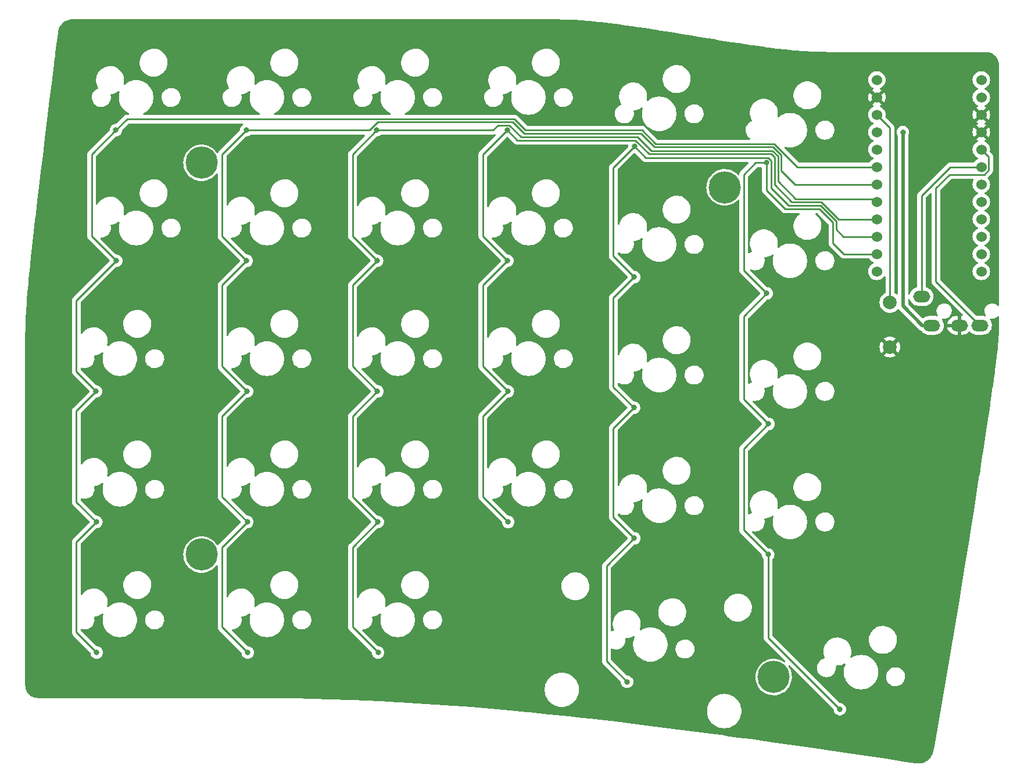
<source format=gbr>
%TF.GenerationSoftware,KiCad,Pcbnew,(6.0.4)*%
%TF.CreationDate,2022-10-11T17:38:10-05:00*%
%TF.ProjectId,GummyKey_Left,47756d6d-794b-4657-995f-4c6566742e6b,rev?*%
%TF.SameCoordinates,Original*%
%TF.FileFunction,Copper,L1,Top*%
%TF.FilePolarity,Positive*%
%FSLAX46Y46*%
G04 Gerber Fmt 4.6, Leading zero omitted, Abs format (unit mm)*
G04 Created by KiCad (PCBNEW (6.0.4)) date 2022-10-11 17:38:10*
%MOMM*%
%LPD*%
G01*
G04 APERTURE LIST*
%TA.AperFunction,ComponentPad*%
%ADD10C,4.700000*%
%TD*%
%TA.AperFunction,ComponentPad*%
%ADD11C,1.524000*%
%TD*%
%TA.AperFunction,ComponentPad*%
%ADD12C,2.000000*%
%TD*%
%TA.AperFunction,ComponentPad*%
%ADD13O,2.500000X1.700000*%
%TD*%
%TA.AperFunction,ViaPad*%
%ADD14C,0.800000*%
%TD*%
%TA.AperFunction,Conductor*%
%ADD15C,0.250000*%
%TD*%
%TA.AperFunction,Conductor*%
%ADD16C,0.500000*%
%TD*%
G04 APERTURE END LIST*
D10*
%TO.P,TH3,*%
%TO.N,*%
X100012500Y-64293750D03*
%TD*%
D11*
%TO.P,U1,1,TX(PD3)*%
%TO.N,unconnected-(U1-Pad1)*%
X213611400Y-52197000D03*
%TO.P,U1,2,RX(PD2)*%
%TO.N,unconnected-(U1-Pad2)*%
X213611400Y-54737000D03*
%TO.P,U1,3,GND*%
%TO.N,GND*%
X213611400Y-57277000D03*
%TO.P,U1,4,GND*%
X213611400Y-59817000D03*
%TO.P,U1,5,SDA(PD1)*%
%TO.N,/SDA*%
X213611400Y-62357000D03*
%TO.P,U1,6,SCL(PD0)*%
%TO.N,/SCL*%
X213611400Y-64897000D03*
%TO.P,U1,7,D4(PD4)*%
%TO.N,unconnected-(U1-Pad7)*%
X213611400Y-67437000D03*
%TO.P,U1,8,D5(PC6)*%
%TO.N,/ROW0*%
X213611400Y-69977000D03*
%TO.P,U1,9,D6(PD7)*%
%TO.N,/ROW1*%
X213611400Y-72517000D03*
%TO.P,U1,10,D7(PE6)*%
%TO.N,/ROW2*%
X213611400Y-75057000D03*
%TO.P,U1,11,D8(PB4)*%
%TO.N,/ROW3*%
X213611400Y-77597000D03*
%TO.P,U1,12,D9(PB5)*%
%TO.N,/ROW4*%
X213611400Y-80137000D03*
%TO.P,U1,13,D10(PB6)*%
%TO.N,unconnected-(U1-Pad13)*%
X198391400Y-80137000D03*
%TO.P,U1,14,D16(PB2)*%
%TO.N,/COL5*%
X198391400Y-77597000D03*
%TO.P,U1,15,D14(PB3)*%
%TO.N,/COL4*%
X198391400Y-75057000D03*
%TO.P,U1,16,D15(PB1)*%
%TO.N,/COL3*%
X198391400Y-72517000D03*
%TO.P,U1,17,A0(PF7)*%
%TO.N,/COL2*%
X198391400Y-69977000D03*
%TO.P,U1,18,A1(PF6)*%
%TO.N,/COL1*%
X198391400Y-67437000D03*
%TO.P,U1,19,A2(PF5)*%
%TO.N,/COL0*%
X198391400Y-64897000D03*
%TO.P,U1,20,A3(PF4)*%
%TO.N,unconnected-(U1-Pad20)*%
X198391400Y-62357000D03*
%TO.P,U1,21,VCC*%
%TO.N,VCC*%
X198391400Y-59817000D03*
%TO.P,U1,22,RST*%
%TO.N,/RESET*%
X198391400Y-57277000D03*
%TO.P,U1,23,GND*%
%TO.N,GND*%
X198391400Y-54737000D03*
%TO.P,U1,24,RAW*%
%TO.N,unconnected-(U1-Pad24)*%
X198391400Y-52197000D03*
%TD*%
D12*
%TO.P,SW1,1,1*%
%TO.N,/RESET*%
X200293750Y-84656250D03*
%TO.P,SW1,2,2*%
%TO.N,GND*%
X200293750Y-91156250D03*
%TD*%
D10*
%TO.P,TH3,*%
%TO.N,*%
X176212500Y-67865625D03*
%TD*%
%TO.P,TH3,*%
%TO.N,*%
X100012500Y-121443750D03*
%TD*%
D13*
%TO.P,J1,1*%
%TO.N,VCC*%
X206393750Y-88006250D03*
%TO.P,J1,2*%
%TO.N,GND*%
X210393750Y-88006250D03*
%TO.P,J1,3*%
%TO.N,/SDA*%
X213393750Y-88006250D03*
%TO.P,J1,4*%
%TO.N,/SCL*%
X204893750Y-83806250D03*
%TD*%
D10*
%TO.P,TH3,*%
%TO.N,*%
X183356250Y-139303125D03*
%TD*%
D14*
%TO.N,/COL0*%
X87531250Y-59531250D03*
X87581250Y-78581250D03*
X84731250Y-135731250D03*
X84681250Y-116681250D03*
X84631250Y-97631250D03*
%TO.N,/COL1*%
X106581250Y-78581250D03*
X106681250Y-116681250D03*
X106631250Y-97631250D03*
X106531250Y-59531250D03*
X106731250Y-135731250D03*
%TO.N,/COL2*%
X125581250Y-78581250D03*
X125731250Y-135731250D03*
X125681250Y-116681250D03*
X125631250Y-97631250D03*
X125531250Y-59531250D03*
%TO.N,/COL3*%
X144631250Y-97631250D03*
X144531250Y-59531250D03*
X144681250Y-116681250D03*
X144581250Y-78581250D03*
%TO.N,/COL4*%
X163062500Y-119062500D03*
X163012500Y-100012500D03*
X163087500Y-61912500D03*
X163037500Y-80962500D03*
X162000000Y-140000000D03*
%TO.N,/COL5*%
X182556250Y-121443750D03*
X182606250Y-102393750D03*
X182293750Y-64293750D03*
X182343750Y-83343750D03*
X193000000Y-144000000D03*
%TO.N,VCC*%
X202183000Y-59817000D03*
%TO.N,GND*%
X78581250Y-138112500D03*
X157162500Y-95250000D03*
X202406250Y-147637500D03*
X140493750Y-45243750D03*
X176212500Y-97631250D03*
X209550000Y-52387500D03*
X78581250Y-92868750D03*
X138112500Y-92868750D03*
X100012500Y-92868750D03*
X119062500Y-92868750D03*
X211931250Y-97631250D03*
X140493750Y-140493750D03*
X83343750Y-47625000D03*
%TD*%
D15*
%TO.N,/COL0*%
X183457633Y-61550480D02*
X186804153Y-64897000D01*
X81776729Y-132776729D02*
X81776729Y-119585771D01*
X164186198Y-59550480D02*
X166186198Y-61550480D01*
X84731250Y-135731250D02*
X81776729Y-132776729D01*
X84681250Y-116681250D02*
X81776729Y-113776729D01*
X81776729Y-84385771D02*
X87581250Y-78581250D01*
X147186197Y-59550480D02*
X164186198Y-59550480D01*
X81776729Y-100485771D02*
X84631250Y-97631250D01*
X87531250Y-59531250D02*
X89154801Y-57907699D01*
X166186198Y-61550480D02*
X183457633Y-61550480D01*
X87581250Y-78581250D02*
X84000000Y-75000000D01*
X145543416Y-57907699D02*
X147186197Y-59550480D01*
X81776729Y-94776729D02*
X81776729Y-84385771D01*
X84000000Y-63062500D02*
X87531250Y-59531250D01*
X84631250Y-97631250D02*
X81776729Y-94776729D01*
X89154801Y-57907699D02*
X145543416Y-57907699D01*
X81776729Y-113776729D02*
X81776729Y-100485771D01*
X81776729Y-119585771D02*
X84681250Y-116681250D01*
X186804153Y-64897000D02*
X198391400Y-64897000D01*
X84000000Y-75000000D02*
X84000000Y-63062500D01*
%TO.N,/COL1*%
X124468750Y-59531250D02*
X106531250Y-59531250D01*
X145357219Y-58357219D02*
X125642781Y-58357219D01*
X103000000Y-82162500D02*
X106581250Y-78581250D01*
X106731250Y-135731250D02*
X103000000Y-132000000D01*
X166000000Y-62000000D02*
X164000000Y-60000000D01*
X125642781Y-58357219D02*
X124468750Y-59531250D01*
X164000000Y-60000000D02*
X147000000Y-60000000D01*
X103000000Y-94000000D02*
X103000000Y-82162500D01*
X103000000Y-63062500D02*
X106531250Y-59531250D01*
X198391400Y-67437000D02*
X186437000Y-67437000D01*
X183271435Y-62000000D02*
X166000000Y-62000000D01*
X103000000Y-101262500D02*
X106631250Y-97631250D01*
X147000000Y-60000000D02*
X145357219Y-58357219D01*
X184449520Y-65449520D02*
X184449520Y-63178085D01*
X106581250Y-78581250D02*
X103000000Y-75000000D01*
X186437000Y-67437000D02*
X184449520Y-65449520D01*
X103000000Y-120362500D02*
X106681250Y-116681250D01*
X184449520Y-63178085D02*
X183271435Y-62000000D01*
X106631250Y-97631250D02*
X103000000Y-94000000D01*
X106681250Y-116681250D02*
X103000000Y-113000000D01*
X103000000Y-75000000D02*
X103000000Y-63062500D01*
X103000000Y-113000000D02*
X103000000Y-101262500D01*
X103000000Y-132000000D02*
X103000000Y-120362500D01*
%TO.N,/COL2*%
X122000000Y-94000000D02*
X122000000Y-82162500D01*
X122000000Y-132000000D02*
X122000000Y-120362500D01*
X122000000Y-75000000D02*
X122000000Y-63062500D01*
X183186198Y-62550480D02*
X184000000Y-63364282D01*
X197964880Y-69550480D02*
X198391400Y-69977000D01*
X165550480Y-62550480D02*
X183186198Y-62550480D01*
X125631250Y-97631250D02*
X122000000Y-94000000D01*
X122000000Y-82162500D02*
X125581250Y-78581250D01*
X125681250Y-116681250D02*
X122000000Y-113000000D01*
X184000000Y-67000000D02*
X186550480Y-69550480D01*
X163550480Y-60550480D02*
X165550480Y-62550480D01*
X144831353Y-58806739D02*
X146575094Y-60550480D01*
X146575094Y-60550480D02*
X163550480Y-60550480D01*
X122000000Y-101262500D02*
X125631250Y-97631250D01*
X143193261Y-58806739D02*
X144831353Y-58806739D01*
X142468750Y-59531250D02*
X143193261Y-58806739D01*
X122000000Y-63062500D02*
X125531250Y-59531250D01*
X122000000Y-113000000D02*
X122000000Y-101262500D01*
X125731250Y-135731250D02*
X122000000Y-132000000D01*
X186550480Y-69550480D02*
X197964880Y-69550480D01*
X184000000Y-63364282D02*
X184000000Y-67000000D01*
X125581250Y-78581250D02*
X122000000Y-75000000D01*
X125531250Y-59531250D02*
X142468750Y-59531250D01*
X122000000Y-120362500D02*
X125681250Y-116681250D01*
%TO.N,/COL3*%
X141000000Y-63062500D02*
X144531250Y-59531250D01*
X146000000Y-61000000D02*
X163199614Y-61000000D01*
X183000000Y-63000000D02*
X183467781Y-63467781D01*
X141000000Y-75000000D02*
X141000000Y-63062500D01*
X190271435Y-70000000D02*
X192788435Y-72517000D01*
X192788435Y-72517000D02*
X198391400Y-72517000D01*
X183467781Y-67467781D02*
X186000000Y-70000000D01*
X141000000Y-113000000D02*
X141000000Y-101262500D01*
X141000000Y-82162500D02*
X144581250Y-78581250D01*
X144631250Y-97631250D02*
X141000000Y-94000000D01*
X186000000Y-70000000D02*
X190271435Y-70000000D01*
X141000000Y-101262500D02*
X144631250Y-97631250D01*
X144581250Y-78581250D02*
X141000000Y-75000000D01*
X144531250Y-59531250D02*
X146000000Y-61000000D01*
X141000000Y-94000000D02*
X141000000Y-82162500D01*
X183467781Y-63467781D02*
X183467781Y-67467781D01*
X165199614Y-63000000D02*
X183000000Y-63000000D01*
X163199614Y-61000000D02*
X165199614Y-63000000D01*
X144681250Y-116681250D02*
X141000000Y-113000000D01*
%TO.N,/COL4*%
X183018261Y-63993647D02*
X183018261Y-68018261D01*
X160000000Y-65000000D02*
X163087500Y-61912500D01*
X163087500Y-61912500D02*
X164744239Y-63569239D01*
X190186198Y-70550480D02*
X192449520Y-72813803D01*
X162000000Y-140000000D02*
X159000000Y-137000000D01*
X182593853Y-63569239D02*
X183018261Y-63993647D01*
X164744239Y-63569239D02*
X182593853Y-63569239D01*
X163012500Y-100012500D02*
X160000000Y-97000000D01*
X192449520Y-72813803D02*
X192449520Y-74000000D01*
X193506520Y-75057000D02*
X198391400Y-75057000D01*
X160000000Y-103025000D02*
X163012500Y-100012500D01*
X160000000Y-84000000D02*
X163037500Y-80962500D01*
X185550480Y-70550480D02*
X190186198Y-70550480D01*
X159000000Y-137000000D02*
X159000000Y-123125000D01*
X192449520Y-74000000D02*
X193506520Y-75057000D01*
X159000000Y-123125000D02*
X163062500Y-119062500D01*
X163037500Y-80962500D02*
X160000000Y-77925000D01*
X163062500Y-119062500D02*
X160000000Y-116000000D01*
X160000000Y-77925000D02*
X160000000Y-65000000D01*
X160000000Y-116000000D02*
X160000000Y-103025000D01*
X160000000Y-97000000D02*
X160000000Y-84000000D01*
X183018261Y-68018261D02*
X185550480Y-70550480D01*
%TO.N,/COL5*%
X185000000Y-71000000D02*
X190000000Y-71000000D01*
X182293750Y-64293750D02*
X180706250Y-64293750D01*
X179000000Y-66000000D02*
X179000000Y-80000000D01*
X192000000Y-73000000D02*
X192000000Y-76000000D01*
X182606250Y-102393750D02*
X179000000Y-98787500D01*
X190000000Y-71000000D02*
X192000000Y-73000000D01*
X179000000Y-106000000D02*
X182606250Y-102393750D01*
X179000000Y-80000000D02*
X182343750Y-83343750D01*
X192000000Y-76000000D02*
X193597000Y-77597000D01*
X193000000Y-144000000D02*
X182556250Y-133556250D01*
X182556250Y-121443750D02*
X179000000Y-117887500D01*
X179000000Y-86687500D02*
X182343750Y-83343750D01*
X179000000Y-117887500D02*
X179000000Y-106000000D01*
X179000000Y-66000000D02*
X180706250Y-64293750D01*
X182556250Y-133556250D02*
X182556250Y-121443750D01*
X182293750Y-68293750D02*
X185000000Y-71000000D01*
X182293750Y-64293750D02*
X182293750Y-68293750D01*
X179000000Y-98787500D02*
X179000000Y-86687500D01*
X193597000Y-77597000D02*
X198391400Y-77597000D01*
D16*
%TO.N,VCC*%
X206393750Y-88006250D02*
X205006250Y-88006250D01*
X202183000Y-85183000D02*
X202183000Y-59817000D01*
X205006250Y-88006250D02*
X202183000Y-85183000D01*
D15*
%TO.N,/SCL*%
X204893750Y-83806250D02*
X204893750Y-69106250D01*
X209103000Y-64897000D02*
X213611400Y-64897000D01*
X204893750Y-69106250D02*
X209103000Y-64897000D01*
%TO.N,/SDA*%
X214697911Y-65347049D02*
X214044960Y-66000000D01*
X214044960Y-66000000D02*
X209000000Y-66000000D01*
X214697911Y-63443511D02*
X214697911Y-65347049D01*
X209000000Y-66000000D02*
X207000000Y-68000000D01*
X207000000Y-81612500D02*
X213393750Y-88006250D01*
X213611400Y-62357000D02*
X214697911Y-63443511D01*
X207000000Y-68000000D02*
X207000000Y-81612500D01*
%TO.N,/RESET*%
X200293750Y-59179350D02*
X198391400Y-57277000D01*
X200293750Y-84656250D02*
X200293750Y-59179350D01*
%TD*%
%TA.AperFunction,Conductor*%
%TO.N,GND*%
G36*
X150457922Y-43371072D02*
G01*
X150458051Y-43371072D01*
X150886172Y-43371580D01*
X150886436Y-43371581D01*
X150998757Y-43371950D01*
X151304598Y-43372956D01*
X151716332Y-43375631D01*
X151716600Y-43375633D01*
X152124155Y-43380036D01*
X152124690Y-43380043D01*
X152530658Y-43386600D01*
X152531141Y-43386610D01*
X152938058Y-43395743D01*
X152938954Y-43395766D01*
X153349945Y-43407914D01*
X153350921Y-43407947D01*
X153768330Y-43423526D01*
X153769367Y-43423569D01*
X153953645Y-43431967D01*
X154196130Y-43443018D01*
X154197035Y-43443063D01*
X154440395Y-43456238D01*
X154636017Y-43466829D01*
X154637107Y-43466893D01*
X154935179Y-43485622D01*
X155090832Y-43495403D01*
X155091830Y-43495470D01*
X155563153Y-43529176D01*
X155564037Y-43529244D01*
X156055320Y-43568567D01*
X156056322Y-43568651D01*
X156570756Y-43614076D01*
X156571740Y-43614167D01*
X157111523Y-43666100D01*
X157112453Y-43666193D01*
X157308891Y-43686565D01*
X157680589Y-43725112D01*
X157681180Y-43725176D01*
X158219835Y-43784832D01*
X158279834Y-43791477D01*
X158280645Y-43791569D01*
X158913167Y-43865775D01*
X158913918Y-43865866D01*
X159582110Y-43948324D01*
X159582800Y-43948411D01*
X160289541Y-44039592D01*
X160290174Y-44039675D01*
X161038712Y-44140102D01*
X161039289Y-44140181D01*
X161319004Y-44179026D01*
X161831529Y-44250203D01*
X161831713Y-44250229D01*
X162670420Y-44370304D01*
X162670682Y-44370342D01*
X163232861Y-44453020D01*
X163558355Y-44500890D01*
X163558787Y-44500954D01*
X163886893Y-44550370D01*
X164498193Y-44642438D01*
X165099847Y-44734984D01*
X165491686Y-44795256D01*
X165492038Y-44795310D01*
X166543035Y-44960021D01*
X166543354Y-44960072D01*
X166835534Y-45006629D01*
X167652966Y-45136882D01*
X168824899Y-45326397D01*
X168825598Y-45326510D01*
X168825857Y-45326552D01*
X170062189Y-45529125D01*
X170062423Y-45529163D01*
X171402857Y-45751375D01*
X171402860Y-45751375D01*
X171731545Y-45805863D01*
X172633000Y-45955303D01*
X172633317Y-45955368D01*
X172633694Y-45955491D01*
X172634829Y-45955677D01*
X172634839Y-45955679D01*
X172660267Y-45959845D01*
X172672061Y-45961777D01*
X172707866Y-45967713D01*
X172708270Y-45967722D01*
X172708599Y-45967765D01*
X173871811Y-46158355D01*
X173872163Y-46158427D01*
X173872586Y-46158565D01*
X173873845Y-46158769D01*
X173873847Y-46158769D01*
X173910864Y-46164755D01*
X173911116Y-46164796D01*
X173946680Y-46170623D01*
X173947126Y-46170632D01*
X173947493Y-46170679D01*
X175046195Y-46348352D01*
X175046594Y-46348432D01*
X175047060Y-46348582D01*
X175048442Y-46348802D01*
X175048451Y-46348804D01*
X175068928Y-46352066D01*
X175085336Y-46354681D01*
X175121066Y-46360459D01*
X175121561Y-46360468D01*
X175121978Y-46360520D01*
X175670079Y-46447856D01*
X176158759Y-46525724D01*
X176159223Y-46525816D01*
X176159744Y-46525983D01*
X176198589Y-46532071D01*
X176233653Y-46537658D01*
X176234198Y-46537666D01*
X176234634Y-46537719D01*
X176733080Y-46615836D01*
X177212183Y-46690921D01*
X177212689Y-46691020D01*
X177213267Y-46691203D01*
X177244251Y-46695969D01*
X177251591Y-46697098D01*
X177251942Y-46697152D01*
X177285395Y-46702395D01*
X177285404Y-46702396D01*
X177287069Y-46702657D01*
X177287663Y-46702665D01*
X177288190Y-46702728D01*
X178209052Y-46844373D01*
X178209628Y-46844484D01*
X178210258Y-46844681D01*
X178212107Y-46844959D01*
X178212115Y-46844961D01*
X178248484Y-46850438D01*
X178248876Y-46850498D01*
X178282075Y-46855605D01*
X178282080Y-46855606D01*
X178283942Y-46855892D01*
X178284609Y-46855899D01*
X178285182Y-46855965D01*
X179152027Y-46986521D01*
X179152645Y-46986638D01*
X179153347Y-46986855D01*
X179155398Y-46987157D01*
X179155400Y-46987157D01*
X179164915Y-46988556D01*
X179191303Y-46992437D01*
X179191600Y-46992481D01*
X179224849Y-46997489D01*
X179224859Y-46997490D01*
X179226903Y-46997798D01*
X179227640Y-46997803D01*
X179228283Y-46997875D01*
X179677584Y-47063954D01*
X180043695Y-47117798D01*
X180044392Y-47117927D01*
X180045166Y-47118163D01*
X180083216Y-47123611D01*
X180083479Y-47123649D01*
X180118581Y-47128811D01*
X180119389Y-47128814D01*
X180120110Y-47128893D01*
X180508612Y-47184513D01*
X180886720Y-47238645D01*
X180887487Y-47238784D01*
X180888343Y-47239041D01*
X180915377Y-47242795D01*
X180926234Y-47244303D01*
X180926759Y-47244377D01*
X180959168Y-47249017D01*
X180959173Y-47249018D01*
X180961607Y-47249366D01*
X180962497Y-47249366D01*
X180963284Y-47249448D01*
X181683719Y-47349499D01*
X181684572Y-47349649D01*
X181685512Y-47349927D01*
X181688195Y-47350287D01*
X181688201Y-47350288D01*
X181723317Y-47354999D01*
X181723895Y-47355078D01*
X181737855Y-47357017D01*
X181758610Y-47359899D01*
X181759588Y-47359895D01*
X181760465Y-47359983D01*
X182437334Y-47450796D01*
X182438275Y-47450957D01*
X182439300Y-47451254D01*
X182442193Y-47451627D01*
X182442209Y-47451630D01*
X182469110Y-47455100D01*
X182476987Y-47456116D01*
X182477295Y-47456157D01*
X182512226Y-47460843D01*
X182513294Y-47460833D01*
X182514275Y-47460927D01*
X182893191Y-47509813D01*
X183150170Y-47542968D01*
X183151213Y-47543141D01*
X183152336Y-47543460D01*
X183155496Y-47543850D01*
X183155502Y-47543851D01*
X183179036Y-47546755D01*
X183190004Y-47548109D01*
X183190519Y-47548174D01*
X183225078Y-47552632D01*
X183226244Y-47552616D01*
X183227303Y-47552711D01*
X183824868Y-47626454D01*
X183826026Y-47626639D01*
X183827243Y-47626977D01*
X183830630Y-47627374D01*
X183830634Y-47627375D01*
X183864832Y-47631387D01*
X183865429Y-47631459D01*
X183899797Y-47635700D01*
X183901063Y-47635675D01*
X183902214Y-47635772D01*
X184464092Y-47701690D01*
X184465325Y-47701880D01*
X184466643Y-47702237D01*
X184470277Y-47702639D01*
X184470287Y-47702641D01*
X184503825Y-47706355D01*
X184504636Y-47706447D01*
X184535404Y-47710057D01*
X184535416Y-47710058D01*
X184539005Y-47710479D01*
X184540366Y-47710444D01*
X184541661Y-47710545D01*
X185070366Y-47769100D01*
X185071736Y-47769301D01*
X185073149Y-47769673D01*
X185077028Y-47770075D01*
X185077033Y-47770076D01*
X185091588Y-47771585D01*
X185110493Y-47773546D01*
X185111089Y-47773610D01*
X185145322Y-47777401D01*
X185146786Y-47777354D01*
X185148166Y-47777453D01*
X185646401Y-47829123D01*
X185647860Y-47829326D01*
X185649370Y-47829712D01*
X185686432Y-47833277D01*
X185687349Y-47833369D01*
X185717314Y-47836477D01*
X185717318Y-47836477D01*
X185721365Y-47836897D01*
X185722919Y-47836837D01*
X185724417Y-47836933D01*
X186194741Y-47882183D01*
X186196306Y-47882389D01*
X186197900Y-47882783D01*
X186234899Y-47886050D01*
X186235883Y-47886141D01*
X186265479Y-47888989D01*
X186265491Y-47888990D01*
X186269735Y-47889398D01*
X186271379Y-47889321D01*
X186272962Y-47889411D01*
X186494242Y-47908950D01*
X186718030Y-47928711D01*
X186719656Y-47928911D01*
X186721329Y-47929311D01*
X186758119Y-47932255D01*
X186759100Y-47932338D01*
X186788589Y-47934942D01*
X186788600Y-47934943D01*
X186793033Y-47935334D01*
X186794747Y-47935241D01*
X186796443Y-47935323D01*
X186909186Y-47944347D01*
X187218795Y-47969130D01*
X187220493Y-47969324D01*
X187222229Y-47969723D01*
X187259108Y-47972360D01*
X187260150Y-47972439D01*
X187293840Y-47975136D01*
X187295611Y-47975025D01*
X187297344Y-47975095D01*
X187450007Y-47986012D01*
X187699639Y-48003865D01*
X187701391Y-48004051D01*
X187703159Y-48004441D01*
X187725799Y-48005864D01*
X187739999Y-48006756D01*
X187741084Y-48006829D01*
X187770268Y-48008916D01*
X187770271Y-48008916D01*
X187774731Y-48009235D01*
X187776529Y-48009108D01*
X187778310Y-48009164D01*
X188124498Y-48030916D01*
X188163134Y-48033344D01*
X188164893Y-48033515D01*
X188166668Y-48033891D01*
X188171358Y-48034145D01*
X188171359Y-48034145D01*
X188203495Y-48035885D01*
X188204582Y-48035949D01*
X188233787Y-48037784D01*
X188233792Y-48037784D01*
X188238265Y-48038065D01*
X188240076Y-48037921D01*
X188241856Y-48037962D01*
X188611823Y-48057991D01*
X188613537Y-48058143D01*
X188615294Y-48058499D01*
X188619940Y-48058711D01*
X188619942Y-48058711D01*
X188633361Y-48059323D01*
X188652166Y-48060180D01*
X188653159Y-48060229D01*
X188686989Y-48062060D01*
X188688766Y-48061903D01*
X188690537Y-48061928D01*
X189048199Y-48078229D01*
X189049865Y-48078363D01*
X189051561Y-48078692D01*
X189056080Y-48078861D01*
X189056084Y-48078861D01*
X189088585Y-48080074D01*
X189089621Y-48080117D01*
X189118994Y-48081456D01*
X189119006Y-48081456D01*
X189123437Y-48081658D01*
X189125152Y-48081491D01*
X189126833Y-48081501D01*
X189474850Y-48094490D01*
X189476393Y-48094601D01*
X189477997Y-48094900D01*
X189482283Y-48095027D01*
X189482288Y-48095027D01*
X189494810Y-48095397D01*
X189515290Y-48096002D01*
X189516075Y-48096028D01*
X189538188Y-48096854D01*
X189545903Y-48097142D01*
X189545907Y-48097142D01*
X189550139Y-48097300D01*
X189551760Y-48097129D01*
X189553309Y-48097126D01*
X189894270Y-48107204D01*
X189895655Y-48107293D01*
X189897129Y-48107557D01*
X189934524Y-48108397D01*
X189935202Y-48108414D01*
X189954003Y-48108970D01*
X189965682Y-48109315D01*
X189965689Y-48109315D01*
X189969617Y-48109431D01*
X189971097Y-48109264D01*
X189972531Y-48109250D01*
X190308941Y-48116801D01*
X190310187Y-48116873D01*
X190311489Y-48117097D01*
X190315058Y-48117155D01*
X190315064Y-48117155D01*
X190349275Y-48117708D01*
X190350063Y-48117724D01*
X190380859Y-48118415D01*
X190380872Y-48118415D01*
X190384403Y-48118494D01*
X190385719Y-48118336D01*
X190386942Y-48118316D01*
X190721504Y-48123720D01*
X190722512Y-48123772D01*
X190723628Y-48123958D01*
X190761576Y-48124368D01*
X190762154Y-48124375D01*
X190773246Y-48124555D01*
X190793981Y-48124890D01*
X190793988Y-48124890D01*
X190797029Y-48124939D01*
X190798142Y-48124798D01*
X190799183Y-48124775D01*
X190976886Y-48126694D01*
X191134421Y-48128397D01*
X191135206Y-48128434D01*
X191136112Y-48128581D01*
X191174382Y-48128830D01*
X191174650Y-48128832D01*
X191193338Y-48129033D01*
X191207532Y-48129187D01*
X191207536Y-48129187D01*
X191210045Y-48129214D01*
X191210946Y-48129095D01*
X191211777Y-48129072D01*
X191550258Y-48131271D01*
X191550850Y-48131297D01*
X191551525Y-48131404D01*
X191590458Y-48131532D01*
X191606094Y-48131634D01*
X191624106Y-48131751D01*
X191624118Y-48131751D01*
X191626020Y-48131763D01*
X191626695Y-48131671D01*
X191627268Y-48131653D01*
X191971642Y-48132785D01*
X191972038Y-48132801D01*
X191972480Y-48132871D01*
X191973764Y-48132873D01*
X191973775Y-48132873D01*
X192011885Y-48132918D01*
X192012148Y-48132919D01*
X192046256Y-48133031D01*
X192046262Y-48133031D01*
X192047538Y-48133035D01*
X192047981Y-48132973D01*
X192048339Y-48132961D01*
X192288747Y-48133246D01*
X192401219Y-48133380D01*
X192401394Y-48133387D01*
X192401607Y-48133420D01*
X192433866Y-48133425D01*
X192440419Y-48133426D01*
X192440551Y-48133426D01*
X192477214Y-48133470D01*
X192477432Y-48133439D01*
X192477616Y-48133433D01*
X192790215Y-48133485D01*
X192841570Y-48133493D01*
X192841601Y-48133494D01*
X192841636Y-48133500D01*
X192881674Y-48133500D01*
X192917573Y-48133506D01*
X192917679Y-48133506D01*
X192917714Y-48133501D01*
X192917743Y-48133500D01*
X214263133Y-48133500D01*
X214282518Y-48135000D01*
X214297351Y-48137310D01*
X214297355Y-48137310D01*
X214306224Y-48138691D01*
X214315126Y-48137527D01*
X214315129Y-48137527D01*
X214322512Y-48136561D01*
X214347091Y-48135767D01*
X214373942Y-48137527D01*
X214548704Y-48148982D01*
X214565043Y-48151133D01*
X214789111Y-48195701D01*
X214805029Y-48199966D01*
X214880765Y-48225675D01*
X215021362Y-48273401D01*
X215036581Y-48279705D01*
X215134957Y-48328217D01*
X215241477Y-48380746D01*
X215255750Y-48388986D01*
X215445706Y-48515909D01*
X215458781Y-48525942D01*
X215630547Y-48676573D01*
X215642202Y-48688227D01*
X215792836Y-48859988D01*
X215802869Y-48873064D01*
X215929790Y-49063009D01*
X215938031Y-49077282D01*
X216039076Y-49282173D01*
X216045384Y-49297400D01*
X216118824Y-49513738D01*
X216123089Y-49529657D01*
X216167661Y-49753712D01*
X216169813Y-49770053D01*
X216182547Y-49964279D01*
X216181474Y-49988405D01*
X216181441Y-49991107D01*
X216180059Y-49999985D01*
X216181224Y-50008889D01*
X216184186Y-50031541D01*
X216185250Y-50047881D01*
X216185250Y-85025802D01*
X216165248Y-85093923D01*
X216111592Y-85140416D01*
X216041318Y-85150520D01*
X215972120Y-85116820D01*
X215888236Y-85036518D01*
X215888225Y-85036509D01*
X215883900Y-85032369D01*
X215706202Y-84917630D01*
X215632747Y-84888027D01*
X215515582Y-84840808D01*
X215515579Y-84840807D01*
X215510013Y-84838564D01*
X215302413Y-84798022D01*
X215296851Y-84797750D01*
X215140904Y-84797750D01*
X214983184Y-84812798D01*
X214780216Y-84872342D01*
X214774889Y-84875086D01*
X214774888Y-84875086D01*
X214597501Y-84966446D01*
X214597498Y-84966448D01*
X214592170Y-84969192D01*
X214425830Y-85099854D01*
X214421898Y-85104385D01*
X214421895Y-85104388D01*
X214353224Y-85183525D01*
X214287198Y-85259613D01*
X214284198Y-85264799D01*
X214284195Y-85264803D01*
X214241480Y-85338639D01*
X214181277Y-85442704D01*
X214111889Y-85642521D01*
X214111028Y-85648456D01*
X214111028Y-85648458D01*
X214084947Y-85828338D01*
X214081537Y-85851854D01*
X214091317Y-86063149D01*
X214092721Y-86068974D01*
X214092721Y-86068975D01*
X214135524Y-86246579D01*
X214140875Y-86268784D01*
X214143357Y-86274242D01*
X214143358Y-86274246D01*
X214186803Y-86369796D01*
X214228424Y-86461337D01*
X214247485Y-86488208D01*
X214270583Y-86555342D01*
X214253719Y-86624307D01*
X214202247Y-86673206D01*
X214132509Y-86686515D01*
X214122294Y-86685097D01*
X213926142Y-86649627D01*
X213926135Y-86649626D01*
X213922058Y-86648889D01*
X213904336Y-86648053D01*
X213899394Y-86647820D01*
X213899387Y-86647820D01*
X213897906Y-86647750D01*
X212983344Y-86647750D01*
X212915223Y-86627748D01*
X212894249Y-86610845D01*
X207670405Y-81387000D01*
X207636379Y-81324688D01*
X207633500Y-81297905D01*
X207633500Y-68314594D01*
X207653502Y-68246473D01*
X207670405Y-68225499D01*
X209225500Y-66670405D01*
X209287812Y-66636379D01*
X209314595Y-66633500D01*
X212386456Y-66633500D01*
X212454577Y-66653502D01*
X212501070Y-66707158D01*
X212511174Y-66777432D01*
X212500651Y-66812750D01*
X212437359Y-66948480D01*
X212412960Y-67000804D01*
X212355422Y-67215537D01*
X212336047Y-67437000D01*
X212355422Y-67658463D01*
X212387037Y-67776452D01*
X212406540Y-67849235D01*
X212412960Y-67873196D01*
X212415282Y-67878177D01*
X212415283Y-67878178D01*
X212504586Y-68069689D01*
X212504589Y-68069694D01*
X212506912Y-68074676D01*
X212510068Y-68079183D01*
X212510069Y-68079185D01*
X212631261Y-68252265D01*
X212634423Y-68256781D01*
X212791619Y-68413977D01*
X212796127Y-68417134D01*
X212796130Y-68417136D01*
X212818001Y-68432450D01*
X212973723Y-68541488D01*
X212978705Y-68543811D01*
X212978710Y-68543814D01*
X213083773Y-68592805D01*
X213137058Y-68639722D01*
X213156519Y-68707999D01*
X213135977Y-68775959D01*
X213083773Y-68821195D01*
X212978711Y-68870186D01*
X212978706Y-68870189D01*
X212973724Y-68872512D01*
X212969217Y-68875668D01*
X212969215Y-68875669D01*
X212796130Y-68996864D01*
X212796127Y-68996866D01*
X212791619Y-69000023D01*
X212634423Y-69157219D01*
X212631266Y-69161727D01*
X212631264Y-69161730D01*
X212520967Y-69319251D01*
X212506912Y-69339324D01*
X212504589Y-69344306D01*
X212504586Y-69344311D01*
X212432834Y-69498184D01*
X212412960Y-69540804D01*
X212411538Y-69546112D01*
X212411537Y-69546114D01*
X212364877Y-69720252D01*
X212355422Y-69755537D01*
X212336047Y-69977000D01*
X212355422Y-70198463D01*
X212381892Y-70297248D01*
X212406540Y-70389235D01*
X212412960Y-70413196D01*
X212415282Y-70418177D01*
X212415283Y-70418178D01*
X212504586Y-70609689D01*
X212504589Y-70609694D01*
X212506912Y-70614676D01*
X212510068Y-70619183D01*
X212510069Y-70619185D01*
X212631261Y-70792265D01*
X212634423Y-70796781D01*
X212791619Y-70953977D01*
X212796127Y-70957134D01*
X212796130Y-70957136D01*
X212871895Y-71010187D01*
X212973723Y-71081488D01*
X212978705Y-71083811D01*
X212978710Y-71083814D01*
X213083773Y-71132805D01*
X213137058Y-71179722D01*
X213156519Y-71247999D01*
X213135977Y-71315959D01*
X213083773Y-71361195D01*
X212978711Y-71410186D01*
X212978706Y-71410189D01*
X212973724Y-71412512D01*
X212969217Y-71415668D01*
X212969215Y-71415669D01*
X212796130Y-71536864D01*
X212796127Y-71536866D01*
X212791619Y-71540023D01*
X212634423Y-71697219D01*
X212631266Y-71701727D01*
X212631264Y-71701730D01*
X212510069Y-71874815D01*
X212506912Y-71879324D01*
X212504589Y-71884306D01*
X212504586Y-71884311D01*
X212434365Y-72034900D01*
X212412960Y-72080804D01*
X212411538Y-72086112D01*
X212411537Y-72086114D01*
X212365995Y-72256080D01*
X212355422Y-72295537D01*
X212336047Y-72517000D01*
X212355422Y-72738463D01*
X212412960Y-72953196D01*
X212415282Y-72958177D01*
X212415283Y-72958178D01*
X212504586Y-73149689D01*
X212504589Y-73149694D01*
X212506912Y-73154676D01*
X212510068Y-73159183D01*
X212510069Y-73159185D01*
X212631261Y-73332265D01*
X212634423Y-73336781D01*
X212791619Y-73493977D01*
X212796127Y-73497134D01*
X212796130Y-73497136D01*
X212871895Y-73550187D01*
X212973723Y-73621488D01*
X212978705Y-73623811D01*
X212978710Y-73623814D01*
X213083773Y-73672805D01*
X213137058Y-73719722D01*
X213156519Y-73787999D01*
X213135977Y-73855959D01*
X213083773Y-73901195D01*
X212978711Y-73950186D01*
X212978706Y-73950189D01*
X212973724Y-73952512D01*
X212969217Y-73955668D01*
X212969215Y-73955669D01*
X212796130Y-74076864D01*
X212796127Y-74076866D01*
X212791619Y-74080023D01*
X212634423Y-74237219D01*
X212631266Y-74241727D01*
X212631264Y-74241730D01*
X212510069Y-74414815D01*
X212506912Y-74419324D01*
X212504589Y-74424306D01*
X212504586Y-74424311D01*
X212422165Y-74601064D01*
X212412960Y-74620804D01*
X212411538Y-74626112D01*
X212411537Y-74626114D01*
X212407509Y-74641146D01*
X212355422Y-74835537D01*
X212336047Y-75057000D01*
X212355422Y-75278463D01*
X212392636Y-75417345D01*
X212407626Y-75473288D01*
X212412960Y-75493196D01*
X212415282Y-75498177D01*
X212415283Y-75498178D01*
X212504586Y-75689689D01*
X212504589Y-75689694D01*
X212506912Y-75694676D01*
X212510068Y-75699183D01*
X212510069Y-75699185D01*
X212631261Y-75872265D01*
X212634423Y-75876781D01*
X212791619Y-76033977D01*
X212796127Y-76037134D01*
X212796130Y-76037136D01*
X212814159Y-76049760D01*
X212973723Y-76161488D01*
X212978705Y-76163811D01*
X212978710Y-76163814D01*
X213067959Y-76205431D01*
X213080207Y-76211142D01*
X213083773Y-76212805D01*
X213137058Y-76259722D01*
X213156519Y-76327999D01*
X213135977Y-76395959D01*
X213083773Y-76441195D01*
X212978711Y-76490186D01*
X212978706Y-76490189D01*
X212973724Y-76492512D01*
X212969217Y-76495668D01*
X212969215Y-76495669D01*
X212796130Y-76616864D01*
X212796127Y-76616866D01*
X212791619Y-76620023D01*
X212634423Y-76777219D01*
X212631266Y-76781727D01*
X212631264Y-76781730D01*
X212510069Y-76954815D01*
X212506912Y-76959324D01*
X212504589Y-76964306D01*
X212504586Y-76964311D01*
X212458041Y-77064128D01*
X212412960Y-77160804D01*
X212411538Y-77166112D01*
X212411537Y-77166114D01*
X212402749Y-77198910D01*
X212355422Y-77375537D01*
X212336047Y-77597000D01*
X212355422Y-77818463D01*
X212412960Y-78033196D01*
X212415282Y-78038177D01*
X212415283Y-78038178D01*
X212504586Y-78229689D01*
X212504589Y-78229694D01*
X212506912Y-78234676D01*
X212510068Y-78239183D01*
X212510069Y-78239185D01*
X212631261Y-78412265D01*
X212634423Y-78416781D01*
X212791619Y-78573977D01*
X212796127Y-78577134D01*
X212796130Y-78577136D01*
X212824749Y-78597175D01*
X212973723Y-78701488D01*
X212978705Y-78703811D01*
X212978710Y-78703814D01*
X213083773Y-78752805D01*
X213137058Y-78799722D01*
X213156519Y-78867999D01*
X213135977Y-78935959D01*
X213083773Y-78981195D01*
X212978711Y-79030186D01*
X212978706Y-79030189D01*
X212973724Y-79032512D01*
X212969217Y-79035668D01*
X212969215Y-79035669D01*
X212796130Y-79156864D01*
X212796127Y-79156866D01*
X212791619Y-79160023D01*
X212634423Y-79317219D01*
X212631266Y-79321727D01*
X212631264Y-79321730D01*
X212555691Y-79429660D01*
X212506912Y-79499324D01*
X212504589Y-79504306D01*
X212504586Y-79504311D01*
X212429030Y-79666342D01*
X212412960Y-79700804D01*
X212355422Y-79915537D01*
X212336047Y-80137000D01*
X212355422Y-80358463D01*
X212412960Y-80573196D01*
X212415282Y-80578177D01*
X212415283Y-80578178D01*
X212504586Y-80769689D01*
X212504589Y-80769694D01*
X212506912Y-80774676D01*
X212510068Y-80779183D01*
X212510069Y-80779185D01*
X212631261Y-80952265D01*
X212634423Y-80956781D01*
X212791619Y-81113977D01*
X212796127Y-81117134D01*
X212796130Y-81117136D01*
X212855498Y-81158706D01*
X212973723Y-81241488D01*
X212978705Y-81243811D01*
X212978710Y-81243814D01*
X213170222Y-81333117D01*
X213175204Y-81335440D01*
X213180512Y-81336862D01*
X213180514Y-81336863D01*
X213191397Y-81339779D01*
X213389937Y-81392978D01*
X213611400Y-81412353D01*
X213832863Y-81392978D01*
X214031403Y-81339779D01*
X214042286Y-81336863D01*
X214042288Y-81336862D01*
X214047596Y-81335440D01*
X214052578Y-81333117D01*
X214244090Y-81243814D01*
X214244095Y-81243811D01*
X214249077Y-81241488D01*
X214367302Y-81158706D01*
X214426670Y-81117136D01*
X214426673Y-81117134D01*
X214431181Y-81113977D01*
X214588377Y-80956781D01*
X214591540Y-80952265D01*
X214712731Y-80779185D01*
X214712732Y-80779183D01*
X214715888Y-80774676D01*
X214718211Y-80769694D01*
X214718214Y-80769689D01*
X214807517Y-80578178D01*
X214807518Y-80578177D01*
X214809840Y-80573196D01*
X214867378Y-80358463D01*
X214886753Y-80137000D01*
X214867378Y-79915537D01*
X214809840Y-79700804D01*
X214793770Y-79666342D01*
X214718214Y-79504311D01*
X214718211Y-79504306D01*
X214715888Y-79499324D01*
X214667109Y-79429660D01*
X214591536Y-79321730D01*
X214591534Y-79321727D01*
X214588377Y-79317219D01*
X214431181Y-79160023D01*
X214426673Y-79156866D01*
X214426670Y-79156864D01*
X214343379Y-79098543D01*
X214249077Y-79032512D01*
X214244095Y-79030189D01*
X214244090Y-79030186D01*
X214139027Y-78981195D01*
X214085742Y-78934278D01*
X214066281Y-78866001D01*
X214086823Y-78798041D01*
X214139027Y-78752805D01*
X214244090Y-78703814D01*
X214244095Y-78703811D01*
X214249077Y-78701488D01*
X214398051Y-78597175D01*
X214426670Y-78577136D01*
X214426673Y-78577134D01*
X214431181Y-78573977D01*
X214588377Y-78416781D01*
X214591540Y-78412265D01*
X214712731Y-78239185D01*
X214712732Y-78239183D01*
X214715888Y-78234676D01*
X214718211Y-78229694D01*
X214718214Y-78229689D01*
X214807517Y-78038178D01*
X214807518Y-78038177D01*
X214809840Y-78033196D01*
X214867378Y-77818463D01*
X214886753Y-77597000D01*
X214867378Y-77375537D01*
X214820051Y-77198910D01*
X214811263Y-77166114D01*
X214811262Y-77166112D01*
X214809840Y-77160804D01*
X214764759Y-77064128D01*
X214718214Y-76964311D01*
X214718211Y-76964306D01*
X214715888Y-76959324D01*
X214712731Y-76954815D01*
X214591536Y-76781730D01*
X214591534Y-76781727D01*
X214588377Y-76777219D01*
X214431181Y-76620023D01*
X214426673Y-76616866D01*
X214426670Y-76616864D01*
X214328062Y-76547818D01*
X214249077Y-76492512D01*
X214244095Y-76490189D01*
X214244090Y-76490186D01*
X214139027Y-76441195D01*
X214085742Y-76394278D01*
X214066281Y-76326001D01*
X214086823Y-76258041D01*
X214139027Y-76212805D01*
X214142594Y-76211142D01*
X214154841Y-76205431D01*
X214244090Y-76163814D01*
X214244095Y-76163811D01*
X214249077Y-76161488D01*
X214408641Y-76049760D01*
X214426670Y-76037136D01*
X214426673Y-76037134D01*
X214431181Y-76033977D01*
X214588377Y-75876781D01*
X214591540Y-75872265D01*
X214712731Y-75699185D01*
X214712732Y-75699183D01*
X214715888Y-75694676D01*
X214718211Y-75689694D01*
X214718214Y-75689689D01*
X214807517Y-75498178D01*
X214807518Y-75498177D01*
X214809840Y-75493196D01*
X214815175Y-75473288D01*
X214830164Y-75417345D01*
X214867378Y-75278463D01*
X214886753Y-75057000D01*
X214867378Y-74835537D01*
X214815291Y-74641146D01*
X214811263Y-74626114D01*
X214811262Y-74626112D01*
X214809840Y-74620804D01*
X214800635Y-74601064D01*
X214718214Y-74424311D01*
X214718211Y-74424306D01*
X214715888Y-74419324D01*
X214712731Y-74414815D01*
X214591536Y-74241730D01*
X214591534Y-74241727D01*
X214588377Y-74237219D01*
X214431181Y-74080023D01*
X214426673Y-74076866D01*
X214426670Y-74076864D01*
X214299710Y-73987966D01*
X214249077Y-73952512D01*
X214244095Y-73950189D01*
X214244090Y-73950186D01*
X214139027Y-73901195D01*
X214085742Y-73854278D01*
X214066281Y-73786001D01*
X214086823Y-73718041D01*
X214139027Y-73672805D01*
X214244090Y-73623814D01*
X214244095Y-73623811D01*
X214249077Y-73621488D01*
X214350905Y-73550187D01*
X214426670Y-73497136D01*
X214426673Y-73497134D01*
X214431181Y-73493977D01*
X214588377Y-73336781D01*
X214591540Y-73332265D01*
X214712731Y-73159185D01*
X214712732Y-73159183D01*
X214715888Y-73154676D01*
X214718211Y-73149694D01*
X214718214Y-73149689D01*
X214807517Y-72958178D01*
X214807518Y-72958177D01*
X214809840Y-72953196D01*
X214867378Y-72738463D01*
X214886753Y-72517000D01*
X214867378Y-72295537D01*
X214856806Y-72256080D01*
X214811263Y-72086114D01*
X214811262Y-72086112D01*
X214809840Y-72080804D01*
X214788435Y-72034900D01*
X214718214Y-71884311D01*
X214718211Y-71884306D01*
X214715888Y-71879324D01*
X214712731Y-71874815D01*
X214591536Y-71701730D01*
X214591534Y-71701727D01*
X214588377Y-71697219D01*
X214431181Y-71540023D01*
X214426673Y-71536866D01*
X214426670Y-71536864D01*
X214311774Y-71456413D01*
X214249077Y-71412512D01*
X214244095Y-71410189D01*
X214244090Y-71410186D01*
X214139027Y-71361195D01*
X214085742Y-71314278D01*
X214066281Y-71246001D01*
X214086823Y-71178041D01*
X214139027Y-71132805D01*
X214244090Y-71083814D01*
X214244095Y-71083811D01*
X214249077Y-71081488D01*
X214350905Y-71010187D01*
X214426670Y-70957136D01*
X214426673Y-70957134D01*
X214431181Y-70953977D01*
X214588377Y-70796781D01*
X214591540Y-70792265D01*
X214712731Y-70619185D01*
X214712732Y-70619183D01*
X214715888Y-70614676D01*
X214718211Y-70609694D01*
X214718214Y-70609689D01*
X214807517Y-70418178D01*
X214807518Y-70418177D01*
X214809840Y-70413196D01*
X214816261Y-70389235D01*
X214840908Y-70297248D01*
X214867378Y-70198463D01*
X214886753Y-69977000D01*
X214867378Y-69755537D01*
X214857924Y-69720252D01*
X214811263Y-69546114D01*
X214811262Y-69546112D01*
X214809840Y-69540804D01*
X214789966Y-69498184D01*
X214718214Y-69344311D01*
X214718211Y-69344306D01*
X214715888Y-69339324D01*
X214701833Y-69319251D01*
X214591536Y-69161730D01*
X214591534Y-69161727D01*
X214588377Y-69157219D01*
X214431181Y-69000023D01*
X214426673Y-68996866D01*
X214426670Y-68996864D01*
X214318082Y-68920830D01*
X214249077Y-68872512D01*
X214244095Y-68870189D01*
X214244090Y-68870186D01*
X214139027Y-68821195D01*
X214085742Y-68774278D01*
X214066281Y-68706001D01*
X214086823Y-68638041D01*
X214139027Y-68592805D01*
X214244090Y-68543814D01*
X214244095Y-68543811D01*
X214249077Y-68541488D01*
X214404799Y-68432450D01*
X214426670Y-68417136D01*
X214426673Y-68417134D01*
X214431181Y-68413977D01*
X214588377Y-68256781D01*
X214591540Y-68252265D01*
X214712731Y-68079185D01*
X214712732Y-68079183D01*
X214715888Y-68074676D01*
X214718211Y-68069694D01*
X214718214Y-68069689D01*
X214807517Y-67878178D01*
X214807518Y-67878177D01*
X214809840Y-67873196D01*
X214816261Y-67849235D01*
X214835763Y-67776452D01*
X214867378Y-67658463D01*
X214886753Y-67437000D01*
X214867378Y-67215537D01*
X214809840Y-67000804D01*
X214785441Y-66948480D01*
X214718214Y-66804311D01*
X214718211Y-66804306D01*
X214715888Y-66799324D01*
X214712731Y-66794815D01*
X214591536Y-66621730D01*
X214591534Y-66621727D01*
X214588377Y-66617219D01*
X214545106Y-66573948D01*
X214511080Y-66511636D01*
X214516145Y-66440821D01*
X214545106Y-66395758D01*
X215090158Y-65850706D01*
X215098448Y-65843162D01*
X215104929Y-65839049D01*
X215113720Y-65829688D01*
X215151569Y-65789382D01*
X215154324Y-65786540D01*
X215174045Y-65766819D01*
X215176523Y-65763624D01*
X215184229Y-65754602D01*
X215209069Y-65728150D01*
X215214497Y-65722370D01*
X215224257Y-65704617D01*
X215235110Y-65688094D01*
X215242664Y-65678355D01*
X215247524Y-65672090D01*
X215265087Y-65631506D01*
X215270294Y-65620876D01*
X215291606Y-65582109D01*
X215293577Y-65574432D01*
X215293579Y-65574427D01*
X215296643Y-65562491D01*
X215303049Y-65543779D01*
X215306989Y-65534676D01*
X215311092Y-65525194D01*
X215312332Y-65517366D01*
X215312334Y-65517359D01*
X215318010Y-65481525D01*
X215320416Y-65469905D01*
X215329439Y-65434760D01*
X215329439Y-65434759D01*
X215331411Y-65427079D01*
X215331411Y-65406825D01*
X215332962Y-65387114D01*
X215334891Y-65374935D01*
X215336131Y-65367106D01*
X215331970Y-65323087D01*
X215331411Y-65311230D01*
X215331411Y-63522279D01*
X215331938Y-63511096D01*
X215333613Y-63503603D01*
X215332363Y-63463814D01*
X215331473Y-63435513D01*
X215331411Y-63431555D01*
X215331411Y-63403655D01*
X215330907Y-63399664D01*
X215329974Y-63387822D01*
X215328834Y-63351547D01*
X215328585Y-63343622D01*
X215324393Y-63329193D01*
X215322932Y-63324163D01*
X215318923Y-63304804D01*
X215318757Y-63303494D01*
X215316385Y-63284714D01*
X215313469Y-63277348D01*
X215313467Y-63277342D01*
X215300111Y-63243609D01*
X215296266Y-63232379D01*
X215286141Y-63197528D01*
X215286141Y-63197527D01*
X215283930Y-63189918D01*
X215273616Y-63172477D01*
X215264919Y-63154724D01*
X215260383Y-63143269D01*
X215257463Y-63135894D01*
X215231474Y-63100123D01*
X215224958Y-63090203D01*
X215222745Y-63086461D01*
X215202453Y-63052149D01*
X215188132Y-63037828D01*
X215175291Y-63022794D01*
X215168042Y-63012817D01*
X215163383Y-63006404D01*
X215129306Y-62978213D01*
X215120527Y-62970223D01*
X214889526Y-62739222D01*
X214855500Y-62676910D01*
X214856914Y-62617516D01*
X214865954Y-62583777D01*
X214865954Y-62583776D01*
X214867378Y-62578463D01*
X214886753Y-62357000D01*
X214867378Y-62135537D01*
X214809840Y-61920804D01*
X214785313Y-61868206D01*
X214718214Y-61724311D01*
X214718211Y-61724306D01*
X214715888Y-61719324D01*
X214712731Y-61714815D01*
X214591536Y-61541730D01*
X214591534Y-61541727D01*
X214588377Y-61537219D01*
X214431181Y-61380023D01*
X214426673Y-61376866D01*
X214426670Y-61376864D01*
X214350905Y-61323813D01*
X214249077Y-61252512D01*
X214244095Y-61250189D01*
X214244090Y-61250186D01*
X214138435Y-61200919D01*
X214085150Y-61154002D01*
X214065689Y-61085725D01*
X214086231Y-61017765D01*
X214138435Y-60972529D01*
X214243845Y-60923376D01*
X214253331Y-60917898D01*
X214297164Y-60887207D01*
X214305539Y-60876729D01*
X214298471Y-60863281D01*
X213624212Y-60189022D01*
X213610268Y-60181408D01*
X213608435Y-60181539D01*
X213601820Y-60185790D01*
X212923607Y-60864003D01*
X212917177Y-60875777D01*
X212926474Y-60887793D01*
X212969469Y-60917898D01*
X212978955Y-60923376D01*
X213084365Y-60972529D01*
X213137650Y-61019446D01*
X213157111Y-61087723D01*
X213136569Y-61155683D01*
X213084365Y-61200919D01*
X212978711Y-61250186D01*
X212978706Y-61250189D01*
X212973724Y-61252512D01*
X212969217Y-61255668D01*
X212969215Y-61255669D01*
X212796130Y-61376864D01*
X212796127Y-61376866D01*
X212791619Y-61380023D01*
X212634423Y-61537219D01*
X212631266Y-61541727D01*
X212631264Y-61541730D01*
X212510069Y-61714815D01*
X212506912Y-61719324D01*
X212504589Y-61724306D01*
X212504586Y-61724311D01*
X212437487Y-61868206D01*
X212412960Y-61920804D01*
X212355422Y-62135537D01*
X212336047Y-62357000D01*
X212355422Y-62578463D01*
X212412960Y-62793196D01*
X212415282Y-62798177D01*
X212415283Y-62798178D01*
X212504586Y-62989689D01*
X212504589Y-62989694D01*
X212506912Y-62994676D01*
X212510068Y-62999183D01*
X212510069Y-62999185D01*
X212631261Y-63172265D01*
X212634423Y-63176781D01*
X212791619Y-63333977D01*
X212796127Y-63337134D01*
X212796130Y-63337136D01*
X212805393Y-63343622D01*
X212973723Y-63461488D01*
X212978705Y-63463811D01*
X212978710Y-63463814D01*
X213083773Y-63512805D01*
X213137058Y-63559722D01*
X213156519Y-63627999D01*
X213135977Y-63695959D01*
X213083773Y-63741195D01*
X212978711Y-63790186D01*
X212978706Y-63790189D01*
X212973724Y-63792512D01*
X212969217Y-63795668D01*
X212969215Y-63795669D01*
X212796130Y-63916864D01*
X212796127Y-63916866D01*
X212791619Y-63920023D01*
X212634423Y-64077219D01*
X212631266Y-64081727D01*
X212631264Y-64081730D01*
X212541609Y-64209771D01*
X212486152Y-64254099D01*
X212438396Y-64263500D01*
X209181763Y-64263500D01*
X209170579Y-64262973D01*
X209163091Y-64261299D01*
X209155168Y-64261548D01*
X209095033Y-64263438D01*
X209091075Y-64263500D01*
X209063144Y-64263500D01*
X209059229Y-64263995D01*
X209059225Y-64263995D01*
X209059167Y-64264003D01*
X209059138Y-64264006D01*
X209047296Y-64264939D01*
X209003110Y-64266327D01*
X208991376Y-64269736D01*
X208983658Y-64271978D01*
X208964306Y-64275986D01*
X208952068Y-64277532D01*
X208952066Y-64277533D01*
X208944203Y-64278526D01*
X208903086Y-64294806D01*
X208891885Y-64298641D01*
X208849406Y-64310982D01*
X208842587Y-64315015D01*
X208842582Y-64315017D01*
X208831971Y-64321293D01*
X208814221Y-64329990D01*
X208795383Y-64337448D01*
X208788967Y-64342109D01*
X208788966Y-64342110D01*
X208759625Y-64363428D01*
X208749701Y-64369947D01*
X208718460Y-64388422D01*
X208718455Y-64388426D01*
X208711637Y-64392458D01*
X208697313Y-64406782D01*
X208682281Y-64419621D01*
X208665893Y-64431528D01*
X208641674Y-64460804D01*
X208637712Y-64465593D01*
X208629722Y-64474373D01*
X204501497Y-68602598D01*
X204493211Y-68610138D01*
X204486732Y-68614250D01*
X204481307Y-68620027D01*
X204440107Y-68663901D01*
X204437352Y-68666743D01*
X204417615Y-68686480D01*
X204415135Y-68689677D01*
X204407432Y-68698697D01*
X204377164Y-68730929D01*
X204373345Y-68737875D01*
X204373343Y-68737878D01*
X204367402Y-68748684D01*
X204356551Y-68765203D01*
X204344136Y-68781209D01*
X204340991Y-68788478D01*
X204340988Y-68788482D01*
X204326576Y-68821787D01*
X204321359Y-68832437D01*
X204300055Y-68871190D01*
X204298084Y-68878865D01*
X204298084Y-68878866D01*
X204295017Y-68890812D01*
X204288613Y-68909516D01*
X204280569Y-68928105D01*
X204279330Y-68935928D01*
X204279327Y-68935938D01*
X204273651Y-68971774D01*
X204271245Y-68983394D01*
X204260250Y-69026220D01*
X204260250Y-69046474D01*
X204258699Y-69066184D01*
X204255530Y-69086193D01*
X204256276Y-69094085D01*
X204259691Y-69130211D01*
X204260250Y-69142069D01*
X204260250Y-82365840D01*
X204240248Y-82433961D01*
X204186592Y-82480454D01*
X204165909Y-82487797D01*
X204040878Y-82520249D01*
X204036012Y-82522441D01*
X204036009Y-82522442D01*
X203927730Y-82571218D01*
X203830675Y-82614938D01*
X203639431Y-82743691D01*
X203635574Y-82747370D01*
X203635572Y-82747372D01*
X203573270Y-82806806D01*
X203472615Y-82902826D01*
X203334996Y-83087792D01*
X203332580Y-83092543D01*
X203332578Y-83092547D01*
X203301425Y-83153822D01*
X203230510Y-83293301D01*
X203228926Y-83298401D01*
X203228926Y-83298402D01*
X203187832Y-83430745D01*
X203148529Y-83489871D01*
X203083500Y-83518361D01*
X203013391Y-83507171D01*
X202960461Y-83459854D01*
X202941500Y-83393381D01*
X202941500Y-60353999D01*
X202958381Y-60290999D01*
X202974588Y-60262929D01*
X202997238Y-60223698D01*
X203014223Y-60194279D01*
X203014224Y-60194278D01*
X203017527Y-60188556D01*
X203076542Y-60006928D01*
X203081677Y-59958077D01*
X203095814Y-59823565D01*
X203095929Y-59822475D01*
X212337028Y-59822475D01*
X212355438Y-60032896D01*
X212357341Y-60043691D01*
X212412009Y-60247715D01*
X212415755Y-60258007D01*
X212505023Y-60449441D01*
X212510503Y-60458932D01*
X212541194Y-60502765D01*
X212551671Y-60511140D01*
X212565118Y-60504072D01*
X213239378Y-59829812D01*
X213245756Y-59818132D01*
X213975808Y-59818132D01*
X213975939Y-59819965D01*
X213980190Y-59826580D01*
X214658403Y-60504793D01*
X214670177Y-60511223D01*
X214682193Y-60501926D01*
X214712297Y-60458932D01*
X214717777Y-60449441D01*
X214807045Y-60258007D01*
X214810791Y-60247715D01*
X214865459Y-60043691D01*
X214867362Y-60032896D01*
X214885772Y-59822475D01*
X214885772Y-59811525D01*
X214867362Y-59601104D01*
X214865459Y-59590309D01*
X214810791Y-59386285D01*
X214807045Y-59375993D01*
X214717777Y-59184559D01*
X214712297Y-59175068D01*
X214681606Y-59131235D01*
X214671129Y-59122860D01*
X214657682Y-59129928D01*
X213983422Y-59804188D01*
X213975808Y-59818132D01*
X213245756Y-59818132D01*
X213246992Y-59815868D01*
X213246861Y-59814035D01*
X213242610Y-59807420D01*
X212564397Y-59129207D01*
X212552623Y-59122777D01*
X212540607Y-59132074D01*
X212510503Y-59175068D01*
X212505023Y-59184559D01*
X212415755Y-59375993D01*
X212412009Y-59386285D01*
X212357341Y-59590309D01*
X212355438Y-59601104D01*
X212337028Y-59811525D01*
X212337028Y-59822475D01*
X203095929Y-59822475D01*
X203096504Y-59817000D01*
X203095157Y-59804188D01*
X203077232Y-59633635D01*
X203077232Y-59633633D01*
X203076542Y-59627072D01*
X203017527Y-59445444D01*
X202922040Y-59280056D01*
X202835040Y-59183432D01*
X202798675Y-59143045D01*
X202798674Y-59143044D01*
X202794253Y-59138134D01*
X202650780Y-59033894D01*
X202645094Y-59029763D01*
X202645093Y-59029762D01*
X202639752Y-59025882D01*
X202633724Y-59023198D01*
X202633722Y-59023197D01*
X202471319Y-58950891D01*
X202471318Y-58950891D01*
X202465288Y-58948206D01*
X202370109Y-58927975D01*
X202284944Y-58909872D01*
X202284939Y-58909872D01*
X202278487Y-58908500D01*
X202087513Y-58908500D01*
X202081061Y-58909872D01*
X202081056Y-58909872D01*
X201995891Y-58927975D01*
X201900712Y-58948206D01*
X201894682Y-58950891D01*
X201894681Y-58950891D01*
X201732278Y-59023197D01*
X201732276Y-59023198D01*
X201726248Y-59025882D01*
X201720907Y-59029762D01*
X201720906Y-59029763D01*
X201715220Y-59033894D01*
X201571747Y-59138134D01*
X201567326Y-59143044D01*
X201567325Y-59143045D01*
X201530961Y-59183432D01*
X201443960Y-59280056D01*
X201348473Y-59445444D01*
X201289458Y-59627072D01*
X201288768Y-59633633D01*
X201288768Y-59633635D01*
X201270843Y-59804188D01*
X201269496Y-59817000D01*
X201270186Y-59823565D01*
X201284324Y-59958077D01*
X201289458Y-60006928D01*
X201348473Y-60188556D01*
X201351776Y-60194278D01*
X201351777Y-60194279D01*
X201368762Y-60223698D01*
X201391413Y-60262929D01*
X201407619Y-60290999D01*
X201424500Y-60353999D01*
X201424500Y-83364877D01*
X201404498Y-83432998D01*
X201350842Y-83479491D01*
X201280568Y-83489595D01*
X201216670Y-83460689D01*
X201207908Y-83453206D01*
X201183166Y-83432074D01*
X201178958Y-83429495D01*
X201178952Y-83429491D01*
X200987415Y-83312117D01*
X200939784Y-83259469D01*
X200927250Y-83204684D01*
X200927250Y-59258117D01*
X200927777Y-59246934D01*
X200929452Y-59239441D01*
X200927312Y-59171364D01*
X200927250Y-59167405D01*
X200927250Y-59139494D01*
X200926745Y-59135494D01*
X200925812Y-59123651D01*
X200924672Y-59087379D01*
X200924423Y-59079460D01*
X200918772Y-59060008D01*
X200914764Y-59040656D01*
X200913217Y-59028413D01*
X200912224Y-59020553D01*
X200907636Y-59008965D01*
X200895950Y-58979447D01*
X200892105Y-58968220D01*
X200887029Y-58950749D01*
X200879768Y-58925757D01*
X200875734Y-58918935D01*
X200875731Y-58918929D01*
X200869456Y-58908318D01*
X200860760Y-58890568D01*
X200856222Y-58879106D01*
X200856219Y-58879101D01*
X200853302Y-58871733D01*
X200830264Y-58840023D01*
X200827323Y-58835975D01*
X200820807Y-58826057D01*
X200802325Y-58794807D01*
X200798292Y-58787987D01*
X200783968Y-58773663D01*
X200771126Y-58758628D01*
X200759222Y-58742243D01*
X200725156Y-58714061D01*
X200716377Y-58706072D01*
X200346082Y-58335777D01*
X212917177Y-58335777D01*
X212926474Y-58347793D01*
X212969469Y-58377898D01*
X212978955Y-58383376D01*
X213084957Y-58432805D01*
X213138242Y-58479722D01*
X213157703Y-58547999D01*
X213137161Y-58615959D01*
X213084957Y-58661195D01*
X212978959Y-58710623D01*
X212969468Y-58716103D01*
X212925635Y-58746794D01*
X212917260Y-58757271D01*
X212924328Y-58770718D01*
X213598588Y-59444978D01*
X213612532Y-59452592D01*
X213614365Y-59452461D01*
X213620980Y-59448210D01*
X214299193Y-58769997D01*
X214305623Y-58758223D01*
X214296326Y-58746207D01*
X214253331Y-58716102D01*
X214243845Y-58710624D01*
X214137844Y-58661195D01*
X214084559Y-58614278D01*
X214065098Y-58546000D01*
X214085640Y-58478040D01*
X214137844Y-58432805D01*
X214243845Y-58383376D01*
X214253331Y-58377898D01*
X214297164Y-58347207D01*
X214305539Y-58336729D01*
X214298471Y-58323281D01*
X213624212Y-57649022D01*
X213610268Y-57641408D01*
X213608435Y-57641539D01*
X213601820Y-57645790D01*
X212923607Y-58324003D01*
X212917177Y-58335777D01*
X200346082Y-58335777D01*
X199669526Y-57659221D01*
X199635500Y-57596909D01*
X199636915Y-57537514D01*
X199645953Y-57503783D01*
X199645954Y-57503776D01*
X199647378Y-57498463D01*
X199666274Y-57282475D01*
X212337028Y-57282475D01*
X212355438Y-57492896D01*
X212357341Y-57503691D01*
X212412009Y-57707715D01*
X212415755Y-57718007D01*
X212505023Y-57909441D01*
X212510503Y-57918932D01*
X212541194Y-57962765D01*
X212551671Y-57971140D01*
X212565118Y-57964072D01*
X213239378Y-57289812D01*
X213245756Y-57278132D01*
X213975808Y-57278132D01*
X213975939Y-57279965D01*
X213980190Y-57286580D01*
X214658403Y-57964793D01*
X214670177Y-57971223D01*
X214682193Y-57961926D01*
X214712297Y-57918932D01*
X214717777Y-57909441D01*
X214807045Y-57718007D01*
X214810791Y-57707715D01*
X214865459Y-57503691D01*
X214867362Y-57492896D01*
X214885772Y-57282475D01*
X214885772Y-57271525D01*
X214867362Y-57061104D01*
X214865459Y-57050309D01*
X214810791Y-56846285D01*
X214807045Y-56835993D01*
X214717777Y-56644559D01*
X214712297Y-56635068D01*
X214681606Y-56591235D01*
X214671129Y-56582860D01*
X214657682Y-56589928D01*
X213983422Y-57264188D01*
X213975808Y-57278132D01*
X213245756Y-57278132D01*
X213246992Y-57275868D01*
X213246861Y-57274035D01*
X213242610Y-57267420D01*
X212564397Y-56589207D01*
X212552623Y-56582777D01*
X212540607Y-56592074D01*
X212510503Y-56635068D01*
X212505023Y-56644559D01*
X212415755Y-56835993D01*
X212412009Y-56846285D01*
X212357341Y-57050309D01*
X212355438Y-57061104D01*
X212337028Y-57271525D01*
X212337028Y-57282475D01*
X199666274Y-57282475D01*
X199666753Y-57277000D01*
X199647378Y-57055537D01*
X199589840Y-56840804D01*
X199564891Y-56787301D01*
X199498214Y-56644311D01*
X199498211Y-56644306D01*
X199495888Y-56639324D01*
X199488399Y-56628628D01*
X199371536Y-56461730D01*
X199371534Y-56461727D01*
X199368377Y-56457219D01*
X199211181Y-56300023D01*
X199206673Y-56296866D01*
X199206670Y-56296864D01*
X199117218Y-56234229D01*
X199029077Y-56172512D01*
X199024095Y-56170189D01*
X199024090Y-56170186D01*
X198918435Y-56120919D01*
X198865150Y-56074002D01*
X198845689Y-56005725D01*
X198866231Y-55937765D01*
X198918435Y-55892529D01*
X199023845Y-55843376D01*
X199033331Y-55837898D01*
X199077164Y-55807207D01*
X199085539Y-55796729D01*
X199078471Y-55783281D01*
X198404212Y-55109022D01*
X198390268Y-55101408D01*
X198388435Y-55101539D01*
X198381820Y-55105790D01*
X197703607Y-55784003D01*
X197697177Y-55795777D01*
X197706474Y-55807793D01*
X197749469Y-55837898D01*
X197758955Y-55843376D01*
X197864365Y-55892529D01*
X197917650Y-55939446D01*
X197937111Y-56007723D01*
X197916569Y-56075683D01*
X197864365Y-56120919D01*
X197758711Y-56170186D01*
X197758706Y-56170189D01*
X197753724Y-56172512D01*
X197749217Y-56175668D01*
X197749215Y-56175669D01*
X197576130Y-56296864D01*
X197576127Y-56296866D01*
X197571619Y-56300023D01*
X197414423Y-56457219D01*
X197411266Y-56461727D01*
X197411264Y-56461730D01*
X197294401Y-56628628D01*
X197286912Y-56639324D01*
X197284589Y-56644306D01*
X197284586Y-56644311D01*
X197217909Y-56787301D01*
X197192960Y-56840804D01*
X197135422Y-57055537D01*
X197116047Y-57277000D01*
X197135422Y-57498463D01*
X197192960Y-57713196D01*
X197195282Y-57718177D01*
X197195283Y-57718178D01*
X197284586Y-57909689D01*
X197284589Y-57909694D01*
X197286912Y-57914676D01*
X197290068Y-57919183D01*
X197290069Y-57919185D01*
X197392710Y-58065771D01*
X197414423Y-58096781D01*
X197571619Y-58253977D01*
X197576127Y-58257134D01*
X197576130Y-58257136D01*
X197629207Y-58294301D01*
X197753723Y-58381488D01*
X197758705Y-58383811D01*
X197758710Y-58383814D01*
X197863773Y-58432805D01*
X197917058Y-58479722D01*
X197936519Y-58547999D01*
X197915977Y-58615959D01*
X197863773Y-58661195D01*
X197758711Y-58710186D01*
X197758706Y-58710189D01*
X197753724Y-58712512D01*
X197749217Y-58715668D01*
X197749215Y-58715669D01*
X197576130Y-58836864D01*
X197576127Y-58836866D01*
X197571619Y-58840023D01*
X197414423Y-58997219D01*
X197411266Y-59001727D01*
X197411264Y-59001730D01*
X197290069Y-59174815D01*
X197286912Y-59179324D01*
X197284589Y-59184306D01*
X197284586Y-59184311D01*
X197196399Y-59373429D01*
X197192960Y-59380804D01*
X197135422Y-59595537D01*
X197116047Y-59817000D01*
X197135422Y-60038463D01*
X197169128Y-60164253D01*
X197188998Y-60238408D01*
X197192960Y-60253196D01*
X197195282Y-60258177D01*
X197195283Y-60258178D01*
X197284586Y-60449689D01*
X197284589Y-60449694D01*
X197286912Y-60454676D01*
X197290068Y-60459183D01*
X197290069Y-60459185D01*
X197411261Y-60632265D01*
X197414423Y-60636781D01*
X197571619Y-60793977D01*
X197576127Y-60797134D01*
X197576130Y-60797136D01*
X197579425Y-60799443D01*
X197753723Y-60921488D01*
X197758705Y-60923811D01*
X197758710Y-60923814D01*
X197863773Y-60972805D01*
X197917058Y-61019722D01*
X197936519Y-61087999D01*
X197915977Y-61155959D01*
X197863773Y-61201195D01*
X197758711Y-61250186D01*
X197758706Y-61250189D01*
X197753724Y-61252512D01*
X197749217Y-61255668D01*
X197749215Y-61255669D01*
X197576130Y-61376864D01*
X197576127Y-61376866D01*
X197571619Y-61380023D01*
X197414423Y-61537219D01*
X197411266Y-61541727D01*
X197411264Y-61541730D01*
X197290069Y-61714815D01*
X197286912Y-61719324D01*
X197284589Y-61724306D01*
X197284586Y-61724311D01*
X197217487Y-61868206D01*
X197192960Y-61920804D01*
X197135422Y-62135537D01*
X197116047Y-62357000D01*
X197135422Y-62578463D01*
X197192960Y-62793196D01*
X197195282Y-62798177D01*
X197195283Y-62798178D01*
X197284586Y-62989689D01*
X197284589Y-62989694D01*
X197286912Y-62994676D01*
X197290068Y-62999183D01*
X197290069Y-62999185D01*
X197411261Y-63172265D01*
X197414423Y-63176781D01*
X197571619Y-63333977D01*
X197576127Y-63337134D01*
X197576130Y-63337136D01*
X197585393Y-63343622D01*
X197753723Y-63461488D01*
X197758705Y-63463811D01*
X197758710Y-63463814D01*
X197863773Y-63512805D01*
X197917058Y-63559722D01*
X197936519Y-63627999D01*
X197915977Y-63695959D01*
X197863773Y-63741195D01*
X197758711Y-63790186D01*
X197758706Y-63790189D01*
X197753724Y-63792512D01*
X197749217Y-63795668D01*
X197749215Y-63795669D01*
X197576130Y-63916864D01*
X197576127Y-63916866D01*
X197571619Y-63920023D01*
X197414423Y-64077219D01*
X197411266Y-64081727D01*
X197411264Y-64081730D01*
X197321609Y-64209771D01*
X197266152Y-64254099D01*
X197218396Y-64263500D01*
X187118747Y-64263500D01*
X187050626Y-64243498D01*
X187029652Y-64226595D01*
X185809461Y-63006404D01*
X184974521Y-62171463D01*
X184940496Y-62109153D01*
X184945561Y-62038338D01*
X184988108Y-61981502D01*
X185054628Y-61956691D01*
X185102547Y-61962535D01*
X185106186Y-61963717D01*
X185112428Y-61965745D01*
X185422480Y-62024891D01*
X185658662Y-62039750D01*
X185816338Y-62039750D01*
X186052520Y-62024891D01*
X186362572Y-61965745D01*
X186533213Y-61910300D01*
X186658993Y-61869432D01*
X186658994Y-61869432D01*
X186662766Y-61868206D01*
X186666352Y-61866519D01*
X186666356Y-61866517D01*
X186944783Y-61735500D01*
X186944790Y-61735496D01*
X186948369Y-61733812D01*
X187214875Y-61564682D01*
X187398900Y-61412443D01*
X187455030Y-61366008D01*
X187455031Y-61366007D01*
X187458082Y-61363483D01*
X187674154Y-61133390D01*
X187859684Y-60878029D01*
X187863103Y-60871811D01*
X188009840Y-60604898D01*
X188009841Y-60604897D01*
X188011747Y-60601429D01*
X188016713Y-60588888D01*
X188126490Y-60311622D01*
X188126490Y-60311621D01*
X188127943Y-60307952D01*
X188206440Y-60002225D01*
X188246000Y-59689071D01*
X188246000Y-59465843D01*
X189430539Y-59465843D01*
X189439348Y-59700466D01*
X189440443Y-59705684D01*
X189480485Y-59896521D01*
X189487562Y-59930251D01*
X189573802Y-60148627D01*
X189576571Y-60153190D01*
X189660196Y-60290999D01*
X189695604Y-60349350D01*
X189849485Y-60526682D01*
X189853617Y-60530070D01*
X190026916Y-60672167D01*
X190026922Y-60672171D01*
X190031044Y-60675551D01*
X190035680Y-60678190D01*
X190035683Y-60678192D01*
X190126894Y-60730112D01*
X190235090Y-60791701D01*
X190455789Y-60871811D01*
X190461038Y-60872760D01*
X190461041Y-60872761D01*
X190507882Y-60881231D01*
X190686830Y-60913590D01*
X190690969Y-60913785D01*
X190690976Y-60913786D01*
X190709940Y-60914680D01*
X190709949Y-60914680D01*
X190711429Y-60914750D01*
X190876450Y-60914750D01*
X190957799Y-60907847D01*
X191046137Y-60900352D01*
X191046141Y-60900351D01*
X191051448Y-60899901D01*
X191056603Y-60898563D01*
X191056609Y-60898562D01*
X191234323Y-60852436D01*
X191278706Y-60840917D01*
X191283572Y-60838725D01*
X191283575Y-60838724D01*
X191487917Y-60746674D01*
X191487920Y-60746673D01*
X191492778Y-60744484D01*
X191687541Y-60613362D01*
X191703902Y-60597755D01*
X191801351Y-60504793D01*
X191857427Y-60451299D01*
X191867041Y-60438378D01*
X191947400Y-60330371D01*
X191997578Y-60262929D01*
X192000081Y-60258007D01*
X192101569Y-60058394D01*
X192101569Y-60058393D01*
X192103987Y-60053638D01*
X192173611Y-59829410D01*
X192187124Y-59727456D01*
X192203761Y-59601940D01*
X192203761Y-59601937D01*
X192204461Y-59596657D01*
X192204220Y-59590224D01*
X192199750Y-59471173D01*
X192195652Y-59362034D01*
X192169929Y-59239441D01*
X192148535Y-59137476D01*
X192148534Y-59137473D01*
X192147438Y-59132249D01*
X192061198Y-58913873D01*
X191966747Y-58758223D01*
X191942164Y-58717711D01*
X191942162Y-58717708D01*
X191939396Y-58713150D01*
X191785515Y-58535818D01*
X191741809Y-58499981D01*
X191608084Y-58390333D01*
X191608078Y-58390329D01*
X191603956Y-58386949D01*
X191599320Y-58384310D01*
X191599317Y-58384308D01*
X191404553Y-58273442D01*
X191399910Y-58270799D01*
X191179211Y-58190689D01*
X191173962Y-58189740D01*
X191173959Y-58189739D01*
X191092885Y-58175079D01*
X190948170Y-58148910D01*
X190944031Y-58148715D01*
X190944024Y-58148714D01*
X190925060Y-58147820D01*
X190925051Y-58147820D01*
X190923571Y-58147750D01*
X190758550Y-58147750D01*
X190677201Y-58154653D01*
X190588863Y-58162148D01*
X190588859Y-58162149D01*
X190583552Y-58162599D01*
X190578397Y-58163937D01*
X190578391Y-58163938D01*
X190400677Y-58210064D01*
X190356294Y-58221583D01*
X190351428Y-58223775D01*
X190351425Y-58223776D01*
X190147083Y-58315826D01*
X190147080Y-58315827D01*
X190142222Y-58318016D01*
X190137798Y-58320995D01*
X190137797Y-58320995D01*
X190108057Y-58341017D01*
X189947459Y-58449138D01*
X189943602Y-58452817D01*
X189943600Y-58452819D01*
X189901158Y-58493307D01*
X189777573Y-58611201D01*
X189774391Y-58615478D01*
X189774390Y-58615479D01*
X189765948Y-58626826D01*
X189637422Y-58799571D01*
X189635006Y-58804322D01*
X189635004Y-58804326D01*
X189560559Y-58950749D01*
X189531013Y-59008862D01*
X189461389Y-59233090D01*
X189460688Y-59238379D01*
X189432313Y-59452461D01*
X189430539Y-59465843D01*
X188246000Y-59465843D01*
X188246000Y-59373429D01*
X188206440Y-59060275D01*
X188127943Y-58754548D01*
X188121172Y-58737447D01*
X188013202Y-58464745D01*
X188013200Y-58464740D01*
X188011747Y-58461071D01*
X188009770Y-58457474D01*
X187861593Y-58187943D01*
X187861591Y-58187940D01*
X187859684Y-58184471D01*
X187704751Y-57971223D01*
X187676482Y-57932314D01*
X187676481Y-57932312D01*
X187674154Y-57929110D01*
X187458082Y-57699017D01*
X187419735Y-57667293D01*
X187256304Y-57532091D01*
X187214875Y-57497818D01*
X186948369Y-57328688D01*
X186944790Y-57327004D01*
X186944783Y-57327000D01*
X186666356Y-57195983D01*
X186666352Y-57195981D01*
X186662766Y-57194294D01*
X186362572Y-57096755D01*
X186052520Y-57037609D01*
X185816338Y-57022750D01*
X185658662Y-57022750D01*
X185422480Y-57037609D01*
X185112428Y-57096755D01*
X184812234Y-57194294D01*
X184808648Y-57195981D01*
X184808644Y-57195983D01*
X184530217Y-57327000D01*
X184530210Y-57327004D01*
X184526631Y-57328688D01*
X184260125Y-57497818D01*
X184218696Y-57532091D01*
X184097862Y-57632054D01*
X184032624Y-57660064D01*
X183962599Y-57648357D01*
X183910020Y-57600650D01*
X183891579Y-57532091D01*
X183895289Y-57504487D01*
X183933932Y-57349497D01*
X183934997Y-57345226D01*
X183935474Y-57340693D01*
X183964265Y-57066760D01*
X183964265Y-57066757D01*
X183964724Y-57062391D01*
X183964485Y-57055537D01*
X183954953Y-56782569D01*
X183954952Y-56782563D01*
X183954799Y-56778172D01*
X183950930Y-56756226D01*
X183918165Y-56570412D01*
X183905415Y-56498100D01*
X183904060Y-56493929D01*
X183904058Y-56493922D01*
X183819678Y-56234229D01*
X183817533Y-56227627D01*
X183812947Y-56218223D01*
X183745443Y-56079821D01*
X183692863Y-55972017D01*
X183690408Y-55968378D01*
X183690405Y-55968372D01*
X183549953Y-55760144D01*
X183533833Y-55736245D01*
X183343537Y-55524900D01*
X183125680Y-55342096D01*
X182884502Y-55191391D01*
X182624696Y-55075719D01*
X182351321Y-54997329D01*
X182346967Y-54996717D01*
X182346962Y-54996716D01*
X182173333Y-54972315D01*
X182069696Y-54957750D01*
X181856482Y-54957750D01*
X181854296Y-54957903D01*
X181854292Y-54957903D01*
X181648185Y-54972315D01*
X181648180Y-54972316D01*
X181643800Y-54972622D01*
X181365623Y-55031751D01*
X181361494Y-55033254D01*
X181361490Y-55033255D01*
X181102526Y-55127510D01*
X181102522Y-55127512D01*
X181098381Y-55129019D01*
X181094491Y-55131087D01*
X181094485Y-55131090D01*
X180851170Y-55260463D01*
X180851164Y-55260467D01*
X180847278Y-55262533D01*
X180843718Y-55265120D01*
X180843714Y-55265122D01*
X180620762Y-55427105D01*
X180617199Y-55429694D01*
X180614035Y-55432750D01*
X180614032Y-55432752D01*
X180415790Y-55624193D01*
X180415786Y-55624197D01*
X180412625Y-55627250D01*
X180409918Y-55630715D01*
X180409916Y-55630717D01*
X180303776Y-55766570D01*
X180237535Y-55851354D01*
X180235332Y-55855170D01*
X180105630Y-56079821D01*
X180095339Y-56097645D01*
X180093689Y-56101729D01*
X180093686Y-56101735D01*
X180034277Y-56248778D01*
X179988804Y-56361329D01*
X179987740Y-56365598D01*
X179987739Y-56365600D01*
X179964896Y-56457219D01*
X179920003Y-56637274D01*
X179919544Y-56641642D01*
X179919543Y-56641647D01*
X179891080Y-56912461D01*
X179890276Y-56920109D01*
X179890429Y-56924497D01*
X179890429Y-56924503D01*
X179899910Y-57195983D01*
X179900201Y-57204328D01*
X179900963Y-57208651D01*
X179900964Y-57208658D01*
X179923800Y-57338166D01*
X179949585Y-57484400D01*
X179950940Y-57488571D01*
X179950942Y-57488578D01*
X180010666Y-57672388D01*
X180037467Y-57754873D01*
X180039395Y-57758826D01*
X180039397Y-57758831D01*
X180074303Y-57830398D01*
X180162137Y-58010483D01*
X180164592Y-58014122D01*
X180164595Y-58014128D01*
X180195706Y-58060251D01*
X180217216Y-58127910D01*
X180198732Y-58196458D01*
X180142998Y-58245591D01*
X179987083Y-58315826D01*
X179987080Y-58315827D01*
X179982222Y-58318016D01*
X179977798Y-58320995D01*
X179977797Y-58320995D01*
X179948057Y-58341017D01*
X179787459Y-58449138D01*
X179783602Y-58452817D01*
X179783600Y-58452819D01*
X179741158Y-58493307D01*
X179617573Y-58611201D01*
X179614391Y-58615478D01*
X179614390Y-58615479D01*
X179605948Y-58626826D01*
X179477422Y-58799571D01*
X179475006Y-58804322D01*
X179475004Y-58804326D01*
X179400559Y-58950749D01*
X179371013Y-59008862D01*
X179301389Y-59233090D01*
X179300688Y-59238379D01*
X179272313Y-59452461D01*
X179270539Y-59465843D01*
X179279348Y-59700466D01*
X179280443Y-59705684D01*
X179320485Y-59896521D01*
X179327562Y-59930251D01*
X179413802Y-60148627D01*
X179416571Y-60153190D01*
X179500196Y-60290999D01*
X179535604Y-60349350D01*
X179689485Y-60526682D01*
X179693617Y-60530070D01*
X179866916Y-60672167D01*
X179866922Y-60672171D01*
X179871044Y-60675551D01*
X179875684Y-60678192D01*
X179875687Y-60678194D01*
X179881457Y-60681479D01*
X179930763Y-60732562D01*
X179944624Y-60802192D01*
X179918640Y-60868263D01*
X179861060Y-60909797D01*
X179819124Y-60916980D01*
X166500792Y-60916980D01*
X166432671Y-60896978D01*
X166411697Y-60880075D01*
X165564607Y-60032984D01*
X164689850Y-59158227D01*
X164682310Y-59149941D01*
X164678198Y-59143462D01*
X164665178Y-59131235D01*
X164628547Y-59096837D01*
X164625705Y-59094082D01*
X164605968Y-59074345D01*
X164602771Y-59071865D01*
X164593749Y-59064160D01*
X164579189Y-59050487D01*
X164561519Y-59033894D01*
X164554573Y-59030075D01*
X164554570Y-59030073D01*
X164543764Y-59024132D01*
X164527245Y-59013281D01*
X164523253Y-59010185D01*
X164511239Y-59000866D01*
X164503970Y-58997721D01*
X164503966Y-58997718D01*
X164470661Y-58983306D01*
X164460011Y-58978089D01*
X164421258Y-58956785D01*
X164401635Y-58951747D01*
X164382932Y-58945343D01*
X164371618Y-58940447D01*
X164371617Y-58940447D01*
X164364343Y-58937299D01*
X164356520Y-58936060D01*
X164356510Y-58936057D01*
X164320674Y-58930381D01*
X164309054Y-58927975D01*
X164273909Y-58918952D01*
X164273908Y-58918952D01*
X164266228Y-58916980D01*
X164245974Y-58916980D01*
X164226263Y-58915429D01*
X164214084Y-58913500D01*
X164206255Y-58912260D01*
X164198363Y-58913006D01*
X164162237Y-58916421D01*
X164150379Y-58916980D01*
X147500792Y-58916980D01*
X147432671Y-58896978D01*
X147411697Y-58880075D01*
X146047068Y-57515446D01*
X146039528Y-57507160D01*
X146035416Y-57500681D01*
X146027220Y-57492984D01*
X145985765Y-57454056D01*
X145982923Y-57451301D01*
X145963186Y-57431564D01*
X145959989Y-57429084D01*
X145950967Y-57421379D01*
X145937538Y-57408768D01*
X145918737Y-57391113D01*
X145911791Y-57387294D01*
X145911788Y-57387292D01*
X145900982Y-57381351D01*
X145884463Y-57370500D01*
X145883999Y-57370140D01*
X145868457Y-57358085D01*
X145861188Y-57354940D01*
X145861184Y-57354937D01*
X145827879Y-57340525D01*
X145817229Y-57335308D01*
X145778476Y-57314004D01*
X145758853Y-57308966D01*
X145740150Y-57302562D01*
X145728836Y-57297666D01*
X145728835Y-57297666D01*
X145721561Y-57294518D01*
X145713738Y-57293279D01*
X145713728Y-57293276D01*
X145677892Y-57287600D01*
X145666272Y-57285194D01*
X145631127Y-57276171D01*
X145631126Y-57276171D01*
X145623446Y-57274199D01*
X145603192Y-57274199D01*
X145583481Y-57272648D01*
X145571302Y-57270719D01*
X145563473Y-57269479D01*
X145534202Y-57272246D01*
X145519455Y-57273640D01*
X145507597Y-57274199D01*
X129718392Y-57274199D01*
X129650271Y-57254197D01*
X129603778Y-57200541D01*
X129593674Y-57130267D01*
X129623168Y-57065687D01*
X129664744Y-57034191D01*
X129794783Y-56973000D01*
X129794790Y-56972996D01*
X129798369Y-56971312D01*
X130064875Y-56802182D01*
X130264214Y-56637274D01*
X130305030Y-56603508D01*
X130305031Y-56603507D01*
X130308082Y-56600983D01*
X130319141Y-56589207D01*
X130400636Y-56502423D01*
X130524154Y-56370890D01*
X130527140Y-56366781D01*
X130609880Y-56252898D01*
X130709684Y-56115529D01*
X130713103Y-56109311D01*
X130859840Y-55842398D01*
X130859841Y-55842397D01*
X130861747Y-55838929D01*
X130870657Y-55816427D01*
X130976490Y-55549122D01*
X130976490Y-55549121D01*
X130977943Y-55545452D01*
X131056440Y-55239725D01*
X131096000Y-54926571D01*
X131096000Y-54703343D01*
X132280539Y-54703343D01*
X132289348Y-54937966D01*
X132295702Y-54968247D01*
X132329119Y-55127510D01*
X132337562Y-55167751D01*
X132423802Y-55386127D01*
X132426571Y-55390690D01*
X132527358Y-55556781D01*
X132545604Y-55586850D01*
X132699485Y-55764182D01*
X132703617Y-55767570D01*
X132876916Y-55909667D01*
X132876922Y-55909671D01*
X132881044Y-55913051D01*
X132885680Y-55915690D01*
X132885683Y-55915692D01*
X132928383Y-55939998D01*
X133085090Y-56029201D01*
X133305789Y-56109311D01*
X133311038Y-56110260D01*
X133311041Y-56110261D01*
X133392115Y-56124921D01*
X133536830Y-56151090D01*
X133540969Y-56151285D01*
X133540976Y-56151286D01*
X133559940Y-56152180D01*
X133559949Y-56152180D01*
X133561429Y-56152250D01*
X133726450Y-56152250D01*
X133807799Y-56145347D01*
X133896137Y-56137852D01*
X133896141Y-56137851D01*
X133901448Y-56137401D01*
X133906603Y-56136063D01*
X133906609Y-56136062D01*
X134109141Y-56083495D01*
X134128706Y-56078417D01*
X134133572Y-56076225D01*
X134133575Y-56076224D01*
X134337917Y-55984174D01*
X134337920Y-55984173D01*
X134342778Y-55981984D01*
X134351713Y-55975969D01*
X134445168Y-55913051D01*
X134537541Y-55850862D01*
X134544930Y-55843814D01*
X134657691Y-55736245D01*
X134707427Y-55688799D01*
X134847578Y-55500429D01*
X134860951Y-55474128D01*
X134951569Y-55295894D01*
X134951569Y-55295893D01*
X134953987Y-55291138D01*
X135023611Y-55066910D01*
X135038059Y-54957903D01*
X135053761Y-54839440D01*
X135053761Y-54839437D01*
X135054461Y-54834157D01*
X135049550Y-54703343D01*
X141170539Y-54703343D01*
X141179348Y-54937966D01*
X141185702Y-54968247D01*
X141219119Y-55127510D01*
X141227562Y-55167751D01*
X141313802Y-55386127D01*
X141316571Y-55390690D01*
X141417358Y-55556781D01*
X141435604Y-55586850D01*
X141589485Y-55764182D01*
X141593617Y-55767570D01*
X141766916Y-55909667D01*
X141766922Y-55909671D01*
X141771044Y-55913051D01*
X141775680Y-55915690D01*
X141775683Y-55915692D01*
X141818383Y-55939998D01*
X141975090Y-56029201D01*
X142195789Y-56109311D01*
X142201038Y-56110260D01*
X142201041Y-56110261D01*
X142282115Y-56124921D01*
X142426830Y-56151090D01*
X142430969Y-56151285D01*
X142430976Y-56151286D01*
X142449940Y-56152180D01*
X142449949Y-56152180D01*
X142451429Y-56152250D01*
X142616450Y-56152250D01*
X142697799Y-56145347D01*
X142786137Y-56137852D01*
X142786141Y-56137851D01*
X142791448Y-56137401D01*
X142796603Y-56136063D01*
X142796609Y-56136062D01*
X142999141Y-56083495D01*
X143018706Y-56078417D01*
X143023572Y-56076225D01*
X143023575Y-56076224D01*
X143227917Y-55984174D01*
X143227920Y-55984173D01*
X143232778Y-55981984D01*
X143241713Y-55975969D01*
X143335168Y-55913051D01*
X143427541Y-55850862D01*
X143434930Y-55843814D01*
X143547691Y-55736245D01*
X143597427Y-55688799D01*
X143737578Y-55500429D01*
X143750951Y-55474128D01*
X143841569Y-55295894D01*
X143841569Y-55295893D01*
X143843987Y-55291138D01*
X143913611Y-55066910D01*
X143928059Y-54957903D01*
X143943761Y-54839440D01*
X143943761Y-54839437D01*
X143944461Y-54834157D01*
X143935652Y-54599534D01*
X143895055Y-54406051D01*
X143900642Y-54335275D01*
X143943607Y-54278754D01*
X144009581Y-54254484D01*
X144106815Y-54247685D01*
X144106820Y-54247684D01*
X144111200Y-54247378D01*
X144389377Y-54188249D01*
X144393506Y-54186746D01*
X144393510Y-54186745D01*
X144652474Y-54092490D01*
X144652478Y-54092488D01*
X144656619Y-54090981D01*
X144660509Y-54088913D01*
X144660515Y-54088910D01*
X144903830Y-53959537D01*
X144903836Y-53959533D01*
X144907722Y-53957467D01*
X144911288Y-53954876D01*
X144911293Y-53954873D01*
X145053241Y-53851743D01*
X145120108Y-53827884D01*
X145189260Y-53843965D01*
X145238740Y-53894879D01*
X145252839Y-53964462D01*
X145247449Y-53991057D01*
X145247057Y-53992048D01*
X145168560Y-54297775D01*
X145129000Y-54610929D01*
X145129000Y-54926571D01*
X145168560Y-55239725D01*
X145247057Y-55545452D01*
X145248510Y-55549121D01*
X145248510Y-55549122D01*
X145354344Y-55816427D01*
X145363253Y-55838929D01*
X145365159Y-55842397D01*
X145365160Y-55842398D01*
X145511898Y-56109311D01*
X145515316Y-56115529D01*
X145615120Y-56252898D01*
X145697861Y-56366781D01*
X145700846Y-56370890D01*
X145824364Y-56502423D01*
X145905860Y-56589207D01*
X145916918Y-56600983D01*
X145919969Y-56603507D01*
X145919970Y-56603508D01*
X145960786Y-56637274D01*
X146160125Y-56802182D01*
X146426631Y-56971312D01*
X146430210Y-56972996D01*
X146430217Y-56973000D01*
X146708644Y-57104017D01*
X146708648Y-57104019D01*
X146712234Y-57105706D01*
X147012428Y-57203245D01*
X147322480Y-57262391D01*
X147558662Y-57277250D01*
X147716338Y-57277250D01*
X147952520Y-57262391D01*
X148262572Y-57203245D01*
X148562766Y-57105706D01*
X148566352Y-57104019D01*
X148566356Y-57104017D01*
X148607634Y-57084593D01*
X160220539Y-57084593D01*
X160229348Y-57319216D01*
X160240109Y-57370500D01*
X160266823Y-57497818D01*
X160277562Y-57549001D01*
X160363802Y-57767377D01*
X160366571Y-57771940D01*
X160482367Y-57962765D01*
X160485604Y-57968100D01*
X160639485Y-58145432D01*
X160643617Y-58148820D01*
X160816916Y-58290917D01*
X160816922Y-58290921D01*
X160821044Y-58294301D01*
X160825680Y-58296940D01*
X160825683Y-58296942D01*
X160895579Y-58336729D01*
X161025090Y-58410451D01*
X161245789Y-58490561D01*
X161251038Y-58491510D01*
X161251041Y-58491511D01*
X161297882Y-58499981D01*
X161476830Y-58532340D01*
X161480969Y-58532535D01*
X161480976Y-58532536D01*
X161499940Y-58533430D01*
X161499949Y-58533430D01*
X161501429Y-58533500D01*
X161666450Y-58533500D01*
X161747799Y-58526597D01*
X161836137Y-58519102D01*
X161836141Y-58519101D01*
X161841448Y-58518651D01*
X161846603Y-58517313D01*
X161846609Y-58517312D01*
X162049141Y-58464745D01*
X162068706Y-58459667D01*
X162073572Y-58457475D01*
X162073575Y-58457474D01*
X162277917Y-58365424D01*
X162277920Y-58365423D01*
X162282778Y-58363234D01*
X162477541Y-58232112D01*
X162486280Y-58223776D01*
X162615319Y-58100678D01*
X162647427Y-58070049D01*
X162787578Y-57881679D01*
X162793612Y-57869812D01*
X162891569Y-57677144D01*
X162891569Y-57677143D01*
X162893987Y-57672388D01*
X162963611Y-57448160D01*
X162981393Y-57314004D01*
X162993761Y-57220690D01*
X162993761Y-57220687D01*
X162994461Y-57215407D01*
X162985652Y-56980784D01*
X162945055Y-56787301D01*
X162950642Y-56716525D01*
X162993607Y-56660004D01*
X163059581Y-56635734D01*
X163156815Y-56628935D01*
X163156820Y-56628934D01*
X163161200Y-56628628D01*
X163439377Y-56569499D01*
X163443506Y-56567996D01*
X163443510Y-56567995D01*
X163702474Y-56473740D01*
X163702478Y-56473738D01*
X163706619Y-56472231D01*
X163710509Y-56470163D01*
X163710515Y-56470160D01*
X163953830Y-56340787D01*
X163953836Y-56340783D01*
X163957722Y-56338717D01*
X163961288Y-56336126D01*
X163961293Y-56336123D01*
X164103241Y-56232993D01*
X164170108Y-56209134D01*
X164239260Y-56225215D01*
X164288740Y-56276129D01*
X164302839Y-56345712D01*
X164297449Y-56372307D01*
X164297057Y-56373298D01*
X164218560Y-56679025D01*
X164179000Y-56992179D01*
X164179000Y-57307821D01*
X164218560Y-57620975D01*
X164297057Y-57926702D01*
X164298510Y-57930371D01*
X164298510Y-57930372D01*
X164404344Y-58197677D01*
X164413253Y-58220179D01*
X164415159Y-58223647D01*
X164415160Y-58223648D01*
X164561898Y-58490561D01*
X164565316Y-58496779D01*
X164750846Y-58752140D01*
X164915966Y-58927975D01*
X164959112Y-58973920D01*
X164966918Y-58982233D01*
X164969969Y-58984757D01*
X164969970Y-58984758D01*
X165061254Y-59060275D01*
X165210125Y-59183432D01*
X165476631Y-59352562D01*
X165480210Y-59354246D01*
X165480217Y-59354250D01*
X165758644Y-59485267D01*
X165758648Y-59485269D01*
X165762234Y-59486956D01*
X165766006Y-59488182D01*
X165766007Y-59488182D01*
X165849542Y-59515324D01*
X166062428Y-59584495D01*
X166372480Y-59643641D01*
X166608662Y-59658500D01*
X166766338Y-59658500D01*
X167002520Y-59643641D01*
X167312572Y-59584495D01*
X167525458Y-59515324D01*
X167608993Y-59488182D01*
X167608994Y-59488182D01*
X167612766Y-59486956D01*
X167616352Y-59485269D01*
X167616356Y-59485267D01*
X167894783Y-59354250D01*
X167894790Y-59354246D01*
X167898369Y-59352562D01*
X168164875Y-59183432D01*
X168313746Y-59060275D01*
X168405030Y-58984758D01*
X168405031Y-58984757D01*
X168408082Y-58982233D01*
X168415889Y-58973920D01*
X168459034Y-58927975D01*
X168624154Y-58752140D01*
X168809684Y-58496779D01*
X168813103Y-58490561D01*
X168959840Y-58223648D01*
X168959841Y-58223647D01*
X168961747Y-58220179D01*
X168970657Y-58197677D01*
X169076490Y-57930372D01*
X169076490Y-57930371D01*
X169077943Y-57926702D01*
X169156440Y-57620975D01*
X169196000Y-57307821D01*
X169196000Y-57084593D01*
X170380539Y-57084593D01*
X170389348Y-57319216D01*
X170400109Y-57370500D01*
X170426823Y-57497818D01*
X170437562Y-57549001D01*
X170523802Y-57767377D01*
X170526571Y-57771940D01*
X170642367Y-57962765D01*
X170645604Y-57968100D01*
X170799485Y-58145432D01*
X170803617Y-58148820D01*
X170976916Y-58290917D01*
X170976922Y-58290921D01*
X170981044Y-58294301D01*
X170985680Y-58296940D01*
X170985683Y-58296942D01*
X171055579Y-58336729D01*
X171185090Y-58410451D01*
X171405789Y-58490561D01*
X171411038Y-58491510D01*
X171411041Y-58491511D01*
X171457882Y-58499981D01*
X171636830Y-58532340D01*
X171640969Y-58532535D01*
X171640976Y-58532536D01*
X171659940Y-58533430D01*
X171659949Y-58533430D01*
X171661429Y-58533500D01*
X171826450Y-58533500D01*
X171907799Y-58526597D01*
X171996137Y-58519102D01*
X171996141Y-58519101D01*
X172001448Y-58518651D01*
X172006603Y-58517313D01*
X172006609Y-58517312D01*
X172209141Y-58464745D01*
X172228706Y-58459667D01*
X172233572Y-58457475D01*
X172233575Y-58457474D01*
X172437917Y-58365424D01*
X172437920Y-58365423D01*
X172442778Y-58363234D01*
X172637541Y-58232112D01*
X172646280Y-58223776D01*
X172775319Y-58100678D01*
X172807427Y-58070049D01*
X172947578Y-57881679D01*
X172953612Y-57869812D01*
X173051569Y-57677144D01*
X173051569Y-57677143D01*
X173053987Y-57672388D01*
X173123611Y-57448160D01*
X173141393Y-57314004D01*
X173153761Y-57220690D01*
X173153761Y-57220687D01*
X173154461Y-57215407D01*
X173145652Y-56980784D01*
X173127858Y-56895978D01*
X173098535Y-56756226D01*
X173098534Y-56756223D01*
X173097438Y-56750999D01*
X173011198Y-56532623D01*
X172912290Y-56369628D01*
X172892164Y-56336461D01*
X172892162Y-56336458D01*
X172889396Y-56331900D01*
X172735515Y-56154568D01*
X172691809Y-56118731D01*
X172558084Y-56009083D01*
X172558078Y-56009079D01*
X172553956Y-56005699D01*
X172549320Y-56003060D01*
X172549317Y-56003058D01*
X172354553Y-55892192D01*
X172349910Y-55889549D01*
X172129211Y-55809439D01*
X172123962Y-55808490D01*
X172123959Y-55808489D01*
X172042885Y-55793829D01*
X171898170Y-55767660D01*
X171894031Y-55767465D01*
X171894024Y-55767464D01*
X171875060Y-55766570D01*
X171875051Y-55766570D01*
X171873571Y-55766500D01*
X171708550Y-55766500D01*
X171627201Y-55773403D01*
X171538863Y-55780898D01*
X171538859Y-55780899D01*
X171533552Y-55781349D01*
X171528397Y-55782687D01*
X171528391Y-55782688D01*
X171391157Y-55818307D01*
X171306294Y-55840333D01*
X171301428Y-55842525D01*
X171301425Y-55842526D01*
X171097083Y-55934576D01*
X171097080Y-55934577D01*
X171092222Y-55936766D01*
X170897459Y-56067888D01*
X170893602Y-56071567D01*
X170893600Y-56071569D01*
X170851158Y-56112057D01*
X170727573Y-56229951D01*
X170587422Y-56418321D01*
X170585006Y-56423072D01*
X170585004Y-56423076D01*
X170499508Y-56591235D01*
X170481013Y-56627612D01*
X170411389Y-56851840D01*
X170410688Y-56857129D01*
X170382903Y-57066760D01*
X170380539Y-57084593D01*
X169196000Y-57084593D01*
X169196000Y-56992179D01*
X169156440Y-56679025D01*
X169077943Y-56373298D01*
X169021926Y-56231816D01*
X168963202Y-56083495D01*
X168963200Y-56083490D01*
X168961747Y-56079821D01*
X168959472Y-56075683D01*
X168811593Y-55806693D01*
X168811591Y-55806690D01*
X168809684Y-55803221D01*
X168633467Y-55560678D01*
X168626482Y-55551064D01*
X168626481Y-55551062D01*
X168624154Y-55547860D01*
X168433519Y-55344855D01*
X168410797Y-55320658D01*
X168410796Y-55320657D01*
X168408082Y-55317767D01*
X168369735Y-55286043D01*
X168182429Y-55131090D01*
X168164875Y-55116568D01*
X167915742Y-54958463D01*
X167901716Y-54949562D01*
X167901715Y-54949562D01*
X167898369Y-54947438D01*
X167894790Y-54945754D01*
X167894783Y-54945750D01*
X167616356Y-54814733D01*
X167616352Y-54814731D01*
X167612766Y-54813044D01*
X167601850Y-54809497D01*
X167361876Y-54731525D01*
X167312572Y-54715505D01*
X167002520Y-54656359D01*
X166766338Y-54641500D01*
X166608662Y-54641500D01*
X166372480Y-54656359D01*
X166062428Y-54715505D01*
X166013124Y-54731525D01*
X165773151Y-54809497D01*
X165762234Y-54813044D01*
X165758648Y-54814731D01*
X165758644Y-54814733D01*
X165480217Y-54945750D01*
X165480210Y-54945754D01*
X165476631Y-54947438D01*
X165473285Y-54949562D01*
X165473284Y-54949562D01*
X165459258Y-54958463D01*
X165210125Y-55116568D01*
X165192571Y-55131090D01*
X165047862Y-55250804D01*
X164982624Y-55278814D01*
X164912599Y-55267107D01*
X164860020Y-55219400D01*
X164841579Y-55150841D01*
X164845289Y-55123237D01*
X164883932Y-54968247D01*
X164884997Y-54963976D01*
X164885577Y-54958463D01*
X164914265Y-54685510D01*
X164914265Y-54685507D01*
X164914724Y-54681141D01*
X164914571Y-54676747D01*
X164904953Y-54401319D01*
X164904952Y-54401313D01*
X164904799Y-54396922D01*
X164902610Y-54384503D01*
X164901835Y-54380109D01*
X186240276Y-54380109D01*
X186240429Y-54384497D01*
X186240429Y-54384503D01*
X186249949Y-54657103D01*
X186250201Y-54664328D01*
X186250963Y-54668651D01*
X186250964Y-54668658D01*
X186276721Y-54814733D01*
X186299585Y-54944400D01*
X186300940Y-54948571D01*
X186300942Y-54948578D01*
X186353074Y-55109022D01*
X186387467Y-55214873D01*
X186389395Y-55218826D01*
X186389397Y-55218831D01*
X186409703Y-55260463D01*
X186512137Y-55470483D01*
X186514592Y-55474122D01*
X186514595Y-55474128D01*
X186572974Y-55560678D01*
X186671167Y-55706255D01*
X186861463Y-55917600D01*
X187079320Y-56100404D01*
X187320498Y-56251109D01*
X187580304Y-56366781D01*
X187853679Y-56445171D01*
X187858033Y-56445783D01*
X187858038Y-56445784D01*
X188028270Y-56469708D01*
X188135304Y-56484750D01*
X188348518Y-56484750D01*
X188350704Y-56484597D01*
X188350708Y-56484597D01*
X188556815Y-56470185D01*
X188556820Y-56470184D01*
X188561200Y-56469878D01*
X188839377Y-56410749D01*
X188843506Y-56409246D01*
X188843510Y-56409245D01*
X189102474Y-56314990D01*
X189102478Y-56314988D01*
X189106619Y-56313481D01*
X189110509Y-56311413D01*
X189110515Y-56311410D01*
X189353830Y-56182037D01*
X189353836Y-56182033D01*
X189357722Y-56179967D01*
X189361282Y-56177380D01*
X189361286Y-56177378D01*
X189584238Y-56015395D01*
X189584241Y-56015392D01*
X189587801Y-56012806D01*
X189590968Y-56009748D01*
X189789210Y-55818307D01*
X189789214Y-55818303D01*
X189792375Y-55815250D01*
X189795493Y-55811260D01*
X189964753Y-55594617D01*
X189967465Y-55591146D01*
X190037130Y-55470483D01*
X190107456Y-55348675D01*
X190107459Y-55348670D01*
X190109661Y-55344855D01*
X190111311Y-55340771D01*
X190111314Y-55340765D01*
X190199200Y-55123237D01*
X190216196Y-55081171D01*
X190228746Y-55030838D01*
X190277784Y-54834157D01*
X190284997Y-54805226D01*
X190290822Y-54749812D01*
X190291593Y-54742475D01*
X197117028Y-54742475D01*
X197135438Y-54952896D01*
X197137341Y-54963691D01*
X197192009Y-55167715D01*
X197195755Y-55178007D01*
X197285023Y-55369441D01*
X197290503Y-55378932D01*
X197321194Y-55422765D01*
X197331671Y-55431140D01*
X197345118Y-55424072D01*
X198019378Y-54749812D01*
X198025756Y-54738132D01*
X198755808Y-54738132D01*
X198755939Y-54739965D01*
X198760190Y-54746580D01*
X199438403Y-55424793D01*
X199450177Y-55431223D01*
X199462193Y-55421926D01*
X199492297Y-55378932D01*
X199497777Y-55369441D01*
X199587045Y-55178007D01*
X199590791Y-55167715D01*
X199645459Y-54963691D01*
X199647362Y-54952896D01*
X199665772Y-54742475D01*
X199665772Y-54737000D01*
X212336047Y-54737000D01*
X212355422Y-54958463D01*
X212412960Y-55173196D01*
X212415282Y-55178177D01*
X212415283Y-55178178D01*
X212504586Y-55369689D01*
X212504589Y-55369694D01*
X212506912Y-55374676D01*
X212510068Y-55379183D01*
X212510069Y-55379185D01*
X212626156Y-55544974D01*
X212634423Y-55556781D01*
X212791619Y-55713977D01*
X212796127Y-55717134D01*
X212796130Y-55717136D01*
X212818749Y-55732974D01*
X212973723Y-55841488D01*
X212978705Y-55843811D01*
X212978710Y-55843814D01*
X213022731Y-55864341D01*
X213082459Y-55892192D01*
X213084365Y-55893081D01*
X213137650Y-55939998D01*
X213157111Y-56008275D01*
X213136569Y-56076235D01*
X213084365Y-56121471D01*
X212978959Y-56170623D01*
X212969468Y-56176103D01*
X212925635Y-56206794D01*
X212917260Y-56217271D01*
X212924328Y-56230718D01*
X213598588Y-56904978D01*
X213612532Y-56912592D01*
X213614365Y-56912461D01*
X213620980Y-56908210D01*
X214299193Y-56229997D01*
X214305623Y-56218223D01*
X214296326Y-56206207D01*
X214253331Y-56176102D01*
X214243845Y-56170624D01*
X214138435Y-56121471D01*
X214085150Y-56074554D01*
X214065689Y-56006277D01*
X214086231Y-55938317D01*
X214138435Y-55893081D01*
X214140342Y-55892192D01*
X214200069Y-55864341D01*
X214244090Y-55843814D01*
X214244095Y-55843811D01*
X214249077Y-55841488D01*
X214404051Y-55732974D01*
X214426670Y-55717136D01*
X214426673Y-55717134D01*
X214431181Y-55713977D01*
X214588377Y-55556781D01*
X214596645Y-55544974D01*
X214712731Y-55379185D01*
X214712732Y-55379183D01*
X214715888Y-55374676D01*
X214718211Y-55369694D01*
X214718214Y-55369689D01*
X214807517Y-55178178D01*
X214807518Y-55178177D01*
X214809840Y-55173196D01*
X214867378Y-54958463D01*
X214886753Y-54737000D01*
X214867378Y-54515537D01*
X214809840Y-54300804D01*
X214784453Y-54246362D01*
X214718214Y-54104311D01*
X214718211Y-54104306D01*
X214715888Y-54099324D01*
X214708399Y-54088628D01*
X214591536Y-53921730D01*
X214591534Y-53921727D01*
X214588377Y-53917219D01*
X214431181Y-53760023D01*
X214426673Y-53756866D01*
X214426670Y-53756864D01*
X214333772Y-53691816D01*
X214249077Y-53632512D01*
X214244095Y-53630189D01*
X214244090Y-53630186D01*
X214139027Y-53581195D01*
X214085742Y-53534278D01*
X214066281Y-53466001D01*
X214086823Y-53398041D01*
X214139027Y-53352805D01*
X214244090Y-53303814D01*
X214244095Y-53303811D01*
X214249077Y-53301488D01*
X214350905Y-53230187D01*
X214426670Y-53177136D01*
X214426673Y-53177134D01*
X214431181Y-53173977D01*
X214588377Y-53016781D01*
X214602697Y-52996331D01*
X214712731Y-52839185D01*
X214712732Y-52839183D01*
X214715888Y-52834676D01*
X214718211Y-52829694D01*
X214718214Y-52829689D01*
X214807517Y-52638178D01*
X214807518Y-52638177D01*
X214809840Y-52633196D01*
X214814102Y-52617292D01*
X214847985Y-52490838D01*
X214867378Y-52418463D01*
X214886753Y-52197000D01*
X214867378Y-51975537D01*
X214809840Y-51760804D01*
X214773406Y-51682671D01*
X214718214Y-51564311D01*
X214718211Y-51564306D01*
X214715888Y-51559324D01*
X214649931Y-51465127D01*
X214591536Y-51381730D01*
X214591534Y-51381727D01*
X214588377Y-51377219D01*
X214431181Y-51220023D01*
X214426673Y-51216866D01*
X214426670Y-51216864D01*
X214333784Y-51151825D01*
X214249077Y-51092512D01*
X214244095Y-51090189D01*
X214244090Y-51090186D01*
X214052578Y-51000883D01*
X214052577Y-51000882D01*
X214047596Y-50998560D01*
X214042288Y-50997138D01*
X214042286Y-50997137D01*
X213942778Y-50970474D01*
X213832863Y-50941022D01*
X213611400Y-50921647D01*
X213389937Y-50941022D01*
X213280022Y-50970474D01*
X213180514Y-50997137D01*
X213180512Y-50997138D01*
X213175204Y-50998560D01*
X213170223Y-51000882D01*
X213170222Y-51000883D01*
X212978711Y-51090186D01*
X212978706Y-51090189D01*
X212973724Y-51092512D01*
X212969217Y-51095668D01*
X212969215Y-51095669D01*
X212796130Y-51216864D01*
X212796127Y-51216866D01*
X212791619Y-51220023D01*
X212634423Y-51377219D01*
X212631266Y-51381727D01*
X212631264Y-51381730D01*
X212572869Y-51465127D01*
X212506912Y-51559324D01*
X212504589Y-51564306D01*
X212504586Y-51564311D01*
X212449394Y-51682671D01*
X212412960Y-51760804D01*
X212355422Y-51975537D01*
X212336047Y-52197000D01*
X212355422Y-52418463D01*
X212374815Y-52490838D01*
X212408699Y-52617292D01*
X212412960Y-52633196D01*
X212415282Y-52638177D01*
X212415283Y-52638178D01*
X212504586Y-52829689D01*
X212504589Y-52829694D01*
X212506912Y-52834676D01*
X212510068Y-52839183D01*
X212510069Y-52839185D01*
X212620104Y-52996331D01*
X212634423Y-53016781D01*
X212791619Y-53173977D01*
X212796127Y-53177134D01*
X212796130Y-53177136D01*
X212871895Y-53230187D01*
X212973723Y-53301488D01*
X212978705Y-53303811D01*
X212978710Y-53303814D01*
X213083773Y-53352805D01*
X213137058Y-53399722D01*
X213156519Y-53467999D01*
X213135977Y-53535959D01*
X213083773Y-53581195D01*
X212978711Y-53630186D01*
X212978706Y-53630189D01*
X212973724Y-53632512D01*
X212969217Y-53635668D01*
X212969215Y-53635669D01*
X212796130Y-53756864D01*
X212796127Y-53756866D01*
X212791619Y-53760023D01*
X212634423Y-53917219D01*
X212631266Y-53921727D01*
X212631264Y-53921730D01*
X212514401Y-54088628D01*
X212506912Y-54099324D01*
X212504589Y-54104306D01*
X212504586Y-54104311D01*
X212438347Y-54246362D01*
X212412960Y-54300804D01*
X212355422Y-54515537D01*
X212336047Y-54737000D01*
X199665772Y-54737000D01*
X199665772Y-54731525D01*
X199647362Y-54521104D01*
X199645459Y-54510309D01*
X199590791Y-54306285D01*
X199587045Y-54295993D01*
X199497777Y-54104559D01*
X199492297Y-54095068D01*
X199461606Y-54051235D01*
X199451129Y-54042860D01*
X199437682Y-54049928D01*
X198763422Y-54724188D01*
X198755808Y-54738132D01*
X198025756Y-54738132D01*
X198026992Y-54735868D01*
X198026861Y-54734035D01*
X198022610Y-54727420D01*
X197344397Y-54049207D01*
X197332623Y-54042777D01*
X197320607Y-54052074D01*
X197290503Y-54095068D01*
X197285023Y-54104559D01*
X197195755Y-54295993D01*
X197192009Y-54306285D01*
X197137341Y-54510309D01*
X197135438Y-54521104D01*
X197117028Y-54731525D01*
X197117028Y-54742475D01*
X190291593Y-54742475D01*
X190314265Y-54526760D01*
X190314265Y-54526757D01*
X190314724Y-54522391D01*
X190314485Y-54515537D01*
X190304953Y-54242569D01*
X190304952Y-54242563D01*
X190304799Y-54238172D01*
X190296158Y-54189162D01*
X190268165Y-54030412D01*
X190255415Y-53958100D01*
X190254060Y-53953929D01*
X190254058Y-53953922D01*
X190168894Y-53691816D01*
X190167533Y-53687627D01*
X190165598Y-53683658D01*
X190092739Y-53534278D01*
X190042863Y-53432017D01*
X190040408Y-53428378D01*
X190040405Y-53428372D01*
X189895382Y-53213367D01*
X189883833Y-53196245D01*
X189860035Y-53169814D01*
X189785693Y-53087250D01*
X189693537Y-52984900D01*
X189475680Y-52802096D01*
X189234502Y-52651391D01*
X188974696Y-52535719D01*
X188701321Y-52457329D01*
X188696967Y-52456717D01*
X188696962Y-52456716D01*
X188519626Y-52431794D01*
X188419696Y-52417750D01*
X188206482Y-52417750D01*
X188204296Y-52417903D01*
X188204292Y-52417903D01*
X187998185Y-52432315D01*
X187998180Y-52432316D01*
X187993800Y-52432622D01*
X187715623Y-52491751D01*
X187711494Y-52493254D01*
X187711490Y-52493255D01*
X187452526Y-52587510D01*
X187452522Y-52587512D01*
X187448381Y-52589019D01*
X187444491Y-52591087D01*
X187444485Y-52591090D01*
X187201170Y-52720463D01*
X187201164Y-52720467D01*
X187197278Y-52722533D01*
X187193718Y-52725120D01*
X187193714Y-52725122D01*
X186975212Y-52883872D01*
X186967199Y-52889694D01*
X186964035Y-52892750D01*
X186964032Y-52892752D01*
X186765790Y-53084193D01*
X186765786Y-53084197D01*
X186762625Y-53087250D01*
X186759918Y-53090715D01*
X186759916Y-53090717D01*
X186702877Y-53163724D01*
X186587535Y-53311354D01*
X186549680Y-53376921D01*
X186447833Y-53553326D01*
X186445339Y-53557645D01*
X186443689Y-53561729D01*
X186443686Y-53561735D01*
X186379143Y-53721486D01*
X186338804Y-53821329D01*
X186337740Y-53825598D01*
X186337739Y-53825600D01*
X186314896Y-53917219D01*
X186270003Y-54097274D01*
X186269544Y-54101642D01*
X186269543Y-54101647D01*
X186241365Y-54369749D01*
X186240276Y-54380109D01*
X164901835Y-54380109D01*
X164868165Y-54189162D01*
X164855415Y-54116850D01*
X164854060Y-54112679D01*
X164854058Y-54112672D01*
X164769678Y-53852979D01*
X164767533Y-53846377D01*
X164758514Y-53827884D01*
X164692148Y-53691816D01*
X164642863Y-53590767D01*
X164640408Y-53587128D01*
X164640405Y-53587122D01*
X164504240Y-53385250D01*
X164483833Y-53354995D01*
X164293537Y-53143650D01*
X164075680Y-52960846D01*
X163834502Y-52810141D01*
X163574696Y-52694469D01*
X163301321Y-52616079D01*
X163296967Y-52615467D01*
X163296962Y-52615466D01*
X163108775Y-52589019D01*
X163019696Y-52576500D01*
X162806482Y-52576500D01*
X162804296Y-52576653D01*
X162804292Y-52576653D01*
X162598185Y-52591065D01*
X162598180Y-52591066D01*
X162593800Y-52591372D01*
X162315623Y-52650501D01*
X162311494Y-52652004D01*
X162311490Y-52652005D01*
X162052526Y-52746260D01*
X162052522Y-52746262D01*
X162048381Y-52747769D01*
X162044491Y-52749837D01*
X162044485Y-52749840D01*
X161801170Y-52879213D01*
X161801164Y-52879217D01*
X161797278Y-52881283D01*
X161793718Y-52883870D01*
X161793714Y-52883872D01*
X161570762Y-53045855D01*
X161567199Y-53048444D01*
X161564035Y-53051500D01*
X161564032Y-53051502D01*
X161365790Y-53242943D01*
X161365786Y-53242947D01*
X161362625Y-53246000D01*
X161359918Y-53249465D01*
X161359916Y-53249467D01*
X161253776Y-53385320D01*
X161187535Y-53470104D01*
X161180037Y-53483091D01*
X161055630Y-53698571D01*
X161045339Y-53716395D01*
X161043689Y-53720479D01*
X161043686Y-53720485D01*
X160984277Y-53867528D01*
X160938804Y-53980079D01*
X160937740Y-53984348D01*
X160937739Y-53984350D01*
X160925662Y-54032789D01*
X160870003Y-54256024D01*
X160869544Y-54260392D01*
X160869543Y-54260397D01*
X160840735Y-54534490D01*
X160840276Y-54538859D01*
X160840429Y-54543247D01*
X160840429Y-54543253D01*
X160849910Y-54814733D01*
X160850201Y-54823078D01*
X160850963Y-54827401D01*
X160850964Y-54827408D01*
X160876730Y-54973535D01*
X160899585Y-55103150D01*
X160900940Y-55107321D01*
X160900942Y-55107328D01*
X160960666Y-55291138D01*
X160987467Y-55373623D01*
X160989395Y-55377576D01*
X160989397Y-55377581D01*
X161034709Y-55470483D01*
X161112137Y-55629233D01*
X161114592Y-55632872D01*
X161114595Y-55632878D01*
X161145706Y-55679001D01*
X161167216Y-55746660D01*
X161148732Y-55815208D01*
X161092998Y-55864341D01*
X160937083Y-55934576D01*
X160937080Y-55934577D01*
X160932222Y-55936766D01*
X160737459Y-56067888D01*
X160733602Y-56071567D01*
X160733600Y-56071569D01*
X160691158Y-56112057D01*
X160567573Y-56229951D01*
X160427422Y-56418321D01*
X160425006Y-56423072D01*
X160425004Y-56423076D01*
X160339508Y-56591235D01*
X160321013Y-56627612D01*
X160251389Y-56851840D01*
X160250688Y-56857129D01*
X160222903Y-57066760D01*
X160220539Y-57084593D01*
X148607634Y-57084593D01*
X148844783Y-56973000D01*
X148844790Y-56972996D01*
X148848369Y-56971312D01*
X149114875Y-56802182D01*
X149314214Y-56637274D01*
X149355030Y-56603508D01*
X149355031Y-56603507D01*
X149358082Y-56600983D01*
X149369141Y-56589207D01*
X149450636Y-56502423D01*
X149574154Y-56370890D01*
X149577140Y-56366781D01*
X149659880Y-56252898D01*
X149759684Y-56115529D01*
X149763103Y-56109311D01*
X149909840Y-55842398D01*
X149909841Y-55842397D01*
X149911747Y-55838929D01*
X149920657Y-55816427D01*
X150026490Y-55549122D01*
X150026490Y-55549121D01*
X150027943Y-55545452D01*
X150106440Y-55239725D01*
X150146000Y-54926571D01*
X150146000Y-54703343D01*
X151330539Y-54703343D01*
X151339348Y-54937966D01*
X151345702Y-54968247D01*
X151379119Y-55127510D01*
X151387562Y-55167751D01*
X151473802Y-55386127D01*
X151476571Y-55390690D01*
X151577358Y-55556781D01*
X151595604Y-55586850D01*
X151749485Y-55764182D01*
X151753617Y-55767570D01*
X151926916Y-55909667D01*
X151926922Y-55909671D01*
X151931044Y-55913051D01*
X151935680Y-55915690D01*
X151935683Y-55915692D01*
X151978383Y-55939998D01*
X152135090Y-56029201D01*
X152355789Y-56109311D01*
X152361038Y-56110260D01*
X152361041Y-56110261D01*
X152442115Y-56124921D01*
X152586830Y-56151090D01*
X152590969Y-56151285D01*
X152590976Y-56151286D01*
X152609940Y-56152180D01*
X152609949Y-56152180D01*
X152611429Y-56152250D01*
X152776450Y-56152250D01*
X152857799Y-56145347D01*
X152946137Y-56137852D01*
X152946141Y-56137851D01*
X152951448Y-56137401D01*
X152956603Y-56136063D01*
X152956609Y-56136062D01*
X153159141Y-56083495D01*
X153178706Y-56078417D01*
X153183572Y-56076225D01*
X153183575Y-56076224D01*
X153387917Y-55984174D01*
X153387920Y-55984173D01*
X153392778Y-55981984D01*
X153401713Y-55975969D01*
X153495168Y-55913051D01*
X153587541Y-55850862D01*
X153594930Y-55843814D01*
X153707691Y-55736245D01*
X153757427Y-55688799D01*
X153897578Y-55500429D01*
X153910951Y-55474128D01*
X154001569Y-55295894D01*
X154001569Y-55295893D01*
X154003987Y-55291138D01*
X154073611Y-55066910D01*
X154088059Y-54957903D01*
X154103761Y-54839440D01*
X154103761Y-54839437D01*
X154104461Y-54834157D01*
X154095652Y-54599534D01*
X154076913Y-54510224D01*
X154048535Y-54374976D01*
X154048534Y-54374973D01*
X154047438Y-54369749D01*
X153961198Y-54151373D01*
X153862290Y-53988378D01*
X153842164Y-53955211D01*
X153842162Y-53955208D01*
X153839396Y-53950650D01*
X153685515Y-53773318D01*
X153665448Y-53756864D01*
X153508084Y-53627833D01*
X153508078Y-53627829D01*
X153503956Y-53624449D01*
X153499320Y-53621810D01*
X153499317Y-53621808D01*
X153304553Y-53510942D01*
X153299910Y-53508299D01*
X153079211Y-53428189D01*
X153073962Y-53427240D01*
X153073959Y-53427239D01*
X152992885Y-53412579D01*
X152848170Y-53386410D01*
X152844031Y-53386215D01*
X152844024Y-53386214D01*
X152825060Y-53385320D01*
X152825051Y-53385320D01*
X152823571Y-53385250D01*
X152658550Y-53385250D01*
X152577201Y-53392153D01*
X152488863Y-53399648D01*
X152488859Y-53399649D01*
X152483552Y-53400099D01*
X152478397Y-53401437D01*
X152478391Y-53401438D01*
X152345349Y-53435969D01*
X152256294Y-53459083D01*
X152251428Y-53461275D01*
X152251425Y-53461276D01*
X152047083Y-53553326D01*
X152047080Y-53553327D01*
X152042222Y-53555516D01*
X152037798Y-53558495D01*
X152037797Y-53558495D01*
X152008057Y-53578517D01*
X151847459Y-53686638D01*
X151843602Y-53690317D01*
X151843600Y-53690319D01*
X151813373Y-53719154D01*
X151677573Y-53848701D01*
X151537422Y-54037071D01*
X151535006Y-54041822D01*
X151535004Y-54041826D01*
X151461324Y-54186745D01*
X151431013Y-54246362D01*
X151361389Y-54470590D01*
X151360688Y-54475879D01*
X151332903Y-54685510D01*
X151330539Y-54703343D01*
X150146000Y-54703343D01*
X150146000Y-54610929D01*
X150106440Y-54297775D01*
X150027943Y-53992048D01*
X149962946Y-53827884D01*
X149913202Y-53702245D01*
X149913200Y-53702240D01*
X149911747Y-53698571D01*
X149907430Y-53690718D01*
X149761593Y-53425443D01*
X149761591Y-53425440D01*
X149759684Y-53421971D01*
X149581802Y-53177136D01*
X149576482Y-53169814D01*
X149576481Y-53169812D01*
X149574154Y-53166610D01*
X149383519Y-52963605D01*
X149360797Y-52939408D01*
X149360796Y-52939407D01*
X149358082Y-52936517D01*
X149114875Y-52735318D01*
X148867538Y-52578353D01*
X148851716Y-52568312D01*
X148851715Y-52568312D01*
X148848369Y-52566188D01*
X148844790Y-52564504D01*
X148844783Y-52564500D01*
X148566356Y-52433483D01*
X148566352Y-52433481D01*
X148562766Y-52431794D01*
X148551850Y-52428247D01*
X148266348Y-52335482D01*
X148266350Y-52335482D01*
X148262572Y-52334255D01*
X147952520Y-52275109D01*
X147716338Y-52260250D01*
X147558662Y-52260250D01*
X147322480Y-52275109D01*
X147012428Y-52334255D01*
X147008650Y-52335482D01*
X147008652Y-52335482D01*
X146723151Y-52428247D01*
X146712234Y-52431794D01*
X146708648Y-52433481D01*
X146708644Y-52433483D01*
X146430217Y-52564500D01*
X146430210Y-52564504D01*
X146426631Y-52566188D01*
X146423285Y-52568312D01*
X146423284Y-52568312D01*
X146407462Y-52578353D01*
X146160125Y-52735318D01*
X146142571Y-52749840D01*
X145997862Y-52869554D01*
X145932624Y-52897564D01*
X145862599Y-52885857D01*
X145810020Y-52838150D01*
X145791579Y-52769591D01*
X145795289Y-52741987D01*
X145833932Y-52586997D01*
X145834997Y-52582726D01*
X145835636Y-52576653D01*
X145864265Y-52304260D01*
X145864265Y-52304257D01*
X145864724Y-52299891D01*
X145864571Y-52295497D01*
X145854953Y-52020069D01*
X145854952Y-52020063D01*
X145854799Y-52015672D01*
X145852610Y-52003253D01*
X145851835Y-51998859D01*
X167190276Y-51998859D01*
X167190429Y-52003247D01*
X167190429Y-52003253D01*
X167199949Y-52275853D01*
X167200201Y-52283078D01*
X167200963Y-52287401D01*
X167200964Y-52287408D01*
X167226721Y-52433483D01*
X167249585Y-52563150D01*
X167250940Y-52567321D01*
X167250942Y-52567328D01*
X167304835Y-52733192D01*
X167337467Y-52833623D01*
X167339395Y-52837576D01*
X167339397Y-52837581D01*
X167359703Y-52879213D01*
X167462137Y-53089233D01*
X167464592Y-53092872D01*
X167464595Y-53092878D01*
X167540951Y-53206080D01*
X167621167Y-53325005D01*
X167811463Y-53536350D01*
X168029320Y-53719154D01*
X168270498Y-53869859D01*
X168530304Y-53985531D01*
X168803679Y-54063921D01*
X168808033Y-54064533D01*
X168808038Y-54064534D01*
X168978270Y-54088458D01*
X169085304Y-54103500D01*
X169298518Y-54103500D01*
X169300704Y-54103347D01*
X169300708Y-54103347D01*
X169506815Y-54088935D01*
X169506820Y-54088934D01*
X169511200Y-54088628D01*
X169789377Y-54029499D01*
X169793506Y-54027996D01*
X169793510Y-54027995D01*
X170052474Y-53933740D01*
X170052478Y-53933738D01*
X170056619Y-53932231D01*
X170060509Y-53930163D01*
X170060515Y-53930160D01*
X170303830Y-53800787D01*
X170303836Y-53800783D01*
X170307722Y-53798717D01*
X170311282Y-53796130D01*
X170311286Y-53796128D01*
X170534238Y-53634145D01*
X170534241Y-53634142D01*
X170537801Y-53631556D01*
X170540968Y-53628498D01*
X170739210Y-53437057D01*
X170739214Y-53437053D01*
X170742375Y-53434000D01*
X170745493Y-53430010D01*
X170914753Y-53213367D01*
X170917465Y-53209896D01*
X170988275Y-53087250D01*
X171057456Y-52967425D01*
X171057459Y-52967420D01*
X171059661Y-52963605D01*
X171061311Y-52959521D01*
X171061314Y-52959515D01*
X171149200Y-52741987D01*
X171166196Y-52699921D01*
X171178746Y-52649588D01*
X171233932Y-52428247D01*
X171234997Y-52423976D01*
X171235577Y-52418463D01*
X171258853Y-52197000D01*
X197116047Y-52197000D01*
X197135422Y-52418463D01*
X197154815Y-52490838D01*
X197188699Y-52617292D01*
X197192960Y-52633196D01*
X197195282Y-52638177D01*
X197195283Y-52638178D01*
X197284586Y-52829689D01*
X197284589Y-52829694D01*
X197286912Y-52834676D01*
X197290068Y-52839183D01*
X197290069Y-52839185D01*
X197400104Y-52996331D01*
X197414423Y-53016781D01*
X197571619Y-53173977D01*
X197576127Y-53177134D01*
X197576130Y-53177136D01*
X197651895Y-53230187D01*
X197753723Y-53301488D01*
X197758705Y-53303811D01*
X197758710Y-53303814D01*
X197864365Y-53353081D01*
X197917650Y-53399998D01*
X197937111Y-53468275D01*
X197916569Y-53536235D01*
X197864365Y-53581471D01*
X197758959Y-53630623D01*
X197749468Y-53636103D01*
X197705635Y-53666794D01*
X197697260Y-53677271D01*
X197704328Y-53690718D01*
X198378588Y-54364978D01*
X198392532Y-54372592D01*
X198394365Y-54372461D01*
X198400980Y-54368210D01*
X199079193Y-53689997D01*
X199085623Y-53678223D01*
X199076326Y-53666207D01*
X199033331Y-53636102D01*
X199023845Y-53630624D01*
X198918435Y-53581471D01*
X198865150Y-53534554D01*
X198845689Y-53466277D01*
X198866231Y-53398317D01*
X198918435Y-53353081D01*
X199024090Y-53303814D01*
X199024095Y-53303811D01*
X199029077Y-53301488D01*
X199130905Y-53230187D01*
X199206670Y-53177136D01*
X199206673Y-53177134D01*
X199211181Y-53173977D01*
X199368377Y-53016781D01*
X199382697Y-52996331D01*
X199492731Y-52839185D01*
X199492732Y-52839183D01*
X199495888Y-52834676D01*
X199498211Y-52829694D01*
X199498214Y-52829689D01*
X199587517Y-52638178D01*
X199587518Y-52638177D01*
X199589840Y-52633196D01*
X199594102Y-52617292D01*
X199627985Y-52490838D01*
X199647378Y-52418463D01*
X199666753Y-52197000D01*
X199647378Y-51975537D01*
X199589840Y-51760804D01*
X199553406Y-51682671D01*
X199498214Y-51564311D01*
X199498211Y-51564306D01*
X199495888Y-51559324D01*
X199429931Y-51465127D01*
X199371536Y-51381730D01*
X199371534Y-51381727D01*
X199368377Y-51377219D01*
X199211181Y-51220023D01*
X199206673Y-51216866D01*
X199206670Y-51216864D01*
X199113784Y-51151825D01*
X199029077Y-51092512D01*
X199024095Y-51090189D01*
X199024090Y-51090186D01*
X198832578Y-51000883D01*
X198832577Y-51000882D01*
X198827596Y-50998560D01*
X198822288Y-50997138D01*
X198822286Y-50997137D01*
X198722778Y-50970474D01*
X198612863Y-50941022D01*
X198391400Y-50921647D01*
X198169937Y-50941022D01*
X198060022Y-50970474D01*
X197960514Y-50997137D01*
X197960512Y-50997138D01*
X197955204Y-50998560D01*
X197950223Y-51000882D01*
X197950222Y-51000883D01*
X197758711Y-51090186D01*
X197758706Y-51090189D01*
X197753724Y-51092512D01*
X197749217Y-51095668D01*
X197749215Y-51095669D01*
X197576130Y-51216864D01*
X197576127Y-51216866D01*
X197571619Y-51220023D01*
X197414423Y-51377219D01*
X197411266Y-51381727D01*
X197411264Y-51381730D01*
X197352869Y-51465127D01*
X197286912Y-51559324D01*
X197284589Y-51564306D01*
X197284586Y-51564311D01*
X197229394Y-51682671D01*
X197192960Y-51760804D01*
X197135422Y-51975537D01*
X197116047Y-52197000D01*
X171258853Y-52197000D01*
X171264265Y-52145510D01*
X171264265Y-52145507D01*
X171264724Y-52141141D01*
X171264571Y-52136747D01*
X171254953Y-51861319D01*
X171254952Y-51861313D01*
X171254799Y-51856922D01*
X171236973Y-51755822D01*
X171218165Y-51649162D01*
X171205415Y-51576850D01*
X171204060Y-51572679D01*
X171204058Y-51572672D01*
X171118894Y-51310566D01*
X171117533Y-51306377D01*
X171072219Y-51213469D01*
X171043750Y-51155100D01*
X170992863Y-51050767D01*
X170990408Y-51047128D01*
X170990405Y-51047122D01*
X170845382Y-50832117D01*
X170833833Y-50814995D01*
X170643537Y-50603650D01*
X170425680Y-50420846D01*
X170184502Y-50270141D01*
X169924696Y-50154469D01*
X169651321Y-50076079D01*
X169646967Y-50075467D01*
X169646962Y-50075466D01*
X169458398Y-50048966D01*
X169369696Y-50036500D01*
X169156482Y-50036500D01*
X169154296Y-50036653D01*
X169154292Y-50036653D01*
X168948185Y-50051065D01*
X168948180Y-50051066D01*
X168943800Y-50051372D01*
X168665623Y-50110501D01*
X168661494Y-50112004D01*
X168661490Y-50112005D01*
X168402526Y-50206260D01*
X168402522Y-50206262D01*
X168398381Y-50207769D01*
X168394491Y-50209837D01*
X168394485Y-50209840D01*
X168151170Y-50339213D01*
X168151164Y-50339217D01*
X168147278Y-50341283D01*
X168143718Y-50343870D01*
X168143714Y-50343872D01*
X167925212Y-50502622D01*
X167917199Y-50508444D01*
X167914035Y-50511500D01*
X167914032Y-50511502D01*
X167715790Y-50702943D01*
X167715786Y-50702947D01*
X167712625Y-50706000D01*
X167709918Y-50709465D01*
X167709916Y-50709467D01*
X167630024Y-50811724D01*
X167537535Y-50930104D01*
X167530409Y-50942446D01*
X167407634Y-51155100D01*
X167395339Y-51176395D01*
X167393689Y-51180479D01*
X167393686Y-51180485D01*
X167329143Y-51340236D01*
X167288804Y-51440079D01*
X167220003Y-51716024D01*
X167219544Y-51720392D01*
X167219543Y-51720397D01*
X167192727Y-51975537D01*
X167190276Y-51998859D01*
X145851835Y-51998859D01*
X145809859Y-51760804D01*
X145805415Y-51735600D01*
X145804060Y-51731429D01*
X145804058Y-51731422D01*
X145718894Y-51469316D01*
X145717533Y-51465127D01*
X145707400Y-51444350D01*
X145640105Y-51306377D01*
X145592863Y-51209517D01*
X145590408Y-51205878D01*
X145590405Y-51205872D01*
X145436292Y-50977391D01*
X145433833Y-50973745D01*
X145243537Y-50762400D01*
X145025680Y-50579596D01*
X144784502Y-50428891D01*
X144524696Y-50313219D01*
X144251321Y-50234829D01*
X144246967Y-50234217D01*
X144246962Y-50234216D01*
X144058775Y-50207769D01*
X143969696Y-50195250D01*
X143756482Y-50195250D01*
X143754296Y-50195403D01*
X143754292Y-50195403D01*
X143548185Y-50209815D01*
X143548180Y-50209816D01*
X143543800Y-50210122D01*
X143265623Y-50269251D01*
X143261494Y-50270754D01*
X143261490Y-50270755D01*
X143002526Y-50365010D01*
X143002522Y-50365012D01*
X142998381Y-50366519D01*
X142994491Y-50368587D01*
X142994485Y-50368590D01*
X142751170Y-50497963D01*
X142751164Y-50497967D01*
X142747278Y-50500033D01*
X142743718Y-50502620D01*
X142743714Y-50502622D01*
X142520762Y-50664605D01*
X142517199Y-50667194D01*
X142514035Y-50670250D01*
X142514032Y-50670252D01*
X142315790Y-50861693D01*
X142315786Y-50861697D01*
X142312625Y-50864750D01*
X142309918Y-50868215D01*
X142309916Y-50868217D01*
X142251922Y-50942446D01*
X142137535Y-51088854D01*
X142101179Y-51151825D01*
X142009530Y-51310566D01*
X141995339Y-51335145D01*
X141993689Y-51339229D01*
X141993686Y-51339235D01*
X141934277Y-51486278D01*
X141888804Y-51598829D01*
X141887740Y-51603098D01*
X141887739Y-51603100D01*
X141868202Y-51681458D01*
X141820003Y-51874774D01*
X141819544Y-51879142D01*
X141819543Y-51879147D01*
X141790735Y-52153240D01*
X141790276Y-52157609D01*
X141790429Y-52161997D01*
X141790429Y-52162003D01*
X141799910Y-52433483D01*
X141800201Y-52441828D01*
X141800963Y-52446151D01*
X141800964Y-52446158D01*
X141826730Y-52592285D01*
X141849585Y-52721900D01*
X141850940Y-52726071D01*
X141850942Y-52726078D01*
X141905098Y-52892752D01*
X141937467Y-52992373D01*
X141939395Y-52996326D01*
X141939397Y-52996331D01*
X141983742Y-53087250D01*
X142062137Y-53247983D01*
X142064592Y-53251622D01*
X142064595Y-53251628D01*
X142095706Y-53297751D01*
X142117216Y-53365410D01*
X142098732Y-53433958D01*
X142042998Y-53483091D01*
X141887083Y-53553326D01*
X141887080Y-53553327D01*
X141882222Y-53555516D01*
X141877798Y-53558495D01*
X141877797Y-53558495D01*
X141848057Y-53578517D01*
X141687459Y-53686638D01*
X141683602Y-53690317D01*
X141683600Y-53690319D01*
X141653373Y-53719154D01*
X141517573Y-53848701D01*
X141377422Y-54037071D01*
X141375006Y-54041822D01*
X141375004Y-54041826D01*
X141301324Y-54186745D01*
X141271013Y-54246362D01*
X141201389Y-54470590D01*
X141200688Y-54475879D01*
X141172903Y-54685510D01*
X141170539Y-54703343D01*
X135049550Y-54703343D01*
X135045652Y-54599534D01*
X135026913Y-54510224D01*
X134998535Y-54374976D01*
X134998534Y-54374973D01*
X134997438Y-54369749D01*
X134911198Y-54151373D01*
X134812290Y-53988378D01*
X134792164Y-53955211D01*
X134792162Y-53955208D01*
X134789396Y-53950650D01*
X134635515Y-53773318D01*
X134615448Y-53756864D01*
X134458084Y-53627833D01*
X134458078Y-53627829D01*
X134453956Y-53624449D01*
X134449320Y-53621810D01*
X134449317Y-53621808D01*
X134254553Y-53510942D01*
X134249910Y-53508299D01*
X134029211Y-53428189D01*
X134023962Y-53427240D01*
X134023959Y-53427239D01*
X133942885Y-53412579D01*
X133798170Y-53386410D01*
X133794031Y-53386215D01*
X133794024Y-53386214D01*
X133775060Y-53385320D01*
X133775051Y-53385320D01*
X133773571Y-53385250D01*
X133608550Y-53385250D01*
X133527201Y-53392153D01*
X133438863Y-53399648D01*
X133438859Y-53399649D01*
X133433552Y-53400099D01*
X133428397Y-53401437D01*
X133428391Y-53401438D01*
X133295349Y-53435969D01*
X133206294Y-53459083D01*
X133201428Y-53461275D01*
X133201425Y-53461276D01*
X132997083Y-53553326D01*
X132997080Y-53553327D01*
X132992222Y-53555516D01*
X132987798Y-53558495D01*
X132987797Y-53558495D01*
X132958057Y-53578517D01*
X132797459Y-53686638D01*
X132793602Y-53690317D01*
X132793600Y-53690319D01*
X132763373Y-53719154D01*
X132627573Y-53848701D01*
X132487422Y-54037071D01*
X132485006Y-54041822D01*
X132485004Y-54041826D01*
X132411324Y-54186745D01*
X132381013Y-54246362D01*
X132311389Y-54470590D01*
X132310688Y-54475879D01*
X132282903Y-54685510D01*
X132280539Y-54703343D01*
X131096000Y-54703343D01*
X131096000Y-54610929D01*
X131056440Y-54297775D01*
X130977943Y-53992048D01*
X130912946Y-53827884D01*
X130863202Y-53702245D01*
X130863200Y-53702240D01*
X130861747Y-53698571D01*
X130857430Y-53690718D01*
X130711593Y-53425443D01*
X130711591Y-53425440D01*
X130709684Y-53421971D01*
X130531802Y-53177136D01*
X130526482Y-53169814D01*
X130526481Y-53169812D01*
X130524154Y-53166610D01*
X130333519Y-52963605D01*
X130310797Y-52939408D01*
X130310796Y-52939407D01*
X130308082Y-52936517D01*
X130064875Y-52735318D01*
X129817538Y-52578353D01*
X129801716Y-52568312D01*
X129801715Y-52568312D01*
X129798369Y-52566188D01*
X129794790Y-52564504D01*
X129794783Y-52564500D01*
X129516356Y-52433483D01*
X129516352Y-52433481D01*
X129512766Y-52431794D01*
X129501850Y-52428247D01*
X129216348Y-52335482D01*
X129216350Y-52335482D01*
X129212572Y-52334255D01*
X128902520Y-52275109D01*
X128666338Y-52260250D01*
X128508662Y-52260250D01*
X128272480Y-52275109D01*
X127962428Y-52334255D01*
X127958650Y-52335482D01*
X127958652Y-52335482D01*
X127673151Y-52428247D01*
X127662234Y-52431794D01*
X127658648Y-52433481D01*
X127658644Y-52433483D01*
X127380217Y-52564500D01*
X127380210Y-52564504D01*
X127376631Y-52566188D01*
X127373285Y-52568312D01*
X127373284Y-52568312D01*
X127357462Y-52578353D01*
X127110125Y-52735318D01*
X127092571Y-52749840D01*
X126947862Y-52869554D01*
X126882624Y-52897564D01*
X126812599Y-52885857D01*
X126760020Y-52838150D01*
X126741579Y-52769591D01*
X126745289Y-52741987D01*
X126783932Y-52586997D01*
X126784997Y-52582726D01*
X126785636Y-52576653D01*
X126814265Y-52304260D01*
X126814265Y-52304257D01*
X126814724Y-52299891D01*
X126814571Y-52295497D01*
X126804953Y-52020069D01*
X126804952Y-52020063D01*
X126804799Y-52015672D01*
X126802610Y-52003253D01*
X126759859Y-51760804D01*
X126755415Y-51735600D01*
X126754060Y-51731429D01*
X126754058Y-51731422D01*
X126668894Y-51469316D01*
X126667533Y-51465127D01*
X126657400Y-51444350D01*
X126590105Y-51306377D01*
X126542863Y-51209517D01*
X126540408Y-51205878D01*
X126540405Y-51205872D01*
X126386292Y-50977391D01*
X126383833Y-50973745D01*
X126193537Y-50762400D01*
X125975680Y-50579596D01*
X125734502Y-50428891D01*
X125474696Y-50313219D01*
X125201321Y-50234829D01*
X125196967Y-50234217D01*
X125196962Y-50234216D01*
X125008775Y-50207769D01*
X124919696Y-50195250D01*
X124706482Y-50195250D01*
X124704296Y-50195403D01*
X124704292Y-50195403D01*
X124498185Y-50209815D01*
X124498180Y-50209816D01*
X124493800Y-50210122D01*
X124215623Y-50269251D01*
X124211494Y-50270754D01*
X124211490Y-50270755D01*
X123952526Y-50365010D01*
X123952522Y-50365012D01*
X123948381Y-50366519D01*
X123944491Y-50368587D01*
X123944485Y-50368590D01*
X123701170Y-50497963D01*
X123701164Y-50497967D01*
X123697278Y-50500033D01*
X123693718Y-50502620D01*
X123693714Y-50502622D01*
X123470762Y-50664605D01*
X123467199Y-50667194D01*
X123464035Y-50670250D01*
X123464032Y-50670252D01*
X123265790Y-50861693D01*
X123265786Y-50861697D01*
X123262625Y-50864750D01*
X123259918Y-50868215D01*
X123259916Y-50868217D01*
X123201922Y-50942446D01*
X123087535Y-51088854D01*
X123051179Y-51151825D01*
X122959530Y-51310566D01*
X122945339Y-51335145D01*
X122943689Y-51339229D01*
X122943686Y-51339235D01*
X122884277Y-51486278D01*
X122838804Y-51598829D01*
X122837740Y-51603098D01*
X122837739Y-51603100D01*
X122818202Y-51681458D01*
X122770003Y-51874774D01*
X122769544Y-51879142D01*
X122769543Y-51879147D01*
X122740735Y-52153240D01*
X122740276Y-52157609D01*
X122740429Y-52161997D01*
X122740429Y-52162003D01*
X122749910Y-52433483D01*
X122750201Y-52441828D01*
X122750963Y-52446151D01*
X122750964Y-52446158D01*
X122776730Y-52592285D01*
X122799585Y-52721900D01*
X122800940Y-52726071D01*
X122800942Y-52726078D01*
X122855098Y-52892752D01*
X122887467Y-52992373D01*
X122889395Y-52996326D01*
X122889397Y-52996331D01*
X122933742Y-53087250D01*
X123012137Y-53247983D01*
X123014592Y-53251622D01*
X123014595Y-53251628D01*
X123045706Y-53297751D01*
X123067216Y-53365410D01*
X123048732Y-53433958D01*
X122992998Y-53483091D01*
X122837083Y-53553326D01*
X122837080Y-53553327D01*
X122832222Y-53555516D01*
X122827798Y-53558495D01*
X122827797Y-53558495D01*
X122798057Y-53578517D01*
X122637459Y-53686638D01*
X122633602Y-53690317D01*
X122633600Y-53690319D01*
X122603373Y-53719154D01*
X122467573Y-53848701D01*
X122327422Y-54037071D01*
X122325006Y-54041822D01*
X122325004Y-54041826D01*
X122251324Y-54186745D01*
X122221013Y-54246362D01*
X122151389Y-54470590D01*
X122150688Y-54475879D01*
X122122903Y-54685510D01*
X122120539Y-54703343D01*
X122129348Y-54937966D01*
X122135702Y-54968247D01*
X122169119Y-55127510D01*
X122177562Y-55167751D01*
X122263802Y-55386127D01*
X122266571Y-55390690D01*
X122367358Y-55556781D01*
X122385604Y-55586850D01*
X122539485Y-55764182D01*
X122543617Y-55767570D01*
X122716916Y-55909667D01*
X122716922Y-55909671D01*
X122721044Y-55913051D01*
X122725680Y-55915690D01*
X122725683Y-55915692D01*
X122768383Y-55939998D01*
X122925090Y-56029201D01*
X123145789Y-56109311D01*
X123151038Y-56110260D01*
X123151041Y-56110261D01*
X123232115Y-56124921D01*
X123376830Y-56151090D01*
X123380969Y-56151285D01*
X123380976Y-56151286D01*
X123399940Y-56152180D01*
X123399949Y-56152180D01*
X123401429Y-56152250D01*
X123566450Y-56152250D01*
X123647799Y-56145347D01*
X123736137Y-56137852D01*
X123736141Y-56137851D01*
X123741448Y-56137401D01*
X123746603Y-56136063D01*
X123746609Y-56136062D01*
X123949141Y-56083495D01*
X123968706Y-56078417D01*
X123973572Y-56076225D01*
X123973575Y-56076224D01*
X124177917Y-55984174D01*
X124177920Y-55984173D01*
X124182778Y-55981984D01*
X124191713Y-55975969D01*
X124285168Y-55913051D01*
X124377541Y-55850862D01*
X124384930Y-55843814D01*
X124497691Y-55736245D01*
X124547427Y-55688799D01*
X124687578Y-55500429D01*
X124700951Y-55474128D01*
X124791569Y-55295894D01*
X124791569Y-55295893D01*
X124793987Y-55291138D01*
X124863611Y-55066910D01*
X124878059Y-54957903D01*
X124893761Y-54839440D01*
X124893761Y-54839437D01*
X124894461Y-54834157D01*
X124885652Y-54599534D01*
X124845055Y-54406051D01*
X124850642Y-54335275D01*
X124893607Y-54278754D01*
X124959581Y-54254484D01*
X125056815Y-54247685D01*
X125056820Y-54247684D01*
X125061200Y-54247378D01*
X125339377Y-54188249D01*
X125343506Y-54186746D01*
X125343510Y-54186745D01*
X125602474Y-54092490D01*
X125602478Y-54092488D01*
X125606619Y-54090981D01*
X125610509Y-54088913D01*
X125610515Y-54088910D01*
X125853830Y-53959537D01*
X125853836Y-53959533D01*
X125857722Y-53957467D01*
X125861288Y-53954876D01*
X125861293Y-53954873D01*
X126003241Y-53851743D01*
X126070108Y-53827884D01*
X126139260Y-53843965D01*
X126188740Y-53894879D01*
X126202839Y-53964462D01*
X126197449Y-53991057D01*
X126197057Y-53992048D01*
X126118560Y-54297775D01*
X126079000Y-54610929D01*
X126079000Y-54926571D01*
X126118560Y-55239725D01*
X126197057Y-55545452D01*
X126198510Y-55549121D01*
X126198510Y-55549122D01*
X126304344Y-55816427D01*
X126313253Y-55838929D01*
X126315159Y-55842397D01*
X126315160Y-55842398D01*
X126461898Y-56109311D01*
X126465316Y-56115529D01*
X126565120Y-56252898D01*
X126647861Y-56366781D01*
X126650846Y-56370890D01*
X126774364Y-56502423D01*
X126855860Y-56589207D01*
X126866918Y-56600983D01*
X126869969Y-56603507D01*
X126869970Y-56603508D01*
X126910786Y-56637274D01*
X127110125Y-56802182D01*
X127376631Y-56971312D01*
X127380210Y-56972996D01*
X127380217Y-56973000D01*
X127510256Y-57034191D01*
X127563377Y-57081293D01*
X127582600Y-57149638D01*
X127561821Y-57217526D01*
X127507638Y-57263403D01*
X127456608Y-57274199D01*
X110668392Y-57274199D01*
X110600271Y-57254197D01*
X110553778Y-57200541D01*
X110543674Y-57130267D01*
X110573168Y-57065687D01*
X110614744Y-57034191D01*
X110744783Y-56973000D01*
X110744790Y-56972996D01*
X110748369Y-56971312D01*
X111014875Y-56802182D01*
X111214214Y-56637274D01*
X111255030Y-56603508D01*
X111255031Y-56603507D01*
X111258082Y-56600983D01*
X111269141Y-56589207D01*
X111350636Y-56502423D01*
X111474154Y-56370890D01*
X111477140Y-56366781D01*
X111559880Y-56252898D01*
X111659684Y-56115529D01*
X111663103Y-56109311D01*
X111809840Y-55842398D01*
X111809841Y-55842397D01*
X111811747Y-55838929D01*
X111820657Y-55816427D01*
X111926490Y-55549122D01*
X111926490Y-55549121D01*
X111927943Y-55545452D01*
X112006440Y-55239725D01*
X112046000Y-54926571D01*
X112046000Y-54703343D01*
X113230539Y-54703343D01*
X113239348Y-54937966D01*
X113245702Y-54968247D01*
X113279119Y-55127510D01*
X113287562Y-55167751D01*
X113373802Y-55386127D01*
X113376571Y-55390690D01*
X113477358Y-55556781D01*
X113495604Y-55586850D01*
X113649485Y-55764182D01*
X113653617Y-55767570D01*
X113826916Y-55909667D01*
X113826922Y-55909671D01*
X113831044Y-55913051D01*
X113835680Y-55915690D01*
X113835683Y-55915692D01*
X113878383Y-55939998D01*
X114035090Y-56029201D01*
X114255789Y-56109311D01*
X114261038Y-56110260D01*
X114261041Y-56110261D01*
X114342115Y-56124921D01*
X114486830Y-56151090D01*
X114490969Y-56151285D01*
X114490976Y-56151286D01*
X114509940Y-56152180D01*
X114509949Y-56152180D01*
X114511429Y-56152250D01*
X114676450Y-56152250D01*
X114757799Y-56145347D01*
X114846137Y-56137852D01*
X114846141Y-56137851D01*
X114851448Y-56137401D01*
X114856603Y-56136063D01*
X114856609Y-56136062D01*
X115059141Y-56083495D01*
X115078706Y-56078417D01*
X115083572Y-56076225D01*
X115083575Y-56076224D01*
X115287917Y-55984174D01*
X115287920Y-55984173D01*
X115292778Y-55981984D01*
X115301713Y-55975969D01*
X115395168Y-55913051D01*
X115487541Y-55850862D01*
X115494930Y-55843814D01*
X115607691Y-55736245D01*
X115657427Y-55688799D01*
X115797578Y-55500429D01*
X115810951Y-55474128D01*
X115901569Y-55295894D01*
X115901569Y-55295893D01*
X115903987Y-55291138D01*
X115973611Y-55066910D01*
X115988059Y-54957903D01*
X116003761Y-54839440D01*
X116003761Y-54839437D01*
X116004461Y-54834157D01*
X115995652Y-54599534D01*
X115976913Y-54510224D01*
X115948535Y-54374976D01*
X115948534Y-54374973D01*
X115947438Y-54369749D01*
X115861198Y-54151373D01*
X115762290Y-53988378D01*
X115742164Y-53955211D01*
X115742162Y-53955208D01*
X115739396Y-53950650D01*
X115585515Y-53773318D01*
X115565448Y-53756864D01*
X115408084Y-53627833D01*
X115408078Y-53627829D01*
X115403956Y-53624449D01*
X115399320Y-53621810D01*
X115399317Y-53621808D01*
X115204553Y-53510942D01*
X115199910Y-53508299D01*
X114979211Y-53428189D01*
X114973962Y-53427240D01*
X114973959Y-53427239D01*
X114892885Y-53412579D01*
X114748170Y-53386410D01*
X114744031Y-53386215D01*
X114744024Y-53386214D01*
X114725060Y-53385320D01*
X114725051Y-53385320D01*
X114723571Y-53385250D01*
X114558550Y-53385250D01*
X114477201Y-53392153D01*
X114388863Y-53399648D01*
X114388859Y-53399649D01*
X114383552Y-53400099D01*
X114378397Y-53401437D01*
X114378391Y-53401438D01*
X114245349Y-53435969D01*
X114156294Y-53459083D01*
X114151428Y-53461275D01*
X114151425Y-53461276D01*
X113947083Y-53553326D01*
X113947080Y-53553327D01*
X113942222Y-53555516D01*
X113937798Y-53558495D01*
X113937797Y-53558495D01*
X113908057Y-53578517D01*
X113747459Y-53686638D01*
X113743602Y-53690317D01*
X113743600Y-53690319D01*
X113713373Y-53719154D01*
X113577573Y-53848701D01*
X113437422Y-54037071D01*
X113435006Y-54041822D01*
X113435004Y-54041826D01*
X113361324Y-54186745D01*
X113331013Y-54246362D01*
X113261389Y-54470590D01*
X113260688Y-54475879D01*
X113232903Y-54685510D01*
X113230539Y-54703343D01*
X112046000Y-54703343D01*
X112046000Y-54610929D01*
X112006440Y-54297775D01*
X111927943Y-53992048D01*
X111862946Y-53827884D01*
X111813202Y-53702245D01*
X111813200Y-53702240D01*
X111811747Y-53698571D01*
X111807430Y-53690718D01*
X111661593Y-53425443D01*
X111661591Y-53425440D01*
X111659684Y-53421971D01*
X111481802Y-53177136D01*
X111476482Y-53169814D01*
X111476481Y-53169812D01*
X111474154Y-53166610D01*
X111283519Y-52963605D01*
X111260797Y-52939408D01*
X111260796Y-52939407D01*
X111258082Y-52936517D01*
X111014875Y-52735318D01*
X110767538Y-52578353D01*
X110751716Y-52568312D01*
X110751715Y-52568312D01*
X110748369Y-52566188D01*
X110744790Y-52564504D01*
X110744783Y-52564500D01*
X110466356Y-52433483D01*
X110466352Y-52433481D01*
X110462766Y-52431794D01*
X110451850Y-52428247D01*
X110166348Y-52335482D01*
X110166350Y-52335482D01*
X110162572Y-52334255D01*
X109852520Y-52275109D01*
X109616338Y-52260250D01*
X109458662Y-52260250D01*
X109222480Y-52275109D01*
X108912428Y-52334255D01*
X108908650Y-52335482D01*
X108908652Y-52335482D01*
X108623151Y-52428247D01*
X108612234Y-52431794D01*
X108608648Y-52433481D01*
X108608644Y-52433483D01*
X108330217Y-52564500D01*
X108330210Y-52564504D01*
X108326631Y-52566188D01*
X108323285Y-52568312D01*
X108323284Y-52568312D01*
X108307462Y-52578353D01*
X108060125Y-52735318D01*
X108042571Y-52749840D01*
X107897862Y-52869554D01*
X107832624Y-52897564D01*
X107762599Y-52885857D01*
X107710020Y-52838150D01*
X107691579Y-52769591D01*
X107695289Y-52741987D01*
X107733932Y-52586997D01*
X107734997Y-52582726D01*
X107735636Y-52576653D01*
X107764265Y-52304260D01*
X107764265Y-52304257D01*
X107764724Y-52299891D01*
X107764571Y-52295497D01*
X107754953Y-52020069D01*
X107754952Y-52020063D01*
X107754799Y-52015672D01*
X107752610Y-52003253D01*
X107709859Y-51760804D01*
X107705415Y-51735600D01*
X107704060Y-51731429D01*
X107704058Y-51731422D01*
X107618894Y-51469316D01*
X107617533Y-51465127D01*
X107607400Y-51444350D01*
X107540105Y-51306377D01*
X107492863Y-51209517D01*
X107490408Y-51205878D01*
X107490405Y-51205872D01*
X107336292Y-50977391D01*
X107333833Y-50973745D01*
X107143537Y-50762400D01*
X106925680Y-50579596D01*
X106684502Y-50428891D01*
X106424696Y-50313219D01*
X106151321Y-50234829D01*
X106146967Y-50234217D01*
X106146962Y-50234216D01*
X105958775Y-50207769D01*
X105869696Y-50195250D01*
X105656482Y-50195250D01*
X105654296Y-50195403D01*
X105654292Y-50195403D01*
X105448185Y-50209815D01*
X105448180Y-50209816D01*
X105443800Y-50210122D01*
X105165623Y-50269251D01*
X105161494Y-50270754D01*
X105161490Y-50270755D01*
X104902526Y-50365010D01*
X104902522Y-50365012D01*
X104898381Y-50366519D01*
X104894491Y-50368587D01*
X104894485Y-50368590D01*
X104651170Y-50497963D01*
X104651164Y-50497967D01*
X104647278Y-50500033D01*
X104643718Y-50502620D01*
X104643714Y-50502622D01*
X104420762Y-50664605D01*
X104417199Y-50667194D01*
X104414035Y-50670250D01*
X104414032Y-50670252D01*
X104215790Y-50861693D01*
X104215786Y-50861697D01*
X104212625Y-50864750D01*
X104209918Y-50868215D01*
X104209916Y-50868217D01*
X104151922Y-50942446D01*
X104037535Y-51088854D01*
X104001179Y-51151825D01*
X103909530Y-51310566D01*
X103895339Y-51335145D01*
X103893689Y-51339229D01*
X103893686Y-51339235D01*
X103834277Y-51486278D01*
X103788804Y-51598829D01*
X103787740Y-51603098D01*
X103787739Y-51603100D01*
X103768202Y-51681458D01*
X103720003Y-51874774D01*
X103719544Y-51879142D01*
X103719543Y-51879147D01*
X103690735Y-52153240D01*
X103690276Y-52157609D01*
X103690429Y-52161997D01*
X103690429Y-52162003D01*
X103699910Y-52433483D01*
X103700201Y-52441828D01*
X103700963Y-52446151D01*
X103700964Y-52446158D01*
X103726730Y-52592285D01*
X103749585Y-52721900D01*
X103750940Y-52726071D01*
X103750942Y-52726078D01*
X103805098Y-52892752D01*
X103837467Y-52992373D01*
X103839395Y-52996326D01*
X103839397Y-52996331D01*
X103883742Y-53087250D01*
X103962137Y-53247983D01*
X103964592Y-53251622D01*
X103964595Y-53251628D01*
X103995706Y-53297751D01*
X104017216Y-53365410D01*
X103998732Y-53433958D01*
X103942998Y-53483091D01*
X103787083Y-53553326D01*
X103787080Y-53553327D01*
X103782222Y-53555516D01*
X103777798Y-53558495D01*
X103777797Y-53558495D01*
X103748057Y-53578517D01*
X103587459Y-53686638D01*
X103583602Y-53690317D01*
X103583600Y-53690319D01*
X103553373Y-53719154D01*
X103417573Y-53848701D01*
X103277422Y-54037071D01*
X103275006Y-54041822D01*
X103275004Y-54041826D01*
X103201324Y-54186745D01*
X103171013Y-54246362D01*
X103101389Y-54470590D01*
X103100688Y-54475879D01*
X103072903Y-54685510D01*
X103070539Y-54703343D01*
X103079348Y-54937966D01*
X103085702Y-54968247D01*
X103119119Y-55127510D01*
X103127562Y-55167751D01*
X103213802Y-55386127D01*
X103216571Y-55390690D01*
X103317358Y-55556781D01*
X103335604Y-55586850D01*
X103489485Y-55764182D01*
X103493617Y-55767570D01*
X103666916Y-55909667D01*
X103666922Y-55909671D01*
X103671044Y-55913051D01*
X103675680Y-55915690D01*
X103675683Y-55915692D01*
X103718383Y-55939998D01*
X103875090Y-56029201D01*
X104095789Y-56109311D01*
X104101038Y-56110260D01*
X104101041Y-56110261D01*
X104182115Y-56124921D01*
X104326830Y-56151090D01*
X104330969Y-56151285D01*
X104330976Y-56151286D01*
X104349940Y-56152180D01*
X104349949Y-56152180D01*
X104351429Y-56152250D01*
X104516450Y-56152250D01*
X104597799Y-56145347D01*
X104686137Y-56137852D01*
X104686141Y-56137851D01*
X104691448Y-56137401D01*
X104696603Y-56136063D01*
X104696609Y-56136062D01*
X104899141Y-56083495D01*
X104918706Y-56078417D01*
X104923572Y-56076225D01*
X104923575Y-56076224D01*
X105127917Y-55984174D01*
X105127920Y-55984173D01*
X105132778Y-55981984D01*
X105141713Y-55975969D01*
X105235168Y-55913051D01*
X105327541Y-55850862D01*
X105334930Y-55843814D01*
X105447691Y-55736245D01*
X105497427Y-55688799D01*
X105637578Y-55500429D01*
X105650951Y-55474128D01*
X105741569Y-55295894D01*
X105741569Y-55295893D01*
X105743987Y-55291138D01*
X105813611Y-55066910D01*
X105828059Y-54957903D01*
X105843761Y-54839440D01*
X105843761Y-54839437D01*
X105844461Y-54834157D01*
X105835652Y-54599534D01*
X105795055Y-54406051D01*
X105800642Y-54335275D01*
X105843607Y-54278754D01*
X105909581Y-54254484D01*
X106006815Y-54247685D01*
X106006820Y-54247684D01*
X106011200Y-54247378D01*
X106289377Y-54188249D01*
X106293506Y-54186746D01*
X106293510Y-54186745D01*
X106552474Y-54092490D01*
X106552478Y-54092488D01*
X106556619Y-54090981D01*
X106560509Y-54088913D01*
X106560515Y-54088910D01*
X106803830Y-53959537D01*
X106803836Y-53959533D01*
X106807722Y-53957467D01*
X106811288Y-53954876D01*
X106811293Y-53954873D01*
X106953241Y-53851743D01*
X107020108Y-53827884D01*
X107089260Y-53843965D01*
X107138740Y-53894879D01*
X107152839Y-53964462D01*
X107147449Y-53991057D01*
X107147057Y-53992048D01*
X107068560Y-54297775D01*
X107029000Y-54610929D01*
X107029000Y-54926571D01*
X107068560Y-55239725D01*
X107147057Y-55545452D01*
X107148510Y-55549121D01*
X107148510Y-55549122D01*
X107254344Y-55816427D01*
X107263253Y-55838929D01*
X107265159Y-55842397D01*
X107265160Y-55842398D01*
X107411898Y-56109311D01*
X107415316Y-56115529D01*
X107515120Y-56252898D01*
X107597861Y-56366781D01*
X107600846Y-56370890D01*
X107724364Y-56502423D01*
X107805860Y-56589207D01*
X107816918Y-56600983D01*
X107819969Y-56603507D01*
X107819970Y-56603508D01*
X107860786Y-56637274D01*
X108060125Y-56802182D01*
X108326631Y-56971312D01*
X108330210Y-56972996D01*
X108330217Y-56973000D01*
X108460256Y-57034191D01*
X108513377Y-57081293D01*
X108532600Y-57149638D01*
X108511821Y-57217526D01*
X108457638Y-57263403D01*
X108406608Y-57274199D01*
X91618392Y-57274199D01*
X91550271Y-57254197D01*
X91503778Y-57200541D01*
X91493674Y-57130267D01*
X91523168Y-57065687D01*
X91564744Y-57034191D01*
X91694783Y-56973000D01*
X91694790Y-56972996D01*
X91698369Y-56971312D01*
X91964875Y-56802182D01*
X92164214Y-56637274D01*
X92205030Y-56603508D01*
X92205031Y-56603507D01*
X92208082Y-56600983D01*
X92219141Y-56589207D01*
X92300636Y-56502423D01*
X92424154Y-56370890D01*
X92427140Y-56366781D01*
X92509880Y-56252898D01*
X92609684Y-56115529D01*
X92613103Y-56109311D01*
X92759840Y-55842398D01*
X92759841Y-55842397D01*
X92761747Y-55838929D01*
X92770657Y-55816427D01*
X92876490Y-55549122D01*
X92876490Y-55549121D01*
X92877943Y-55545452D01*
X92956440Y-55239725D01*
X92996000Y-54926571D01*
X92996000Y-54703343D01*
X94180539Y-54703343D01*
X94189348Y-54937966D01*
X94195702Y-54968247D01*
X94229119Y-55127510D01*
X94237562Y-55167751D01*
X94323802Y-55386127D01*
X94326571Y-55390690D01*
X94427358Y-55556781D01*
X94445604Y-55586850D01*
X94599485Y-55764182D01*
X94603617Y-55767570D01*
X94776916Y-55909667D01*
X94776922Y-55909671D01*
X94781044Y-55913051D01*
X94785680Y-55915690D01*
X94785683Y-55915692D01*
X94828383Y-55939998D01*
X94985090Y-56029201D01*
X95205789Y-56109311D01*
X95211038Y-56110260D01*
X95211041Y-56110261D01*
X95292115Y-56124921D01*
X95436830Y-56151090D01*
X95440969Y-56151285D01*
X95440976Y-56151286D01*
X95459940Y-56152180D01*
X95459949Y-56152180D01*
X95461429Y-56152250D01*
X95626450Y-56152250D01*
X95707799Y-56145347D01*
X95796137Y-56137852D01*
X95796141Y-56137851D01*
X95801448Y-56137401D01*
X95806603Y-56136063D01*
X95806609Y-56136062D01*
X96009141Y-56083495D01*
X96028706Y-56078417D01*
X96033572Y-56076225D01*
X96033575Y-56076224D01*
X96237917Y-55984174D01*
X96237920Y-55984173D01*
X96242778Y-55981984D01*
X96251713Y-55975969D01*
X96345168Y-55913051D01*
X96437541Y-55850862D01*
X96444930Y-55843814D01*
X96557691Y-55736245D01*
X96607427Y-55688799D01*
X96747578Y-55500429D01*
X96760951Y-55474128D01*
X96851569Y-55295894D01*
X96851569Y-55295893D01*
X96853987Y-55291138D01*
X96923611Y-55066910D01*
X96938059Y-54957903D01*
X96953761Y-54839440D01*
X96953761Y-54839437D01*
X96954461Y-54834157D01*
X96945652Y-54599534D01*
X96926913Y-54510224D01*
X96898535Y-54374976D01*
X96898534Y-54374973D01*
X96897438Y-54369749D01*
X96811198Y-54151373D01*
X96712290Y-53988378D01*
X96692164Y-53955211D01*
X96692162Y-53955208D01*
X96689396Y-53950650D01*
X96535515Y-53773318D01*
X96515448Y-53756864D01*
X96358084Y-53627833D01*
X96358078Y-53627829D01*
X96353956Y-53624449D01*
X96349320Y-53621810D01*
X96349317Y-53621808D01*
X96154553Y-53510942D01*
X96149910Y-53508299D01*
X95929211Y-53428189D01*
X95923962Y-53427240D01*
X95923959Y-53427239D01*
X95842885Y-53412579D01*
X95698170Y-53386410D01*
X95694031Y-53386215D01*
X95694024Y-53386214D01*
X95675060Y-53385320D01*
X95675051Y-53385320D01*
X95673571Y-53385250D01*
X95508550Y-53385250D01*
X95427201Y-53392153D01*
X95338863Y-53399648D01*
X95338859Y-53399649D01*
X95333552Y-53400099D01*
X95328397Y-53401437D01*
X95328391Y-53401438D01*
X95195349Y-53435969D01*
X95106294Y-53459083D01*
X95101428Y-53461275D01*
X95101425Y-53461276D01*
X94897083Y-53553326D01*
X94897080Y-53553327D01*
X94892222Y-53555516D01*
X94887798Y-53558495D01*
X94887797Y-53558495D01*
X94858057Y-53578517D01*
X94697459Y-53686638D01*
X94693602Y-53690317D01*
X94693600Y-53690319D01*
X94663373Y-53719154D01*
X94527573Y-53848701D01*
X94387422Y-54037071D01*
X94385006Y-54041822D01*
X94385004Y-54041826D01*
X94311324Y-54186745D01*
X94281013Y-54246362D01*
X94211389Y-54470590D01*
X94210688Y-54475879D01*
X94182903Y-54685510D01*
X94180539Y-54703343D01*
X92996000Y-54703343D01*
X92996000Y-54610929D01*
X92956440Y-54297775D01*
X92877943Y-53992048D01*
X92812946Y-53827884D01*
X92763202Y-53702245D01*
X92763200Y-53702240D01*
X92761747Y-53698571D01*
X92757430Y-53690718D01*
X92611593Y-53425443D01*
X92611591Y-53425440D01*
X92609684Y-53421971D01*
X92431802Y-53177136D01*
X92426482Y-53169814D01*
X92426481Y-53169812D01*
X92424154Y-53166610D01*
X92233519Y-52963605D01*
X92210797Y-52939408D01*
X92210796Y-52939407D01*
X92208082Y-52936517D01*
X91964875Y-52735318D01*
X91717538Y-52578353D01*
X91701716Y-52568312D01*
X91701715Y-52568312D01*
X91698369Y-52566188D01*
X91694790Y-52564504D01*
X91694783Y-52564500D01*
X91416356Y-52433483D01*
X91416352Y-52433481D01*
X91412766Y-52431794D01*
X91401850Y-52428247D01*
X91116348Y-52335482D01*
X91116350Y-52335482D01*
X91112572Y-52334255D01*
X90802520Y-52275109D01*
X90566338Y-52260250D01*
X90408662Y-52260250D01*
X90172480Y-52275109D01*
X89862428Y-52334255D01*
X89858650Y-52335482D01*
X89858652Y-52335482D01*
X89573151Y-52428247D01*
X89562234Y-52431794D01*
X89558648Y-52433481D01*
X89558644Y-52433483D01*
X89280217Y-52564500D01*
X89280210Y-52564504D01*
X89276631Y-52566188D01*
X89273285Y-52568312D01*
X89273284Y-52568312D01*
X89257462Y-52578353D01*
X89010125Y-52735318D01*
X88992571Y-52749840D01*
X88847862Y-52869554D01*
X88782624Y-52897564D01*
X88712599Y-52885857D01*
X88660020Y-52838150D01*
X88641579Y-52769591D01*
X88645289Y-52741987D01*
X88683932Y-52586997D01*
X88684997Y-52582726D01*
X88685636Y-52576653D01*
X88714265Y-52304260D01*
X88714265Y-52304257D01*
X88714724Y-52299891D01*
X88714571Y-52295497D01*
X88704953Y-52020069D01*
X88704952Y-52020063D01*
X88704799Y-52015672D01*
X88702610Y-52003253D01*
X88659859Y-51760804D01*
X88655415Y-51735600D01*
X88654060Y-51731429D01*
X88654058Y-51731422D01*
X88568894Y-51469316D01*
X88567533Y-51465127D01*
X88557400Y-51444350D01*
X88490105Y-51306377D01*
X88442863Y-51209517D01*
X88440408Y-51205878D01*
X88440405Y-51205872D01*
X88286292Y-50977391D01*
X88283833Y-50973745D01*
X88093537Y-50762400D01*
X87875680Y-50579596D01*
X87634502Y-50428891D01*
X87374696Y-50313219D01*
X87101321Y-50234829D01*
X87096967Y-50234217D01*
X87096962Y-50234216D01*
X86908775Y-50207769D01*
X86819696Y-50195250D01*
X86606482Y-50195250D01*
X86604296Y-50195403D01*
X86604292Y-50195403D01*
X86398185Y-50209815D01*
X86398180Y-50209816D01*
X86393800Y-50210122D01*
X86115623Y-50269251D01*
X86111494Y-50270754D01*
X86111490Y-50270755D01*
X85852526Y-50365010D01*
X85852522Y-50365012D01*
X85848381Y-50366519D01*
X85844491Y-50368587D01*
X85844485Y-50368590D01*
X85601170Y-50497963D01*
X85601164Y-50497967D01*
X85597278Y-50500033D01*
X85593718Y-50502620D01*
X85593714Y-50502622D01*
X85370762Y-50664605D01*
X85367199Y-50667194D01*
X85364035Y-50670250D01*
X85364032Y-50670252D01*
X85165790Y-50861693D01*
X85165786Y-50861697D01*
X85162625Y-50864750D01*
X85159918Y-50868215D01*
X85159916Y-50868217D01*
X85101922Y-50942446D01*
X84987535Y-51088854D01*
X84951179Y-51151825D01*
X84859530Y-51310566D01*
X84845339Y-51335145D01*
X84843689Y-51339229D01*
X84843686Y-51339235D01*
X84784277Y-51486278D01*
X84738804Y-51598829D01*
X84737740Y-51603098D01*
X84737739Y-51603100D01*
X84718202Y-51681458D01*
X84670003Y-51874774D01*
X84669544Y-51879142D01*
X84669543Y-51879147D01*
X84640735Y-52153240D01*
X84640276Y-52157609D01*
X84640429Y-52161997D01*
X84640429Y-52162003D01*
X84649910Y-52433483D01*
X84650201Y-52441828D01*
X84650963Y-52446151D01*
X84650964Y-52446158D01*
X84676730Y-52592285D01*
X84699585Y-52721900D01*
X84700940Y-52726071D01*
X84700942Y-52726078D01*
X84755098Y-52892752D01*
X84787467Y-52992373D01*
X84789395Y-52996326D01*
X84789397Y-52996331D01*
X84833742Y-53087250D01*
X84912137Y-53247983D01*
X84914592Y-53251622D01*
X84914595Y-53251628D01*
X84945706Y-53297751D01*
X84967216Y-53365410D01*
X84948732Y-53433958D01*
X84892998Y-53483091D01*
X84737083Y-53553326D01*
X84737080Y-53553327D01*
X84732222Y-53555516D01*
X84727798Y-53558495D01*
X84727797Y-53558495D01*
X84698057Y-53578517D01*
X84537459Y-53686638D01*
X84533602Y-53690317D01*
X84533600Y-53690319D01*
X84503373Y-53719154D01*
X84367573Y-53848701D01*
X84227422Y-54037071D01*
X84225006Y-54041822D01*
X84225004Y-54041826D01*
X84151324Y-54186745D01*
X84121013Y-54246362D01*
X84051389Y-54470590D01*
X84050688Y-54475879D01*
X84022903Y-54685510D01*
X84020539Y-54703343D01*
X84029348Y-54937966D01*
X84035702Y-54968247D01*
X84069119Y-55127510D01*
X84077562Y-55167751D01*
X84163802Y-55386127D01*
X84166571Y-55390690D01*
X84267358Y-55556781D01*
X84285604Y-55586850D01*
X84439485Y-55764182D01*
X84443617Y-55767570D01*
X84616916Y-55909667D01*
X84616922Y-55909671D01*
X84621044Y-55913051D01*
X84625680Y-55915690D01*
X84625683Y-55915692D01*
X84668383Y-55939998D01*
X84825090Y-56029201D01*
X85045789Y-56109311D01*
X85051038Y-56110260D01*
X85051041Y-56110261D01*
X85132115Y-56124921D01*
X85276830Y-56151090D01*
X85280969Y-56151285D01*
X85280976Y-56151286D01*
X85299940Y-56152180D01*
X85299949Y-56152180D01*
X85301429Y-56152250D01*
X85466450Y-56152250D01*
X85547799Y-56145347D01*
X85636137Y-56137852D01*
X85636141Y-56137851D01*
X85641448Y-56137401D01*
X85646603Y-56136063D01*
X85646609Y-56136062D01*
X85849141Y-56083495D01*
X85868706Y-56078417D01*
X85873572Y-56076225D01*
X85873575Y-56076224D01*
X86077917Y-55984174D01*
X86077920Y-55984173D01*
X86082778Y-55981984D01*
X86091713Y-55975969D01*
X86185168Y-55913051D01*
X86277541Y-55850862D01*
X86284930Y-55843814D01*
X86397691Y-55736245D01*
X86447427Y-55688799D01*
X86587578Y-55500429D01*
X86600951Y-55474128D01*
X86691569Y-55295894D01*
X86691569Y-55295893D01*
X86693987Y-55291138D01*
X86763611Y-55066910D01*
X86778059Y-54957903D01*
X86793761Y-54839440D01*
X86793761Y-54839437D01*
X86794461Y-54834157D01*
X86785652Y-54599534D01*
X86745055Y-54406051D01*
X86750642Y-54335275D01*
X86793607Y-54278754D01*
X86859581Y-54254484D01*
X86956815Y-54247685D01*
X86956820Y-54247684D01*
X86961200Y-54247378D01*
X87239377Y-54188249D01*
X87243506Y-54186746D01*
X87243510Y-54186745D01*
X87502474Y-54092490D01*
X87502478Y-54092488D01*
X87506619Y-54090981D01*
X87510509Y-54088913D01*
X87510515Y-54088910D01*
X87753830Y-53959537D01*
X87753836Y-53959533D01*
X87757722Y-53957467D01*
X87761288Y-53954876D01*
X87761293Y-53954873D01*
X87903241Y-53851743D01*
X87970108Y-53827884D01*
X88039260Y-53843965D01*
X88088740Y-53894879D01*
X88102839Y-53964462D01*
X88097449Y-53991057D01*
X88097057Y-53992048D01*
X88018560Y-54297775D01*
X87979000Y-54610929D01*
X87979000Y-54926571D01*
X88018560Y-55239725D01*
X88097057Y-55545452D01*
X88098510Y-55549121D01*
X88098510Y-55549122D01*
X88204344Y-55816427D01*
X88213253Y-55838929D01*
X88215159Y-55842397D01*
X88215160Y-55842398D01*
X88361898Y-56109311D01*
X88365316Y-56115529D01*
X88465120Y-56252898D01*
X88547861Y-56366781D01*
X88550846Y-56370890D01*
X88674364Y-56502423D01*
X88755860Y-56589207D01*
X88766918Y-56600983D01*
X88769969Y-56603507D01*
X88769970Y-56603508D01*
X88810786Y-56637274D01*
X89010125Y-56802182D01*
X89276631Y-56971312D01*
X89280210Y-56972996D01*
X89280217Y-56973000D01*
X89410256Y-57034191D01*
X89463377Y-57081293D01*
X89482600Y-57149638D01*
X89461821Y-57217526D01*
X89407638Y-57263403D01*
X89356608Y-57274199D01*
X89233568Y-57274199D01*
X89222385Y-57273672D01*
X89214892Y-57271997D01*
X89206966Y-57272246D01*
X89206965Y-57272246D01*
X89146802Y-57274137D01*
X89142844Y-57274199D01*
X89114945Y-57274199D01*
X89110955Y-57274703D01*
X89099121Y-57275635D01*
X89054912Y-57277025D01*
X89047298Y-57279237D01*
X89047293Y-57279238D01*
X89035460Y-57282676D01*
X89016097Y-57286687D01*
X88996004Y-57289225D01*
X88988637Y-57292142D01*
X88988632Y-57292143D01*
X88954893Y-57305501D01*
X88943666Y-57309345D01*
X88901208Y-57321681D01*
X88894382Y-57325718D01*
X88883773Y-57331992D01*
X88866025Y-57340687D01*
X88847184Y-57348147D01*
X88840768Y-57352809D01*
X88840767Y-57352809D01*
X88811414Y-57374135D01*
X88801494Y-57380651D01*
X88770266Y-57399119D01*
X88770263Y-57399121D01*
X88763439Y-57403157D01*
X88749118Y-57417478D01*
X88734085Y-57430318D01*
X88717694Y-57442227D01*
X88709018Y-57452715D01*
X88689503Y-57476304D01*
X88681513Y-57485083D01*
X87580750Y-58585845D01*
X87518438Y-58619871D01*
X87491655Y-58622750D01*
X87435763Y-58622750D01*
X87429311Y-58624122D01*
X87429306Y-58624122D01*
X87344371Y-58642176D01*
X87248962Y-58662456D01*
X87242932Y-58665141D01*
X87242931Y-58665141D01*
X87080528Y-58737447D01*
X87080526Y-58737448D01*
X87074498Y-58740132D01*
X87069157Y-58744012D01*
X87069156Y-58744013D01*
X87032400Y-58770718D01*
X86919997Y-58852384D01*
X86915576Y-58857294D01*
X86915575Y-58857295D01*
X86803081Y-58982233D01*
X86792210Y-58994306D01*
X86743046Y-59079460D01*
X86701176Y-59151982D01*
X86696723Y-59159694D01*
X86637708Y-59341322D01*
X86637018Y-59347883D01*
X86637018Y-59347885D01*
X86635531Y-59362034D01*
X86622402Y-59486956D01*
X86620343Y-59506543D01*
X86593330Y-59572200D01*
X86584128Y-59582468D01*
X83607747Y-62558848D01*
X83599461Y-62566388D01*
X83592982Y-62570500D01*
X83587557Y-62576277D01*
X83546357Y-62620151D01*
X83543602Y-62622993D01*
X83523865Y-62642730D01*
X83521385Y-62645927D01*
X83513682Y-62654947D01*
X83483414Y-62687179D01*
X83479595Y-62694125D01*
X83479593Y-62694128D01*
X83473652Y-62704934D01*
X83462801Y-62721453D01*
X83450386Y-62737459D01*
X83447241Y-62744728D01*
X83447238Y-62744732D01*
X83432826Y-62778037D01*
X83427609Y-62788687D01*
X83406305Y-62827440D01*
X83404334Y-62835115D01*
X83404334Y-62835116D01*
X83401267Y-62847062D01*
X83394863Y-62865766D01*
X83393664Y-62868538D01*
X83386819Y-62884355D01*
X83385580Y-62892178D01*
X83385577Y-62892188D01*
X83379901Y-62928024D01*
X83377495Y-62939644D01*
X83366500Y-62982470D01*
X83366500Y-63002724D01*
X83364949Y-63022434D01*
X83361780Y-63042443D01*
X83362526Y-63050335D01*
X83365941Y-63086461D01*
X83366500Y-63098319D01*
X83366500Y-74921233D01*
X83365973Y-74932416D01*
X83364298Y-74939909D01*
X83364547Y-74947835D01*
X83364547Y-74947836D01*
X83366438Y-75007986D01*
X83366500Y-75011945D01*
X83366500Y-75039856D01*
X83366997Y-75043790D01*
X83366997Y-75043791D01*
X83367005Y-75043856D01*
X83367938Y-75055693D01*
X83369327Y-75099889D01*
X83374556Y-75117888D01*
X83374978Y-75119339D01*
X83378987Y-75138700D01*
X83381526Y-75158797D01*
X83384445Y-75166168D01*
X83384445Y-75166170D01*
X83397804Y-75199912D01*
X83401649Y-75211142D01*
X83411771Y-75245983D01*
X83413982Y-75253593D01*
X83418015Y-75260412D01*
X83418017Y-75260417D01*
X83424293Y-75271028D01*
X83432988Y-75288776D01*
X83440448Y-75307617D01*
X83445110Y-75314033D01*
X83445110Y-75314034D01*
X83466436Y-75343387D01*
X83472952Y-75353307D01*
X83495458Y-75391362D01*
X83509779Y-75405683D01*
X83522619Y-75420716D01*
X83534528Y-75437107D01*
X83540634Y-75442158D01*
X83568605Y-75465298D01*
X83577384Y-75473288D01*
X86596251Y-78492155D01*
X86630277Y-78554467D01*
X86625212Y-78625282D01*
X86596253Y-78670342D01*
X81384476Y-83882119D01*
X81376190Y-83889659D01*
X81369711Y-83893771D01*
X81364286Y-83899548D01*
X81323086Y-83943422D01*
X81320331Y-83946264D01*
X81300594Y-83966001D01*
X81298114Y-83969198D01*
X81290411Y-83978218D01*
X81260143Y-84010450D01*
X81256324Y-84017396D01*
X81256322Y-84017399D01*
X81250381Y-84028205D01*
X81239530Y-84044724D01*
X81227115Y-84060730D01*
X81223970Y-84067999D01*
X81223967Y-84068003D01*
X81209555Y-84101308D01*
X81204338Y-84111958D01*
X81183034Y-84150711D01*
X81181063Y-84158386D01*
X81181063Y-84158387D01*
X81177996Y-84170333D01*
X81171592Y-84189037D01*
X81163548Y-84207626D01*
X81162309Y-84215449D01*
X81162306Y-84215459D01*
X81156630Y-84251295D01*
X81154224Y-84262915D01*
X81143229Y-84305741D01*
X81143229Y-84325995D01*
X81141678Y-84345705D01*
X81138509Y-84365714D01*
X81139255Y-84373606D01*
X81142670Y-84409732D01*
X81143229Y-84421590D01*
X81143229Y-94697962D01*
X81142702Y-94709145D01*
X81141027Y-94716638D01*
X81141276Y-94724564D01*
X81141276Y-94724565D01*
X81143167Y-94784715D01*
X81143229Y-94788674D01*
X81143229Y-94816585D01*
X81143726Y-94820519D01*
X81143726Y-94820520D01*
X81143734Y-94820585D01*
X81144667Y-94832422D01*
X81146056Y-94876618D01*
X81149160Y-94887301D01*
X81151707Y-94896068D01*
X81155716Y-94915429D01*
X81158255Y-94935526D01*
X81161174Y-94942897D01*
X81161174Y-94942899D01*
X81174533Y-94976641D01*
X81178378Y-94987871D01*
X81186834Y-95016976D01*
X81190711Y-95030322D01*
X81194744Y-95037141D01*
X81194746Y-95037146D01*
X81201022Y-95047757D01*
X81209717Y-95065505D01*
X81217177Y-95084346D01*
X81221839Y-95090762D01*
X81221839Y-95090763D01*
X81243165Y-95120116D01*
X81249681Y-95130036D01*
X81254013Y-95137360D01*
X81272187Y-95168091D01*
X81286508Y-95182412D01*
X81299348Y-95197445D01*
X81311257Y-95213836D01*
X81317363Y-95218887D01*
X81345334Y-95242027D01*
X81354113Y-95250017D01*
X83646251Y-97542155D01*
X83680277Y-97604467D01*
X83675212Y-97675282D01*
X83646253Y-97720342D01*
X81384476Y-99982119D01*
X81376190Y-99989659D01*
X81369711Y-99993771D01*
X81364286Y-99999548D01*
X81323086Y-100043422D01*
X81320331Y-100046264D01*
X81300594Y-100066001D01*
X81298114Y-100069198D01*
X81290411Y-100078218D01*
X81260143Y-100110450D01*
X81256324Y-100117396D01*
X81256322Y-100117399D01*
X81250381Y-100128205D01*
X81239530Y-100144724D01*
X81227115Y-100160730D01*
X81223970Y-100167999D01*
X81223967Y-100168003D01*
X81209555Y-100201308D01*
X81204338Y-100211958D01*
X81183034Y-100250711D01*
X81181063Y-100258386D01*
X81181063Y-100258387D01*
X81177996Y-100270333D01*
X81171592Y-100289037D01*
X81163548Y-100307626D01*
X81162309Y-100315449D01*
X81162306Y-100315459D01*
X81156630Y-100351295D01*
X81154224Y-100362915D01*
X81147327Y-100389779D01*
X81143229Y-100405741D01*
X81143229Y-100425995D01*
X81141678Y-100445705D01*
X81138509Y-100465714D01*
X81139255Y-100473606D01*
X81142670Y-100509732D01*
X81143229Y-100521590D01*
X81143229Y-113697962D01*
X81142702Y-113709145D01*
X81141027Y-113716638D01*
X81141276Y-113724564D01*
X81141276Y-113724565D01*
X81143167Y-113784715D01*
X81143229Y-113788674D01*
X81143229Y-113816585D01*
X81143726Y-113820519D01*
X81143726Y-113820520D01*
X81143734Y-113820585D01*
X81144667Y-113832422D01*
X81146056Y-113876618D01*
X81151707Y-113896068D01*
X81155716Y-113915429D01*
X81158255Y-113935526D01*
X81161174Y-113942897D01*
X81161174Y-113942899D01*
X81174533Y-113976641D01*
X81178378Y-113987871D01*
X81190711Y-114030322D01*
X81194744Y-114037141D01*
X81194746Y-114037146D01*
X81201022Y-114047757D01*
X81209717Y-114065505D01*
X81217177Y-114084346D01*
X81221839Y-114090762D01*
X81221839Y-114090763D01*
X81243165Y-114120116D01*
X81249681Y-114130036D01*
X81272187Y-114168091D01*
X81286508Y-114182412D01*
X81299348Y-114197445D01*
X81311257Y-114213836D01*
X81317363Y-114218887D01*
X81345334Y-114242027D01*
X81354113Y-114250017D01*
X83696250Y-116592155D01*
X83730276Y-116654467D01*
X83725211Y-116725283D01*
X83696250Y-116770345D01*
X81384476Y-119082119D01*
X81376190Y-119089659D01*
X81369711Y-119093771D01*
X81364286Y-119099548D01*
X81323086Y-119143422D01*
X81320331Y-119146264D01*
X81300594Y-119166001D01*
X81298114Y-119169198D01*
X81290411Y-119178218D01*
X81260143Y-119210450D01*
X81256324Y-119217396D01*
X81256322Y-119217399D01*
X81250381Y-119228205D01*
X81239530Y-119244724D01*
X81227115Y-119260730D01*
X81223970Y-119267999D01*
X81223967Y-119268003D01*
X81209555Y-119301308D01*
X81204338Y-119311958D01*
X81183034Y-119350711D01*
X81181063Y-119358386D01*
X81181063Y-119358387D01*
X81177996Y-119370333D01*
X81171592Y-119389037D01*
X81163548Y-119407626D01*
X81162309Y-119415449D01*
X81162306Y-119415459D01*
X81156630Y-119451295D01*
X81154224Y-119462915D01*
X81143229Y-119505741D01*
X81143229Y-119525995D01*
X81141678Y-119545705D01*
X81138509Y-119565714D01*
X81139255Y-119573606D01*
X81142670Y-119609732D01*
X81143229Y-119621590D01*
X81143229Y-132697962D01*
X81142702Y-132709145D01*
X81141027Y-132716638D01*
X81141276Y-132724564D01*
X81141276Y-132724565D01*
X81143167Y-132784715D01*
X81143229Y-132788674D01*
X81143229Y-132816585D01*
X81143726Y-132820519D01*
X81143726Y-132820520D01*
X81143734Y-132820585D01*
X81144667Y-132832422D01*
X81146056Y-132876618D01*
X81151707Y-132896068D01*
X81155716Y-132915429D01*
X81158255Y-132935526D01*
X81161174Y-132942897D01*
X81161174Y-132942899D01*
X81174533Y-132976641D01*
X81178378Y-132987871D01*
X81190711Y-133030322D01*
X81194744Y-133037141D01*
X81194746Y-133037146D01*
X81201022Y-133047757D01*
X81209717Y-133065505D01*
X81217177Y-133084346D01*
X81221839Y-133090762D01*
X81221839Y-133090763D01*
X81243165Y-133120116D01*
X81249681Y-133130036D01*
X81272187Y-133168091D01*
X81286508Y-133182412D01*
X81299348Y-133197445D01*
X81311257Y-133213836D01*
X81317363Y-133218887D01*
X81345334Y-133242027D01*
X81354113Y-133250017D01*
X83784128Y-135680032D01*
X83818154Y-135742344D01*
X83820343Y-135755957D01*
X83836383Y-135908567D01*
X83837708Y-135921178D01*
X83896723Y-136102806D01*
X83992210Y-136268194D01*
X83996628Y-136273101D01*
X83996629Y-136273102D01*
X84104027Y-136392380D01*
X84119997Y-136410116D01*
X84151270Y-136432837D01*
X84268105Y-136517723D01*
X84274498Y-136522368D01*
X84280526Y-136525052D01*
X84280528Y-136525053D01*
X84431456Y-136592250D01*
X84448962Y-136600044D01*
X84542363Y-136619897D01*
X84629306Y-136638378D01*
X84629311Y-136638378D01*
X84635763Y-136639750D01*
X84826737Y-136639750D01*
X84833189Y-136638378D01*
X84833194Y-136638378D01*
X84920137Y-136619897D01*
X85013538Y-136600044D01*
X85031044Y-136592250D01*
X85181972Y-136525053D01*
X85181974Y-136525052D01*
X85188002Y-136522368D01*
X85194396Y-136517723D01*
X85311230Y-136432837D01*
X85342503Y-136410116D01*
X85358473Y-136392380D01*
X85465871Y-136273102D01*
X85465872Y-136273101D01*
X85470290Y-136268194D01*
X85565777Y-136102806D01*
X85624792Y-135921178D01*
X85626118Y-135908567D01*
X85644064Y-135737815D01*
X85644754Y-135731250D01*
X85632920Y-135618656D01*
X85625482Y-135547885D01*
X85625482Y-135547883D01*
X85624792Y-135541322D01*
X85565777Y-135359694D01*
X85470290Y-135194306D01*
X85442370Y-135163297D01*
X85346925Y-135057295D01*
X85346924Y-135057294D01*
X85342503Y-135052384D01*
X85188002Y-134940132D01*
X85181974Y-134937448D01*
X85181972Y-134937447D01*
X85019569Y-134865141D01*
X85019568Y-134865141D01*
X85013538Y-134862456D01*
X84920138Y-134842603D01*
X84833194Y-134824122D01*
X84833189Y-134824122D01*
X84826737Y-134822750D01*
X84770844Y-134822750D01*
X84702723Y-134802748D01*
X84681749Y-134785845D01*
X82447134Y-132551229D01*
X82413108Y-132488917D01*
X82410229Y-132462134D01*
X82410229Y-132396781D01*
X82430231Y-132328660D01*
X82483887Y-132282167D01*
X82554161Y-132272063D01*
X82579220Y-132278342D01*
X82607996Y-132288787D01*
X82664539Y-132309311D01*
X82669788Y-132310260D01*
X82669791Y-132310261D01*
X82750865Y-132324921D01*
X82895580Y-132351090D01*
X82899719Y-132351285D01*
X82899726Y-132351286D01*
X82918690Y-132352180D01*
X82918699Y-132352180D01*
X82920179Y-132352250D01*
X83085200Y-132352250D01*
X83166549Y-132345347D01*
X83254887Y-132337852D01*
X83254891Y-132337851D01*
X83260198Y-132337401D01*
X83265353Y-132336063D01*
X83265359Y-132336062D01*
X83447502Y-132288787D01*
X83487456Y-132278417D01*
X83492322Y-132276225D01*
X83492325Y-132276224D01*
X83696667Y-132184174D01*
X83696670Y-132184173D01*
X83701528Y-132181984D01*
X83896291Y-132050862D01*
X83901424Y-132045966D01*
X84057338Y-131897231D01*
X84066177Y-131888799D01*
X84081450Y-131868272D01*
X84203142Y-131704711D01*
X84206328Y-131700429D01*
X84232377Y-131649196D01*
X84310319Y-131495894D01*
X84310319Y-131495893D01*
X84312737Y-131491138D01*
X84382361Y-131266910D01*
X84399452Y-131137966D01*
X84412511Y-131039440D01*
X84412511Y-131039437D01*
X84413211Y-131034157D01*
X84404402Y-130799534D01*
X84363805Y-130606051D01*
X84369392Y-130535275D01*
X84412357Y-130478754D01*
X84478331Y-130454484D01*
X84575565Y-130447685D01*
X84575570Y-130447684D01*
X84579950Y-130447378D01*
X84858127Y-130388249D01*
X84862256Y-130386746D01*
X84862260Y-130386745D01*
X85121224Y-130292490D01*
X85121228Y-130292488D01*
X85125369Y-130290981D01*
X85129259Y-130288913D01*
X85129265Y-130288910D01*
X85372580Y-130159537D01*
X85372586Y-130159533D01*
X85376472Y-130157467D01*
X85380038Y-130154876D01*
X85380043Y-130154873D01*
X85521991Y-130051743D01*
X85588858Y-130027884D01*
X85658010Y-130043965D01*
X85707490Y-130094879D01*
X85721589Y-130164462D01*
X85716199Y-130191057D01*
X85715807Y-130192048D01*
X85637310Y-130497775D01*
X85597750Y-130810929D01*
X85597750Y-131126571D01*
X85637310Y-131439725D01*
X85715807Y-131745452D01*
X85717260Y-131749121D01*
X85717260Y-131749122D01*
X85826963Y-132026199D01*
X85832003Y-132038929D01*
X85833909Y-132042397D01*
X85833910Y-132042398D01*
X85980648Y-132309311D01*
X85984066Y-132315529D01*
X86169596Y-132570890D01*
X86385668Y-132800983D01*
X86388719Y-132803507D01*
X86388720Y-132803508D01*
X86409284Y-132820520D01*
X86628875Y-133002182D01*
X86831080Y-133130505D01*
X86890306Y-133168091D01*
X86895381Y-133171312D01*
X86898960Y-133172996D01*
X86898967Y-133173000D01*
X87177394Y-133304017D01*
X87177398Y-133304019D01*
X87180984Y-133305706D01*
X87481178Y-133403245D01*
X87791230Y-133462391D01*
X88027412Y-133477250D01*
X88185088Y-133477250D01*
X88421270Y-133462391D01*
X88731322Y-133403245D01*
X89031516Y-133305706D01*
X89035102Y-133304019D01*
X89035106Y-133304017D01*
X89313533Y-133173000D01*
X89313540Y-133172996D01*
X89317119Y-133171312D01*
X89322195Y-133168091D01*
X89381420Y-133130505D01*
X89583625Y-133002182D01*
X89803216Y-132820520D01*
X89823780Y-132803508D01*
X89823781Y-132803507D01*
X89826832Y-132800983D01*
X90042904Y-132570890D01*
X90228434Y-132315529D01*
X90231853Y-132309311D01*
X90378590Y-132042398D01*
X90378591Y-132042397D01*
X90380497Y-132038929D01*
X90385538Y-132026199D01*
X90495240Y-131749122D01*
X90495240Y-131749121D01*
X90496693Y-131745452D01*
X90575190Y-131439725D01*
X90614750Y-131126571D01*
X90614750Y-130903343D01*
X91799289Y-130903343D01*
X91799489Y-130908672D01*
X91799489Y-130908673D01*
X91799636Y-130912597D01*
X91808098Y-131137966D01*
X91817923Y-131184789D01*
X91848409Y-131330084D01*
X91856312Y-131367751D01*
X91942552Y-131586127D01*
X91959633Y-131614275D01*
X92045739Y-131756173D01*
X92064354Y-131786850D01*
X92218235Y-131964182D01*
X92222367Y-131967570D01*
X92395666Y-132109667D01*
X92395672Y-132109671D01*
X92399794Y-132113051D01*
X92404430Y-132115690D01*
X92404433Y-132115692D01*
X92515658Y-132179005D01*
X92603840Y-132229201D01*
X92824539Y-132309311D01*
X92829788Y-132310260D01*
X92829791Y-132310261D01*
X92910865Y-132324921D01*
X93055580Y-132351090D01*
X93059719Y-132351285D01*
X93059726Y-132351286D01*
X93078690Y-132352180D01*
X93078699Y-132352180D01*
X93080179Y-132352250D01*
X93245200Y-132352250D01*
X93326549Y-132345347D01*
X93414887Y-132337852D01*
X93414891Y-132337851D01*
X93420198Y-132337401D01*
X93425353Y-132336063D01*
X93425359Y-132336062D01*
X93607502Y-132288787D01*
X93647456Y-132278417D01*
X93652322Y-132276225D01*
X93652325Y-132276224D01*
X93856667Y-132184174D01*
X93856670Y-132184173D01*
X93861528Y-132181984D01*
X94056291Y-132050862D01*
X94061424Y-132045966D01*
X94217338Y-131897231D01*
X94226177Y-131888799D01*
X94241450Y-131868272D01*
X94363142Y-131704711D01*
X94366328Y-131700429D01*
X94392377Y-131649196D01*
X94470319Y-131495894D01*
X94470319Y-131495893D01*
X94472737Y-131491138D01*
X94542361Y-131266910D01*
X94559452Y-131137966D01*
X94572511Y-131039440D01*
X94572511Y-131039437D01*
X94573211Y-131034157D01*
X94564402Y-130799534D01*
X94546608Y-130714728D01*
X94517285Y-130574976D01*
X94517284Y-130574973D01*
X94516188Y-130569749D01*
X94429948Y-130351373D01*
X94357989Y-130232789D01*
X94310914Y-130155211D01*
X94310912Y-130155208D01*
X94308146Y-130150650D01*
X94154265Y-129973318D01*
X94121408Y-129946377D01*
X93976834Y-129827833D01*
X93976828Y-129827829D01*
X93972706Y-129824449D01*
X93968070Y-129821810D01*
X93968067Y-129821808D01*
X93773303Y-129710942D01*
X93768660Y-129708299D01*
X93547961Y-129628189D01*
X93542712Y-129627240D01*
X93542709Y-129627239D01*
X93461635Y-129612579D01*
X93316920Y-129586410D01*
X93312781Y-129586215D01*
X93312774Y-129586214D01*
X93293810Y-129585320D01*
X93293801Y-129585320D01*
X93292321Y-129585250D01*
X93127300Y-129585250D01*
X93045951Y-129592153D01*
X92957613Y-129599648D01*
X92957609Y-129599649D01*
X92952302Y-129600099D01*
X92947147Y-129601437D01*
X92947141Y-129601438D01*
X92812982Y-129636259D01*
X92725044Y-129659083D01*
X92720178Y-129661275D01*
X92720175Y-129661276D01*
X92515833Y-129753326D01*
X92515830Y-129753327D01*
X92510972Y-129755516D01*
X92506548Y-129758495D01*
X92506547Y-129758495D01*
X92504313Y-129759999D01*
X92316209Y-129886638D01*
X92312352Y-129890317D01*
X92312350Y-129890319D01*
X92253586Y-129946377D01*
X92146323Y-130048701D01*
X92143141Y-130052978D01*
X92143140Y-130052979D01*
X92132898Y-130066745D01*
X92006172Y-130237071D01*
X92003756Y-130241822D01*
X92003754Y-130241826D01*
X91903984Y-130438060D01*
X91899763Y-130446362D01*
X91830139Y-130670590D01*
X91829438Y-130675879D01*
X91812342Y-130804866D01*
X91799289Y-130903343D01*
X90614750Y-130903343D01*
X90614750Y-130810929D01*
X90575190Y-130497775D01*
X90496693Y-130192048D01*
X90412843Y-129980267D01*
X90381952Y-129902245D01*
X90381950Y-129902240D01*
X90380497Y-129898571D01*
X90376013Y-129890415D01*
X90230343Y-129625443D01*
X90230341Y-129625440D01*
X90228434Y-129621971D01*
X90042904Y-129366610D01*
X89826832Y-129136517D01*
X89583625Y-128935318D01*
X89317119Y-128766188D01*
X89313540Y-128764504D01*
X89313533Y-128764500D01*
X89035106Y-128633483D01*
X89035102Y-128633481D01*
X89031516Y-128631794D01*
X88731322Y-128534255D01*
X88421270Y-128475109D01*
X88185088Y-128460250D01*
X88027412Y-128460250D01*
X87791230Y-128475109D01*
X87481178Y-128534255D01*
X87180984Y-128631794D01*
X87177398Y-128633481D01*
X87177394Y-128633483D01*
X86898967Y-128764500D01*
X86898960Y-128764504D01*
X86895381Y-128766188D01*
X86628875Y-128935318D01*
X86576383Y-128978743D01*
X86466612Y-129069554D01*
X86401374Y-129097564D01*
X86331349Y-129085857D01*
X86278770Y-129038150D01*
X86260329Y-128969591D01*
X86264039Y-128941987D01*
X86302682Y-128786997D01*
X86303747Y-128782726D01*
X86305486Y-128766188D01*
X86333015Y-128504260D01*
X86333015Y-128504257D01*
X86333474Y-128499891D01*
X86332600Y-128474860D01*
X86323703Y-128220069D01*
X86323702Y-128220063D01*
X86323549Y-128215672D01*
X86314605Y-128164943D01*
X86282981Y-127985597D01*
X86274165Y-127935600D01*
X86272810Y-127931429D01*
X86272808Y-127931422D01*
X86187644Y-127669316D01*
X86186283Y-127665127D01*
X86183179Y-127658761D01*
X86128457Y-127546566D01*
X86061613Y-127409517D01*
X86059158Y-127405878D01*
X86059155Y-127405872D01*
X85929517Y-127213677D01*
X85902583Y-127173745D01*
X85898927Y-127169684D01*
X85801691Y-127061693D01*
X85712287Y-126962400D01*
X85494430Y-126779596D01*
X85253252Y-126628891D01*
X84993446Y-126513219D01*
X84720071Y-126434829D01*
X84715717Y-126434217D01*
X84715712Y-126434216D01*
X84542083Y-126409815D01*
X84438446Y-126395250D01*
X84225232Y-126395250D01*
X84223046Y-126395403D01*
X84223042Y-126395403D01*
X84016935Y-126409815D01*
X84016930Y-126409816D01*
X84012550Y-126410122D01*
X83734373Y-126469251D01*
X83730244Y-126470754D01*
X83730240Y-126470755D01*
X83471276Y-126565010D01*
X83471272Y-126565012D01*
X83467131Y-126566519D01*
X83463241Y-126568587D01*
X83463235Y-126568590D01*
X83219920Y-126697963D01*
X83219914Y-126697967D01*
X83216028Y-126700033D01*
X83212468Y-126702620D01*
X83212464Y-126702622D01*
X82989512Y-126864605D01*
X82985949Y-126867194D01*
X82982785Y-126870250D01*
X82982782Y-126870252D01*
X82784540Y-127061693D01*
X82784536Y-127061697D01*
X82781375Y-127064750D01*
X82778666Y-127068217D01*
X82778660Y-127068224D01*
X82635518Y-127251437D01*
X82577817Y-127292803D01*
X82506912Y-127296406D01*
X82445315Y-127261103D01*
X82412582Y-127198102D01*
X82410229Y-127173864D01*
X82410229Y-125817609D01*
X88609026Y-125817609D01*
X88609179Y-125821997D01*
X88609179Y-125822003D01*
X88615541Y-126004164D01*
X88618951Y-126101828D01*
X88619713Y-126106151D01*
X88619714Y-126106158D01*
X88643024Y-126238353D01*
X88668335Y-126381900D01*
X88669690Y-126386071D01*
X88669692Y-126386078D01*
X88726028Y-126559460D01*
X88756217Y-126652373D01*
X88758145Y-126656326D01*
X88758147Y-126656331D01*
X88778453Y-126697963D01*
X88880887Y-126907983D01*
X88883342Y-126911622D01*
X88883345Y-126911628D01*
X88921275Y-126967861D01*
X89039917Y-127143755D01*
X89042861Y-127147024D01*
X89042862Y-127147026D01*
X89063975Y-127170474D01*
X89230213Y-127355100D01*
X89448070Y-127537904D01*
X89689248Y-127688609D01*
X89949054Y-127804281D01*
X90222429Y-127882671D01*
X90226783Y-127883283D01*
X90226788Y-127883284D01*
X90397020Y-127907208D01*
X90504054Y-127922250D01*
X90717268Y-127922250D01*
X90719454Y-127922097D01*
X90719458Y-127922097D01*
X90925565Y-127907685D01*
X90925570Y-127907684D01*
X90929950Y-127907378D01*
X91208127Y-127848249D01*
X91212256Y-127846746D01*
X91212260Y-127846745D01*
X91471224Y-127752490D01*
X91471228Y-127752488D01*
X91475369Y-127750981D01*
X91479259Y-127748913D01*
X91479265Y-127748910D01*
X91722580Y-127619537D01*
X91722586Y-127619533D01*
X91726472Y-127617467D01*
X91730032Y-127614880D01*
X91730036Y-127614878D01*
X91952988Y-127452895D01*
X91952991Y-127452892D01*
X91956551Y-127450306D01*
X91959718Y-127447248D01*
X92157960Y-127255807D01*
X92157964Y-127255803D01*
X92161125Y-127252750D01*
X92179850Y-127228784D01*
X92333503Y-127032117D01*
X92336215Y-127028646D01*
X92405880Y-126907983D01*
X92476206Y-126786175D01*
X92476209Y-126786170D01*
X92478411Y-126782355D01*
X92480061Y-126778271D01*
X92480064Y-126778265D01*
X92583297Y-126522752D01*
X92584946Y-126518671D01*
X92597496Y-126468338D01*
X92652682Y-126246997D01*
X92653747Y-126242726D01*
X92663877Y-126146351D01*
X92683015Y-125964260D01*
X92683015Y-125964257D01*
X92683474Y-125959891D01*
X92682173Y-125922623D01*
X92673703Y-125680069D01*
X92673702Y-125680063D01*
X92673549Y-125675672D01*
X92656322Y-125577969D01*
X92624927Y-125399923D01*
X92624165Y-125395600D01*
X92622810Y-125391429D01*
X92622808Y-125391422D01*
X92537644Y-125129316D01*
X92536283Y-125125127D01*
X92411613Y-124869517D01*
X92409158Y-124865878D01*
X92409155Y-124865872D01*
X92255042Y-124637391D01*
X92252583Y-124633745D01*
X92062287Y-124422400D01*
X91844430Y-124239596D01*
X91603252Y-124088891D01*
X91343446Y-123973219D01*
X91070071Y-123894829D01*
X91065717Y-123894217D01*
X91065712Y-123894216D01*
X90892083Y-123869815D01*
X90788446Y-123855250D01*
X90575232Y-123855250D01*
X90573046Y-123855403D01*
X90573042Y-123855403D01*
X90366935Y-123869815D01*
X90366930Y-123869816D01*
X90362550Y-123870122D01*
X90084373Y-123929251D01*
X90080244Y-123930754D01*
X90080240Y-123930755D01*
X89821276Y-124025010D01*
X89821272Y-124025012D01*
X89817131Y-124026519D01*
X89813241Y-124028587D01*
X89813235Y-124028590D01*
X89569920Y-124157963D01*
X89569914Y-124157967D01*
X89566028Y-124160033D01*
X89562468Y-124162620D01*
X89562464Y-124162622D01*
X89412051Y-124271903D01*
X89335949Y-124327194D01*
X89332785Y-124330250D01*
X89332782Y-124330252D01*
X89134540Y-124521693D01*
X89134536Y-124521697D01*
X89131375Y-124524750D01*
X88956285Y-124748854D01*
X88954082Y-124752670D01*
X88850811Y-124931541D01*
X88814089Y-124995145D01*
X88812439Y-124999229D01*
X88812436Y-124999235D01*
X88741871Y-125173891D01*
X88707554Y-125258829D01*
X88638753Y-125534774D01*
X88638294Y-125539142D01*
X88638293Y-125539147D01*
X88611437Y-125794667D01*
X88609026Y-125817609D01*
X82410229Y-125817609D01*
X82410229Y-119900365D01*
X82430231Y-119832244D01*
X82447134Y-119811270D01*
X84631750Y-117626655D01*
X84694062Y-117592629D01*
X84720845Y-117589750D01*
X84776737Y-117589750D01*
X84783189Y-117588378D01*
X84783194Y-117588378D01*
X84870137Y-117569897D01*
X84963538Y-117550044D01*
X85068339Y-117503384D01*
X85131972Y-117475053D01*
X85131974Y-117475052D01*
X85138002Y-117472368D01*
X85292503Y-117360116D01*
X85420290Y-117218194D01*
X85499932Y-117080251D01*
X85512473Y-117058529D01*
X85512474Y-117058528D01*
X85515777Y-117052806D01*
X85574792Y-116871178D01*
X85576421Y-116855684D01*
X85594064Y-116687815D01*
X85594754Y-116681250D01*
X85576969Y-116512034D01*
X85575482Y-116497885D01*
X85575482Y-116497883D01*
X85574792Y-116491322D01*
X85515777Y-116309694D01*
X85502950Y-116287476D01*
X85456163Y-116206440D01*
X85420290Y-116144306D01*
X85415243Y-116138700D01*
X85296925Y-116007295D01*
X85296924Y-116007294D01*
X85292503Y-116002384D01*
X85180809Y-115921233D01*
X85143344Y-115894013D01*
X85143343Y-115894012D01*
X85138002Y-115890132D01*
X85131974Y-115887448D01*
X85131972Y-115887447D01*
X84969569Y-115815141D01*
X84969568Y-115815141D01*
X84963538Y-115812456D01*
X84870137Y-115792603D01*
X84783194Y-115774122D01*
X84783189Y-115774122D01*
X84776737Y-115772750D01*
X84720844Y-115772750D01*
X84652723Y-115752748D01*
X84631749Y-115735845D01*
X82447134Y-113551229D01*
X82413108Y-113488917D01*
X82410229Y-113462134D01*
X82410229Y-113346781D01*
X82430231Y-113278660D01*
X82483887Y-113232167D01*
X82554161Y-113222063D01*
X82579220Y-113228342D01*
X82593417Y-113233495D01*
X82664539Y-113259311D01*
X82669788Y-113260260D01*
X82669791Y-113260261D01*
X82750865Y-113274921D01*
X82895580Y-113301090D01*
X82899719Y-113301285D01*
X82899726Y-113301286D01*
X82918690Y-113302180D01*
X82918699Y-113302180D01*
X82920179Y-113302250D01*
X83085200Y-113302250D01*
X83166549Y-113295347D01*
X83254887Y-113287852D01*
X83254891Y-113287851D01*
X83260198Y-113287401D01*
X83265353Y-113286063D01*
X83265359Y-113286062D01*
X83467891Y-113233495D01*
X83487456Y-113228417D01*
X83492322Y-113226225D01*
X83492325Y-113226224D01*
X83696667Y-113134174D01*
X83696670Y-113134173D01*
X83701528Y-113131984D01*
X83710463Y-113125969D01*
X83740226Y-113105931D01*
X83896291Y-113000862D01*
X83905030Y-112992526D01*
X84016441Y-112886245D01*
X84066177Y-112838799D01*
X84206328Y-112650429D01*
X84219701Y-112624128D01*
X84310319Y-112445894D01*
X84310319Y-112445893D01*
X84312737Y-112441138D01*
X84382361Y-112216910D01*
X84396809Y-112107903D01*
X84412511Y-111989440D01*
X84412511Y-111989437D01*
X84413211Y-111984157D01*
X84404402Y-111749534D01*
X84363805Y-111556051D01*
X84369392Y-111485275D01*
X84412357Y-111428754D01*
X84478331Y-111404484D01*
X84575565Y-111397685D01*
X84575570Y-111397684D01*
X84579950Y-111397378D01*
X84858127Y-111338249D01*
X84862256Y-111336746D01*
X84862260Y-111336745D01*
X85121224Y-111242490D01*
X85121228Y-111242488D01*
X85125369Y-111240981D01*
X85129259Y-111238913D01*
X85129265Y-111238910D01*
X85372580Y-111109537D01*
X85372586Y-111109533D01*
X85376472Y-111107467D01*
X85380038Y-111104876D01*
X85380043Y-111104873D01*
X85521991Y-111001743D01*
X85588858Y-110977884D01*
X85658010Y-110993965D01*
X85707490Y-111044879D01*
X85721589Y-111114462D01*
X85716199Y-111141057D01*
X85715807Y-111142048D01*
X85637310Y-111447775D01*
X85597750Y-111760929D01*
X85597750Y-112076571D01*
X85637310Y-112389725D01*
X85715807Y-112695452D01*
X85717260Y-112699121D01*
X85717260Y-112699122D01*
X85823094Y-112966427D01*
X85832003Y-112988929D01*
X85833909Y-112992397D01*
X85833910Y-112992398D01*
X85981792Y-113261392D01*
X85984066Y-113265529D01*
X86096816Y-113420717D01*
X86166611Y-113516781D01*
X86169596Y-113520890D01*
X86293114Y-113652423D01*
X86356103Y-113719499D01*
X86385668Y-113750983D01*
X86388719Y-113753507D01*
X86388720Y-113753508D01*
X86469802Y-113820585D01*
X86628875Y-113952182D01*
X86895381Y-114121312D01*
X86898960Y-114122996D01*
X86898967Y-114123000D01*
X87177394Y-114254017D01*
X87177398Y-114254019D01*
X87180984Y-114255706D01*
X87481178Y-114353245D01*
X87791230Y-114412391D01*
X88027412Y-114427250D01*
X88185088Y-114427250D01*
X88421270Y-114412391D01*
X88731322Y-114353245D01*
X89031516Y-114255706D01*
X89035102Y-114254019D01*
X89035106Y-114254017D01*
X89313533Y-114123000D01*
X89313540Y-114122996D01*
X89317119Y-114121312D01*
X89583625Y-113952182D01*
X89742698Y-113820585D01*
X89823780Y-113753508D01*
X89823781Y-113753507D01*
X89826832Y-113750983D01*
X89856398Y-113719499D01*
X89919386Y-113652423D01*
X90042904Y-113520890D01*
X90045890Y-113516781D01*
X90115684Y-113420717D01*
X90228434Y-113265529D01*
X90230709Y-113261392D01*
X90378590Y-112992398D01*
X90378591Y-112992397D01*
X90380497Y-112988929D01*
X90389407Y-112966427D01*
X90495240Y-112699122D01*
X90495240Y-112699121D01*
X90496693Y-112695452D01*
X90575190Y-112389725D01*
X90614750Y-112076571D01*
X90614750Y-111853343D01*
X91799289Y-111853343D01*
X91808098Y-112087966D01*
X91814017Y-112116174D01*
X91847869Y-112277510D01*
X91856312Y-112317751D01*
X91942552Y-112536127D01*
X91945321Y-112540690D01*
X92013840Y-112653605D01*
X92064354Y-112736850D01*
X92218235Y-112914182D01*
X92222367Y-112917570D01*
X92395666Y-113059667D01*
X92395672Y-113059671D01*
X92399794Y-113063051D01*
X92404430Y-113065690D01*
X92404433Y-113065692D01*
X92503382Y-113122017D01*
X92603840Y-113179201D01*
X92824539Y-113259311D01*
X92829788Y-113260260D01*
X92829791Y-113260261D01*
X92910865Y-113274921D01*
X93055580Y-113301090D01*
X93059719Y-113301285D01*
X93059726Y-113301286D01*
X93078690Y-113302180D01*
X93078699Y-113302180D01*
X93080179Y-113302250D01*
X93245200Y-113302250D01*
X93326549Y-113295347D01*
X93414887Y-113287852D01*
X93414891Y-113287851D01*
X93420198Y-113287401D01*
X93425353Y-113286063D01*
X93425359Y-113286062D01*
X93627891Y-113233495D01*
X93647456Y-113228417D01*
X93652322Y-113226225D01*
X93652325Y-113226224D01*
X93856667Y-113134174D01*
X93856670Y-113134173D01*
X93861528Y-113131984D01*
X93870463Y-113125969D01*
X93900226Y-113105931D01*
X94056291Y-113000862D01*
X94065030Y-112992526D01*
X94176441Y-112886245D01*
X94226177Y-112838799D01*
X94366328Y-112650429D01*
X94379701Y-112624128D01*
X94470319Y-112445894D01*
X94470319Y-112445893D01*
X94472737Y-112441138D01*
X94542361Y-112216910D01*
X94556809Y-112107903D01*
X94572511Y-111989440D01*
X94572511Y-111989437D01*
X94573211Y-111984157D01*
X94564402Y-111749534D01*
X94546608Y-111664728D01*
X94517285Y-111524976D01*
X94517284Y-111524973D01*
X94516188Y-111519749D01*
X94429948Y-111301373D01*
X94331040Y-111138378D01*
X94310914Y-111105211D01*
X94310912Y-111105208D01*
X94308146Y-111100650D01*
X94154265Y-110923318D01*
X94111328Y-110888112D01*
X93976834Y-110777833D01*
X93976828Y-110777829D01*
X93972706Y-110774449D01*
X93968070Y-110771810D01*
X93968067Y-110771808D01*
X93773303Y-110660942D01*
X93768660Y-110658299D01*
X93547961Y-110578189D01*
X93542712Y-110577240D01*
X93542709Y-110577239D01*
X93461635Y-110562579D01*
X93316920Y-110536410D01*
X93312781Y-110536215D01*
X93312774Y-110536214D01*
X93293810Y-110535320D01*
X93293801Y-110535320D01*
X93292321Y-110535250D01*
X93127300Y-110535250D01*
X93045951Y-110542153D01*
X92957613Y-110549648D01*
X92957609Y-110549649D01*
X92952302Y-110550099D01*
X92947147Y-110551437D01*
X92947141Y-110551438D01*
X92814099Y-110585969D01*
X92725044Y-110609083D01*
X92720178Y-110611275D01*
X92720175Y-110611276D01*
X92515833Y-110703326D01*
X92515830Y-110703327D01*
X92510972Y-110705516D01*
X92506548Y-110708495D01*
X92506547Y-110708495D01*
X92476807Y-110728517D01*
X92316209Y-110836638D01*
X92312352Y-110840317D01*
X92312350Y-110840319D01*
X92282123Y-110869154D01*
X92146323Y-110998701D01*
X92006172Y-111187071D01*
X92003756Y-111191822D01*
X92003754Y-111191826D01*
X91934317Y-111328399D01*
X91899763Y-111396362D01*
X91830139Y-111620590D01*
X91829438Y-111625879D01*
X91801653Y-111835510D01*
X91799289Y-111853343D01*
X90614750Y-111853343D01*
X90614750Y-111760929D01*
X90575190Y-111447775D01*
X90496693Y-111142048D01*
X90431696Y-110977884D01*
X90381952Y-110852245D01*
X90381950Y-110852240D01*
X90380497Y-110848571D01*
X90376013Y-110840415D01*
X90230343Y-110575443D01*
X90230341Y-110575440D01*
X90228434Y-110571971D01*
X90042904Y-110316610D01*
X89852269Y-110113605D01*
X89829547Y-110089408D01*
X89829546Y-110089407D01*
X89826832Y-110086517D01*
X89725142Y-110002391D01*
X89601179Y-109899840D01*
X89583625Y-109885318D01*
X89336288Y-109728353D01*
X89320466Y-109718312D01*
X89320465Y-109718312D01*
X89317119Y-109716188D01*
X89313540Y-109714504D01*
X89313533Y-109714500D01*
X89035106Y-109583483D01*
X89035102Y-109583481D01*
X89031516Y-109581794D01*
X89020600Y-109578247D01*
X88735098Y-109485482D01*
X88735100Y-109485482D01*
X88731322Y-109484255D01*
X88421270Y-109425109D01*
X88185088Y-109410250D01*
X88027412Y-109410250D01*
X87791230Y-109425109D01*
X87481178Y-109484255D01*
X87477400Y-109485482D01*
X87477402Y-109485482D01*
X87191901Y-109578247D01*
X87180984Y-109581794D01*
X87177398Y-109583481D01*
X87177394Y-109583483D01*
X86898967Y-109714500D01*
X86898960Y-109714504D01*
X86895381Y-109716188D01*
X86892035Y-109718312D01*
X86892034Y-109718312D01*
X86876212Y-109728353D01*
X86628875Y-109885318D01*
X86611321Y-109899840D01*
X86466612Y-110019554D01*
X86401374Y-110047564D01*
X86331349Y-110035857D01*
X86278770Y-109988150D01*
X86260329Y-109919591D01*
X86264039Y-109891987D01*
X86302682Y-109736997D01*
X86303747Y-109732726D01*
X86304386Y-109726653D01*
X86333015Y-109454260D01*
X86333015Y-109454257D01*
X86333474Y-109449891D01*
X86333321Y-109445497D01*
X86323703Y-109170069D01*
X86323702Y-109170063D01*
X86323549Y-109165672D01*
X86321360Y-109153253D01*
X86274927Y-108889923D01*
X86274165Y-108885600D01*
X86272810Y-108881429D01*
X86272808Y-108881422D01*
X86187644Y-108619316D01*
X86186283Y-108615127D01*
X86183179Y-108608761D01*
X86108855Y-108456377D01*
X86061613Y-108359517D01*
X86059158Y-108355878D01*
X86059155Y-108355872D01*
X85905042Y-108127391D01*
X85902583Y-108123745D01*
X85712287Y-107912400D01*
X85494430Y-107729596D01*
X85253252Y-107578891D01*
X84993446Y-107463219D01*
X84720071Y-107384829D01*
X84715717Y-107384217D01*
X84715712Y-107384216D01*
X84527525Y-107357769D01*
X84438446Y-107345250D01*
X84225232Y-107345250D01*
X84223046Y-107345403D01*
X84223042Y-107345403D01*
X84016935Y-107359815D01*
X84016930Y-107359816D01*
X84012550Y-107360122D01*
X83734373Y-107419251D01*
X83730244Y-107420754D01*
X83730240Y-107420755D01*
X83471276Y-107515010D01*
X83471272Y-107515012D01*
X83467131Y-107516519D01*
X83463241Y-107518587D01*
X83463235Y-107518590D01*
X83219920Y-107647963D01*
X83219914Y-107647967D01*
X83216028Y-107650033D01*
X83212468Y-107652620D01*
X83212464Y-107652622D01*
X82989512Y-107814605D01*
X82985949Y-107817194D01*
X82982785Y-107820250D01*
X82982782Y-107820252D01*
X82784540Y-108011693D01*
X82784536Y-108011697D01*
X82781375Y-108014750D01*
X82778666Y-108018217D01*
X82778660Y-108018224D01*
X82635518Y-108201437D01*
X82577817Y-108242803D01*
X82506912Y-108246406D01*
X82445315Y-108211103D01*
X82412582Y-108148102D01*
X82410229Y-108123864D01*
X82410229Y-106767609D01*
X88609026Y-106767609D01*
X88609179Y-106771997D01*
X88609179Y-106772003D01*
X88613995Y-106909891D01*
X88618951Y-107051828D01*
X88619713Y-107056151D01*
X88619714Y-107056158D01*
X88645480Y-107202285D01*
X88668335Y-107331900D01*
X88669690Y-107336071D01*
X88669692Y-107336078D01*
X88719449Y-107489213D01*
X88756217Y-107602373D01*
X88880887Y-107857983D01*
X88883342Y-107861622D01*
X88883345Y-107861628D01*
X88959701Y-107974830D01*
X89039917Y-108093755D01*
X89230213Y-108305100D01*
X89448070Y-108487904D01*
X89689248Y-108638609D01*
X89949054Y-108754281D01*
X90222429Y-108832671D01*
X90226783Y-108833283D01*
X90226788Y-108833284D01*
X90397020Y-108857208D01*
X90504054Y-108872250D01*
X90717268Y-108872250D01*
X90719454Y-108872097D01*
X90719458Y-108872097D01*
X90925565Y-108857685D01*
X90925570Y-108857684D01*
X90929950Y-108857378D01*
X91208127Y-108798249D01*
X91212256Y-108796746D01*
X91212260Y-108796745D01*
X91471224Y-108702490D01*
X91471228Y-108702488D01*
X91475369Y-108700981D01*
X91479259Y-108698913D01*
X91479265Y-108698910D01*
X91722580Y-108569537D01*
X91722586Y-108569533D01*
X91726472Y-108567467D01*
X91730032Y-108564880D01*
X91730036Y-108564878D01*
X91952988Y-108402895D01*
X91952991Y-108402892D01*
X91956551Y-108400306D01*
X91998789Y-108359517D01*
X92157960Y-108205807D01*
X92157964Y-108205803D01*
X92161125Y-108202750D01*
X92336215Y-107978646D01*
X92407025Y-107856000D01*
X92476206Y-107736175D01*
X92476209Y-107736170D01*
X92478411Y-107732355D01*
X92480061Y-107728271D01*
X92480064Y-107728265D01*
X92575810Y-107491283D01*
X92584946Y-107468671D01*
X92597496Y-107418338D01*
X92652682Y-107196997D01*
X92653747Y-107192726D01*
X92654386Y-107186653D01*
X92683015Y-106914260D01*
X92683015Y-106914257D01*
X92683474Y-106909891D01*
X92678659Y-106772003D01*
X92673703Y-106630069D01*
X92673702Y-106630063D01*
X92673549Y-106625672D01*
X92624165Y-106345600D01*
X92622810Y-106341429D01*
X92622808Y-106341422D01*
X92537644Y-106079316D01*
X92536283Y-106075127D01*
X92489859Y-105979943D01*
X92442012Y-105881844D01*
X92411613Y-105819517D01*
X92409158Y-105815878D01*
X92409155Y-105815872D01*
X92255042Y-105587391D01*
X92252583Y-105583745D01*
X92246894Y-105577426D01*
X92151691Y-105471693D01*
X92062287Y-105372400D01*
X91844430Y-105189596D01*
X91603252Y-105038891D01*
X91343446Y-104923219D01*
X91070071Y-104844829D01*
X91065717Y-104844217D01*
X91065712Y-104844216D01*
X90892083Y-104819815D01*
X90788446Y-104805250D01*
X90575232Y-104805250D01*
X90573046Y-104805403D01*
X90573042Y-104805403D01*
X90366935Y-104819815D01*
X90366930Y-104819816D01*
X90362550Y-104820122D01*
X90084373Y-104879251D01*
X90080244Y-104880754D01*
X90080240Y-104880755D01*
X89821276Y-104975010D01*
X89821272Y-104975012D01*
X89817131Y-104976519D01*
X89813241Y-104978587D01*
X89813235Y-104978590D01*
X89569920Y-105107963D01*
X89569914Y-105107967D01*
X89566028Y-105110033D01*
X89562468Y-105112620D01*
X89562464Y-105112622D01*
X89339512Y-105274605D01*
X89335949Y-105277194D01*
X89332785Y-105280250D01*
X89332782Y-105280252D01*
X89134540Y-105471693D01*
X89134536Y-105471697D01*
X89131375Y-105474750D01*
X89128668Y-105478215D01*
X89128666Y-105478217D01*
X89066605Y-105557651D01*
X88956285Y-105698854D01*
X88954082Y-105702670D01*
X88828624Y-105919970D01*
X88814089Y-105945145D01*
X88812439Y-105949229D01*
X88812436Y-105949235D01*
X88734355Y-106142495D01*
X88707554Y-106208829D01*
X88638753Y-106484774D01*
X88609026Y-106767609D01*
X82410229Y-106767609D01*
X82410229Y-100800365D01*
X82430231Y-100732244D01*
X82447134Y-100711270D01*
X84581749Y-98576655D01*
X84644061Y-98542629D01*
X84670844Y-98539750D01*
X84726737Y-98539750D01*
X84733189Y-98538378D01*
X84733194Y-98538378D01*
X84820137Y-98519897D01*
X84913538Y-98500044D01*
X85018339Y-98453384D01*
X85081972Y-98425053D01*
X85081974Y-98425052D01*
X85088002Y-98422368D01*
X85242503Y-98310116D01*
X85370290Y-98168194D01*
X85449932Y-98030251D01*
X85462473Y-98008529D01*
X85462474Y-98008528D01*
X85465777Y-98002806D01*
X85524792Y-97821178D01*
X85526421Y-97805684D01*
X85544064Y-97637815D01*
X85544754Y-97631250D01*
X85526969Y-97462034D01*
X85525482Y-97447885D01*
X85525482Y-97447883D01*
X85524792Y-97441322D01*
X85465777Y-97259694D01*
X85452950Y-97237476D01*
X85383383Y-97116984D01*
X85370290Y-97094306D01*
X85359420Y-97082233D01*
X85246925Y-96957295D01*
X85246924Y-96957294D01*
X85242503Y-96952384D01*
X85143407Y-96880386D01*
X85093344Y-96844013D01*
X85093343Y-96844012D01*
X85088002Y-96840132D01*
X85081974Y-96837448D01*
X85081972Y-96837447D01*
X84919569Y-96765141D01*
X84919568Y-96765141D01*
X84913538Y-96762456D01*
X84796577Y-96737595D01*
X84733194Y-96724122D01*
X84733189Y-96724122D01*
X84726737Y-96722750D01*
X84670845Y-96722750D01*
X84602724Y-96702748D01*
X84581750Y-96685845D01*
X82447134Y-94551229D01*
X82413108Y-94488917D01*
X82410229Y-94462134D01*
X82410229Y-94296781D01*
X82430231Y-94228660D01*
X82483887Y-94182167D01*
X82554161Y-94172063D01*
X82579220Y-94178342D01*
X82593417Y-94183495D01*
X82664539Y-94209311D01*
X82669788Y-94210260D01*
X82669791Y-94210261D01*
X82716632Y-94218731D01*
X82895580Y-94251090D01*
X82899719Y-94251285D01*
X82899726Y-94251286D01*
X82918690Y-94252180D01*
X82918699Y-94252180D01*
X82920179Y-94252250D01*
X83085200Y-94252250D01*
X83166549Y-94245347D01*
X83254887Y-94237852D01*
X83254891Y-94237851D01*
X83260198Y-94237401D01*
X83265353Y-94236063D01*
X83265359Y-94236062D01*
X83467891Y-94183495D01*
X83487456Y-94178417D01*
X83492322Y-94176225D01*
X83492325Y-94176224D01*
X83696667Y-94084174D01*
X83696670Y-94084173D01*
X83701528Y-94081984D01*
X83710463Y-94075969D01*
X83808512Y-94009958D01*
X83896291Y-93950862D01*
X83905030Y-93942526D01*
X84016441Y-93836245D01*
X84066177Y-93788799D01*
X84206328Y-93600429D01*
X84219701Y-93574128D01*
X84310319Y-93395894D01*
X84310319Y-93395893D01*
X84312737Y-93391138D01*
X84382361Y-93166910D01*
X84396809Y-93057903D01*
X84412511Y-92939440D01*
X84412511Y-92939437D01*
X84413211Y-92934157D01*
X84404402Y-92699534D01*
X84363805Y-92506051D01*
X84369392Y-92435275D01*
X84412357Y-92378754D01*
X84478331Y-92354484D01*
X84575565Y-92347685D01*
X84575570Y-92347684D01*
X84579950Y-92347378D01*
X84858127Y-92288249D01*
X84862256Y-92286746D01*
X84862260Y-92286745D01*
X85121224Y-92192490D01*
X85121228Y-92192488D01*
X85125369Y-92190981D01*
X85129259Y-92188913D01*
X85129265Y-92188910D01*
X85372580Y-92059537D01*
X85372586Y-92059533D01*
X85376472Y-92057467D01*
X85380038Y-92054876D01*
X85380043Y-92054873D01*
X85521991Y-91951743D01*
X85588858Y-91927884D01*
X85658010Y-91943965D01*
X85707490Y-91994879D01*
X85721589Y-92064462D01*
X85716199Y-92091057D01*
X85715807Y-92092048D01*
X85637310Y-92397775D01*
X85597750Y-92710929D01*
X85597750Y-93026571D01*
X85637310Y-93339725D01*
X85715807Y-93645452D01*
X85717260Y-93649121D01*
X85717260Y-93649122D01*
X85828491Y-93930058D01*
X85832003Y-93938929D01*
X85833909Y-93942397D01*
X85833910Y-93942398D01*
X85981792Y-94211392D01*
X85984066Y-94215529D01*
X86083870Y-94352898D01*
X86166611Y-94466781D01*
X86169596Y-94470890D01*
X86293114Y-94602423D01*
X86356103Y-94669499D01*
X86385668Y-94700983D01*
X86388719Y-94703507D01*
X86388720Y-94703508D01*
X86429536Y-94737274D01*
X86628875Y-94902182D01*
X86895381Y-95071312D01*
X86898960Y-95072996D01*
X86898967Y-95073000D01*
X87177394Y-95204017D01*
X87177398Y-95204019D01*
X87180984Y-95205706D01*
X87184756Y-95206932D01*
X87184757Y-95206932D01*
X87221551Y-95218887D01*
X87481178Y-95303245D01*
X87791230Y-95362391D01*
X88027412Y-95377250D01*
X88185088Y-95377250D01*
X88421270Y-95362391D01*
X88731322Y-95303245D01*
X88990949Y-95218887D01*
X89027743Y-95206932D01*
X89027744Y-95206932D01*
X89031516Y-95205706D01*
X89035102Y-95204019D01*
X89035106Y-95204017D01*
X89313533Y-95073000D01*
X89313540Y-95072996D01*
X89317119Y-95071312D01*
X89583625Y-94902182D01*
X89782964Y-94737274D01*
X89823780Y-94703508D01*
X89823781Y-94703507D01*
X89826832Y-94700983D01*
X89856398Y-94669499D01*
X89919386Y-94602423D01*
X90042904Y-94470890D01*
X90045890Y-94466781D01*
X90128630Y-94352898D01*
X90228434Y-94215529D01*
X90230709Y-94211392D01*
X90378590Y-93942398D01*
X90378591Y-93942397D01*
X90380497Y-93938929D01*
X90384010Y-93930058D01*
X90495240Y-93649122D01*
X90495240Y-93649121D01*
X90496693Y-93645452D01*
X90575190Y-93339725D01*
X90614750Y-93026571D01*
X90614750Y-92803343D01*
X91799289Y-92803343D01*
X91808098Y-93037966D01*
X91814017Y-93066174D01*
X91847869Y-93227510D01*
X91856312Y-93267751D01*
X91942552Y-93486127D01*
X91945321Y-93490690D01*
X92013840Y-93603605D01*
X92064354Y-93686850D01*
X92218235Y-93864182D01*
X92222367Y-93867570D01*
X92395666Y-94009667D01*
X92395672Y-94009671D01*
X92399794Y-94013051D01*
X92404430Y-94015690D01*
X92404433Y-94015692D01*
X92552346Y-94099889D01*
X92603840Y-94129201D01*
X92824539Y-94209311D01*
X92829788Y-94210260D01*
X92829791Y-94210261D01*
X92876632Y-94218731D01*
X93055580Y-94251090D01*
X93059719Y-94251285D01*
X93059726Y-94251286D01*
X93078690Y-94252180D01*
X93078699Y-94252180D01*
X93080179Y-94252250D01*
X93245200Y-94252250D01*
X93326549Y-94245347D01*
X93414887Y-94237852D01*
X93414891Y-94237851D01*
X93420198Y-94237401D01*
X93425353Y-94236063D01*
X93425359Y-94236062D01*
X93627891Y-94183495D01*
X93647456Y-94178417D01*
X93652322Y-94176225D01*
X93652325Y-94176224D01*
X93856667Y-94084174D01*
X93856670Y-94084173D01*
X93861528Y-94081984D01*
X93870463Y-94075969D01*
X93968512Y-94009958D01*
X94056291Y-93950862D01*
X94065030Y-93942526D01*
X94176441Y-93836245D01*
X94226177Y-93788799D01*
X94366328Y-93600429D01*
X94379701Y-93574128D01*
X94470319Y-93395894D01*
X94470319Y-93395893D01*
X94472737Y-93391138D01*
X94542361Y-93166910D01*
X94556809Y-93057903D01*
X94572511Y-92939440D01*
X94572511Y-92939437D01*
X94573211Y-92934157D01*
X94564402Y-92699534D01*
X94542045Y-92592984D01*
X94517285Y-92474976D01*
X94517284Y-92474973D01*
X94516188Y-92469749D01*
X94429948Y-92251373D01*
X94331040Y-92088378D01*
X94310914Y-92055211D01*
X94310912Y-92055208D01*
X94308146Y-92050650D01*
X94154265Y-91873318D01*
X94111328Y-91838112D01*
X93976834Y-91727833D01*
X93976828Y-91727829D01*
X93972706Y-91724449D01*
X93968070Y-91721810D01*
X93968067Y-91721808D01*
X93773303Y-91610942D01*
X93768660Y-91608299D01*
X93547961Y-91528189D01*
X93542712Y-91527240D01*
X93542709Y-91527239D01*
X93461635Y-91512579D01*
X93316920Y-91486410D01*
X93312781Y-91486215D01*
X93312774Y-91486214D01*
X93293810Y-91485320D01*
X93293801Y-91485320D01*
X93292321Y-91485250D01*
X93127300Y-91485250D01*
X93045951Y-91492153D01*
X92957613Y-91499648D01*
X92957609Y-91499649D01*
X92952302Y-91500099D01*
X92947147Y-91501437D01*
X92947141Y-91501438D01*
X92814099Y-91535969D01*
X92725044Y-91559083D01*
X92720178Y-91561275D01*
X92720175Y-91561276D01*
X92515833Y-91653326D01*
X92515830Y-91653327D01*
X92510972Y-91655516D01*
X92506548Y-91658495D01*
X92506547Y-91658495D01*
X92476807Y-91678517D01*
X92316209Y-91786638D01*
X92312352Y-91790317D01*
X92312350Y-91790319D01*
X92282123Y-91819154D01*
X92146323Y-91948701D01*
X92006172Y-92137071D01*
X92003756Y-92141822D01*
X92003754Y-92141826D01*
X91934317Y-92278399D01*
X91899763Y-92346362D01*
X91830139Y-92570590D01*
X91829438Y-92575879D01*
X91801653Y-92785510D01*
X91799289Y-92803343D01*
X90614750Y-92803343D01*
X90614750Y-92710929D01*
X90575190Y-92397775D01*
X90496693Y-92092048D01*
X90469813Y-92024157D01*
X90381952Y-91802245D01*
X90381950Y-91802240D01*
X90380497Y-91798571D01*
X90376013Y-91790415D01*
X90230343Y-91525443D01*
X90230341Y-91525440D01*
X90228434Y-91521971D01*
X90042904Y-91266610D01*
X89852269Y-91063605D01*
X89829547Y-91039408D01*
X89829546Y-91039407D01*
X89826832Y-91036517D01*
X89725142Y-90952391D01*
X89601179Y-90849840D01*
X89583625Y-90835318D01*
X89336288Y-90678353D01*
X89320466Y-90668312D01*
X89320465Y-90668312D01*
X89317119Y-90666188D01*
X89313540Y-90664504D01*
X89313533Y-90664500D01*
X89035106Y-90533483D01*
X89035102Y-90533481D01*
X89031516Y-90531794D01*
X89020600Y-90528247D01*
X88735098Y-90435482D01*
X88735100Y-90435482D01*
X88731322Y-90434255D01*
X88421270Y-90375109D01*
X88185088Y-90360250D01*
X88027412Y-90360250D01*
X87791230Y-90375109D01*
X87481178Y-90434255D01*
X87477400Y-90435482D01*
X87477402Y-90435482D01*
X87191901Y-90528247D01*
X87180984Y-90531794D01*
X87177398Y-90533481D01*
X87177394Y-90533483D01*
X86898967Y-90664500D01*
X86898960Y-90664504D01*
X86895381Y-90666188D01*
X86892035Y-90668312D01*
X86892034Y-90668312D01*
X86876212Y-90678353D01*
X86628875Y-90835318D01*
X86611321Y-90849840D01*
X86466612Y-90969554D01*
X86401374Y-90997564D01*
X86331349Y-90985857D01*
X86278770Y-90938150D01*
X86260329Y-90869591D01*
X86264039Y-90841987D01*
X86302682Y-90686997D01*
X86303747Y-90682726D01*
X86304386Y-90676653D01*
X86333015Y-90404260D01*
X86333015Y-90404257D01*
X86333474Y-90399891D01*
X86333321Y-90395497D01*
X86323703Y-90120069D01*
X86323702Y-90120063D01*
X86323549Y-90115672D01*
X86321360Y-90103253D01*
X86274927Y-89839923D01*
X86274165Y-89835600D01*
X86272810Y-89831429D01*
X86272808Y-89831422D01*
X86187644Y-89569316D01*
X86186283Y-89565127D01*
X86183179Y-89558761D01*
X86112827Y-89414521D01*
X86061613Y-89309517D01*
X86059158Y-89305878D01*
X86059155Y-89305872D01*
X85905042Y-89077391D01*
X85902583Y-89073745D01*
X85712287Y-88862400D01*
X85494430Y-88679596D01*
X85253252Y-88528891D01*
X84993446Y-88413219D01*
X84720071Y-88334829D01*
X84715717Y-88334217D01*
X84715712Y-88334216D01*
X84518552Y-88306508D01*
X84438446Y-88295250D01*
X84225232Y-88295250D01*
X84223046Y-88295403D01*
X84223042Y-88295403D01*
X84016935Y-88309815D01*
X84016930Y-88309816D01*
X84012550Y-88310122D01*
X83734373Y-88369251D01*
X83730244Y-88370754D01*
X83730240Y-88370755D01*
X83471276Y-88465010D01*
X83471272Y-88465012D01*
X83467131Y-88466519D01*
X83463241Y-88468587D01*
X83463235Y-88468590D01*
X83219920Y-88597963D01*
X83219914Y-88597967D01*
X83216028Y-88600033D01*
X83212468Y-88602620D01*
X83212464Y-88602622D01*
X82989512Y-88764605D01*
X82985949Y-88767194D01*
X82982785Y-88770250D01*
X82982782Y-88770252D01*
X82784540Y-88961693D01*
X82784536Y-88961697D01*
X82781375Y-88964750D01*
X82778666Y-88968217D01*
X82778660Y-88968224D01*
X82635518Y-89151437D01*
X82577817Y-89192803D01*
X82506912Y-89196406D01*
X82445315Y-89161103D01*
X82412582Y-89098102D01*
X82410229Y-89073864D01*
X82410229Y-87717609D01*
X88609026Y-87717609D01*
X88609179Y-87721997D01*
X88609179Y-87722003D01*
X88616863Y-87942024D01*
X88618951Y-88001828D01*
X88619713Y-88006151D01*
X88619714Y-88006158D01*
X88645480Y-88152285D01*
X88668335Y-88281900D01*
X88669690Y-88286071D01*
X88669692Y-88286078D01*
X88719449Y-88439213D01*
X88756217Y-88552373D01*
X88758145Y-88556326D01*
X88758147Y-88556331D01*
X88797415Y-88636841D01*
X88880887Y-88807983D01*
X88883342Y-88811622D01*
X88883345Y-88811628D01*
X88959701Y-88924830D01*
X89039917Y-89043755D01*
X89042861Y-89047024D01*
X89042862Y-89047026D01*
X89044745Y-89049117D01*
X89230213Y-89255100D01*
X89448070Y-89437904D01*
X89689248Y-89588609D01*
X89949054Y-89704281D01*
X90222429Y-89782671D01*
X90226783Y-89783283D01*
X90226788Y-89783284D01*
X90392433Y-89806563D01*
X90504054Y-89822250D01*
X90717268Y-89822250D01*
X90719454Y-89822097D01*
X90719458Y-89822097D01*
X90925565Y-89807685D01*
X90925570Y-89807684D01*
X90929950Y-89807378D01*
X91208127Y-89748249D01*
X91212256Y-89746746D01*
X91212260Y-89746745D01*
X91471224Y-89652490D01*
X91471228Y-89652488D01*
X91475369Y-89650981D01*
X91479259Y-89648913D01*
X91479265Y-89648910D01*
X91722580Y-89519537D01*
X91722586Y-89519533D01*
X91726472Y-89517467D01*
X91730032Y-89514880D01*
X91730036Y-89514878D01*
X91952988Y-89352895D01*
X91952991Y-89352892D01*
X91956551Y-89350306D01*
X91959718Y-89347248D01*
X92157960Y-89155807D01*
X92157964Y-89155803D01*
X92161125Y-89152750D01*
X92176935Y-89132515D01*
X92296357Y-88979662D01*
X92336215Y-88928646D01*
X92402377Y-88814050D01*
X92476206Y-88686175D01*
X92476209Y-88686170D01*
X92478411Y-88682355D01*
X92480061Y-88678271D01*
X92480064Y-88678265D01*
X92575810Y-88441283D01*
X92584946Y-88418671D01*
X92597496Y-88368338D01*
X92630834Y-88234625D01*
X92653747Y-88142726D01*
X92654386Y-88136653D01*
X92683015Y-87864260D01*
X92683015Y-87864257D01*
X92683474Y-87859891D01*
X92682783Y-87840092D01*
X92673703Y-87580069D01*
X92673702Y-87580063D01*
X92673549Y-87575672D01*
X92624165Y-87295600D01*
X92622810Y-87291429D01*
X92622808Y-87291422D01*
X92537644Y-87029316D01*
X92536283Y-87025127D01*
X92531090Y-87014478D01*
X92445797Y-86839604D01*
X92411613Y-86769517D01*
X92409158Y-86765878D01*
X92409155Y-86765872D01*
X92274529Y-86566282D01*
X92252583Y-86533745D01*
X92062287Y-86322400D01*
X91844430Y-86139596D01*
X91603252Y-85988891D01*
X91343446Y-85873219D01*
X91070071Y-85794829D01*
X91065717Y-85794217D01*
X91065712Y-85794216D01*
X90892083Y-85769815D01*
X90788446Y-85755250D01*
X90575232Y-85755250D01*
X90573046Y-85755403D01*
X90573042Y-85755403D01*
X90366935Y-85769815D01*
X90366930Y-85769816D01*
X90362550Y-85770122D01*
X90084373Y-85829251D01*
X90080244Y-85830754D01*
X90080240Y-85830755D01*
X89821276Y-85925010D01*
X89821272Y-85925012D01*
X89817131Y-85926519D01*
X89813241Y-85928587D01*
X89813235Y-85928590D01*
X89569920Y-86057963D01*
X89569914Y-86057967D01*
X89566028Y-86060033D01*
X89562468Y-86062620D01*
X89562464Y-86062622D01*
X89350990Y-86216266D01*
X89335949Y-86227194D01*
X89332785Y-86230250D01*
X89332782Y-86230252D01*
X89134540Y-86421693D01*
X89134536Y-86421697D01*
X89131375Y-86424750D01*
X89128668Y-86428215D01*
X89128666Y-86428217D01*
X89070958Y-86502080D01*
X88956285Y-86648854D01*
X88932580Y-86689913D01*
X88821317Y-86882626D01*
X88814089Y-86895145D01*
X88812439Y-86899229D01*
X88812436Y-86899235D01*
X88746150Y-87063300D01*
X88707554Y-87158829D01*
X88638753Y-87434774D01*
X88638294Y-87439142D01*
X88638293Y-87439147D01*
X88632046Y-87498585D01*
X88609026Y-87717609D01*
X82410229Y-87717609D01*
X82410229Y-84700365D01*
X82430231Y-84632244D01*
X82447134Y-84611270D01*
X87531749Y-79526655D01*
X87594061Y-79492629D01*
X87620844Y-79489750D01*
X87676737Y-79489750D01*
X87683189Y-79488378D01*
X87683194Y-79488378D01*
X87770137Y-79469897D01*
X87863538Y-79450044D01*
X87869569Y-79447359D01*
X88031972Y-79375053D01*
X88031974Y-79375052D01*
X88038002Y-79372368D01*
X88192503Y-79260116D01*
X88282627Y-79160023D01*
X88315871Y-79123102D01*
X88315872Y-79123101D01*
X88320290Y-79118194D01*
X88399932Y-78980251D01*
X88412473Y-78958529D01*
X88412474Y-78958528D01*
X88415777Y-78952806D01*
X88474792Y-78771178D01*
X88476421Y-78755684D01*
X88494064Y-78587815D01*
X88494754Y-78581250D01*
X88478167Y-78423429D01*
X88475482Y-78397885D01*
X88475482Y-78397883D01*
X88474792Y-78391322D01*
X88415777Y-78209694D01*
X88409141Y-78198199D01*
X88336934Y-78073135D01*
X88320290Y-78044306D01*
X88314773Y-78038178D01*
X88196925Y-77907295D01*
X88196924Y-77907294D01*
X88192503Y-77902384D01*
X88069455Y-77812984D01*
X88043344Y-77794013D01*
X88043343Y-77794012D01*
X88038002Y-77790132D01*
X88031974Y-77787448D01*
X88031972Y-77787447D01*
X87869569Y-77715141D01*
X87869568Y-77715141D01*
X87863538Y-77712456D01*
X87770137Y-77692603D01*
X87683194Y-77674122D01*
X87683189Y-77674122D01*
X87676737Y-77672750D01*
X87620845Y-77672750D01*
X87552724Y-77652748D01*
X87531750Y-77635845D01*
X85313250Y-75417345D01*
X85279224Y-75355033D01*
X85284289Y-75284218D01*
X85326836Y-75227382D01*
X85393356Y-75202571D01*
X85402345Y-75202250D01*
X85466450Y-75202250D01*
X85547799Y-75195347D01*
X85636137Y-75187852D01*
X85636141Y-75187851D01*
X85641448Y-75187401D01*
X85646603Y-75186063D01*
X85646609Y-75186062D01*
X85849141Y-75133495D01*
X85868706Y-75128417D01*
X85873572Y-75126225D01*
X85873575Y-75126224D01*
X86077917Y-75034174D01*
X86077920Y-75034173D01*
X86082778Y-75031984D01*
X86091713Y-75025969D01*
X86185168Y-74963051D01*
X86277541Y-74900862D01*
X86286280Y-74892526D01*
X86397691Y-74786245D01*
X86447427Y-74738799D01*
X86587578Y-74550429D01*
X86600951Y-74524128D01*
X86691569Y-74345894D01*
X86691569Y-74345893D01*
X86693987Y-74341138D01*
X86763611Y-74116910D01*
X86778059Y-74007903D01*
X86793761Y-73889440D01*
X86793761Y-73889437D01*
X86794461Y-73884157D01*
X86785652Y-73649534D01*
X86745055Y-73456051D01*
X86750642Y-73385275D01*
X86793607Y-73328754D01*
X86859581Y-73304484D01*
X86956815Y-73297685D01*
X86956820Y-73297684D01*
X86961200Y-73297378D01*
X87239377Y-73238249D01*
X87243506Y-73236746D01*
X87243510Y-73236745D01*
X87502474Y-73142490D01*
X87502478Y-73142488D01*
X87506619Y-73140981D01*
X87510509Y-73138913D01*
X87510515Y-73138910D01*
X87753830Y-73009537D01*
X87753836Y-73009533D01*
X87757722Y-73007467D01*
X87761288Y-73004876D01*
X87761293Y-73004873D01*
X87903241Y-72901743D01*
X87970108Y-72877884D01*
X88039260Y-72893965D01*
X88088740Y-72944879D01*
X88102839Y-73014462D01*
X88097449Y-73041057D01*
X88097057Y-73042048D01*
X88018560Y-73347775D01*
X87979000Y-73660929D01*
X87979000Y-73976571D01*
X88018560Y-74289725D01*
X88097057Y-74595452D01*
X88098510Y-74599121D01*
X88098510Y-74599122D01*
X88204344Y-74866427D01*
X88213253Y-74888929D01*
X88215159Y-74892397D01*
X88215160Y-74892398D01*
X88363042Y-75161392D01*
X88365316Y-75165529D01*
X88465120Y-75302898D01*
X88547861Y-75416781D01*
X88550846Y-75420890D01*
X88707390Y-75587592D01*
X88737353Y-75619499D01*
X88766918Y-75650983D01*
X88769969Y-75653507D01*
X88769970Y-75653508D01*
X88820391Y-75695220D01*
X89010125Y-75852182D01*
X89276631Y-76021312D01*
X89280210Y-76022996D01*
X89280217Y-76023000D01*
X89558644Y-76154017D01*
X89558648Y-76154019D01*
X89562234Y-76155706D01*
X89862428Y-76253245D01*
X90172480Y-76312391D01*
X90408662Y-76327250D01*
X90566338Y-76327250D01*
X90802520Y-76312391D01*
X91112572Y-76253245D01*
X91412766Y-76155706D01*
X91416352Y-76154019D01*
X91416356Y-76154017D01*
X91694783Y-76023000D01*
X91694790Y-76022996D01*
X91698369Y-76021312D01*
X91964875Y-75852182D01*
X92154609Y-75695220D01*
X92205030Y-75653508D01*
X92205031Y-75653507D01*
X92208082Y-75650983D01*
X92237648Y-75619499D01*
X92267610Y-75587592D01*
X92424154Y-75420890D01*
X92427140Y-75416781D01*
X92509880Y-75302898D01*
X92609684Y-75165529D01*
X92611959Y-75161392D01*
X92759840Y-74892398D01*
X92759841Y-74892397D01*
X92761747Y-74888929D01*
X92770657Y-74866427D01*
X92876490Y-74599122D01*
X92876490Y-74599121D01*
X92877943Y-74595452D01*
X92956440Y-74289725D01*
X92996000Y-73976571D01*
X92996000Y-73753343D01*
X94180539Y-73753343D01*
X94189348Y-73987966D01*
X94195267Y-74016174D01*
X94229119Y-74177510D01*
X94237562Y-74217751D01*
X94323802Y-74436127D01*
X94326571Y-74440690D01*
X94395090Y-74553605D01*
X94445604Y-74636850D01*
X94599485Y-74814182D01*
X94603617Y-74817570D01*
X94776916Y-74959667D01*
X94776922Y-74959671D01*
X94781044Y-74963051D01*
X94785680Y-74965690D01*
X94785683Y-74965692D01*
X94896908Y-75029005D01*
X94985090Y-75079201D01*
X95205789Y-75159311D01*
X95211038Y-75160260D01*
X95211041Y-75160261D01*
X95257882Y-75168731D01*
X95436830Y-75201090D01*
X95440969Y-75201285D01*
X95440976Y-75201286D01*
X95459940Y-75202180D01*
X95459949Y-75202180D01*
X95461429Y-75202250D01*
X95626450Y-75202250D01*
X95707799Y-75195347D01*
X95796137Y-75187852D01*
X95796141Y-75187851D01*
X95801448Y-75187401D01*
X95806603Y-75186063D01*
X95806609Y-75186062D01*
X96009141Y-75133495D01*
X96028706Y-75128417D01*
X96033572Y-75126225D01*
X96033575Y-75126224D01*
X96237917Y-75034174D01*
X96237920Y-75034173D01*
X96242778Y-75031984D01*
X96251713Y-75025969D01*
X96345168Y-74963051D01*
X96437541Y-74900862D01*
X96446280Y-74892526D01*
X96557691Y-74786245D01*
X96607427Y-74738799D01*
X96747578Y-74550429D01*
X96760951Y-74524128D01*
X96851569Y-74345894D01*
X96851569Y-74345893D01*
X96853987Y-74341138D01*
X96923611Y-74116910D01*
X96938059Y-74007903D01*
X96953761Y-73889440D01*
X96953761Y-73889437D01*
X96954461Y-73884157D01*
X96945652Y-73649534D01*
X96927858Y-73564728D01*
X96898535Y-73424976D01*
X96898534Y-73424973D01*
X96897438Y-73419749D01*
X96811198Y-73201373D01*
X96712290Y-73038378D01*
X96692164Y-73005211D01*
X96692162Y-73005208D01*
X96689396Y-73000650D01*
X96535515Y-72823318D01*
X96492578Y-72788112D01*
X96358084Y-72677833D01*
X96358078Y-72677829D01*
X96353956Y-72674449D01*
X96349320Y-72671810D01*
X96349317Y-72671808D01*
X96154553Y-72560942D01*
X96149910Y-72558299D01*
X95929211Y-72478189D01*
X95923962Y-72477240D01*
X95923959Y-72477239D01*
X95842885Y-72462579D01*
X95698170Y-72436410D01*
X95694031Y-72436215D01*
X95694024Y-72436214D01*
X95675060Y-72435320D01*
X95675051Y-72435320D01*
X95673571Y-72435250D01*
X95508550Y-72435250D01*
X95427201Y-72442153D01*
X95338863Y-72449648D01*
X95338859Y-72449649D01*
X95333552Y-72450099D01*
X95328397Y-72451437D01*
X95328391Y-72451438D01*
X95195349Y-72485969D01*
X95106294Y-72509083D01*
X95101428Y-72511275D01*
X95101425Y-72511276D01*
X94897083Y-72603326D01*
X94897080Y-72603327D01*
X94892222Y-72605516D01*
X94887798Y-72608495D01*
X94887797Y-72608495D01*
X94858057Y-72628517D01*
X94697459Y-72736638D01*
X94693602Y-72740317D01*
X94693600Y-72740319D01*
X94663373Y-72769154D01*
X94527573Y-72898701D01*
X94387422Y-73087071D01*
X94385006Y-73091822D01*
X94385004Y-73091826D01*
X94291111Y-73276500D01*
X94281013Y-73296362D01*
X94211389Y-73520590D01*
X94210688Y-73525879D01*
X94182903Y-73735510D01*
X94180539Y-73753343D01*
X92996000Y-73753343D01*
X92996000Y-73660929D01*
X92956440Y-73347775D01*
X92877943Y-73042048D01*
X92853440Y-72980160D01*
X92763202Y-72752245D01*
X92763200Y-72752240D01*
X92761747Y-72748571D01*
X92757263Y-72740415D01*
X92611593Y-72475443D01*
X92611591Y-72475440D01*
X92609684Y-72471971D01*
X92424154Y-72216610D01*
X92233519Y-72013605D01*
X92210797Y-71989408D01*
X92210796Y-71989407D01*
X92208082Y-71986517D01*
X92106392Y-71902391D01*
X91982429Y-71799840D01*
X91964875Y-71785318D01*
X91717538Y-71628353D01*
X91701716Y-71618312D01*
X91701715Y-71618312D01*
X91698369Y-71616188D01*
X91694790Y-71614504D01*
X91694783Y-71614500D01*
X91416356Y-71483483D01*
X91416352Y-71483481D01*
X91412766Y-71481794D01*
X91402958Y-71478607D01*
X91116348Y-71385482D01*
X91116350Y-71385482D01*
X91112572Y-71384255D01*
X90802520Y-71325109D01*
X90566338Y-71310250D01*
X90408662Y-71310250D01*
X90172480Y-71325109D01*
X89862428Y-71
... [409737 chars truncated]
</source>
